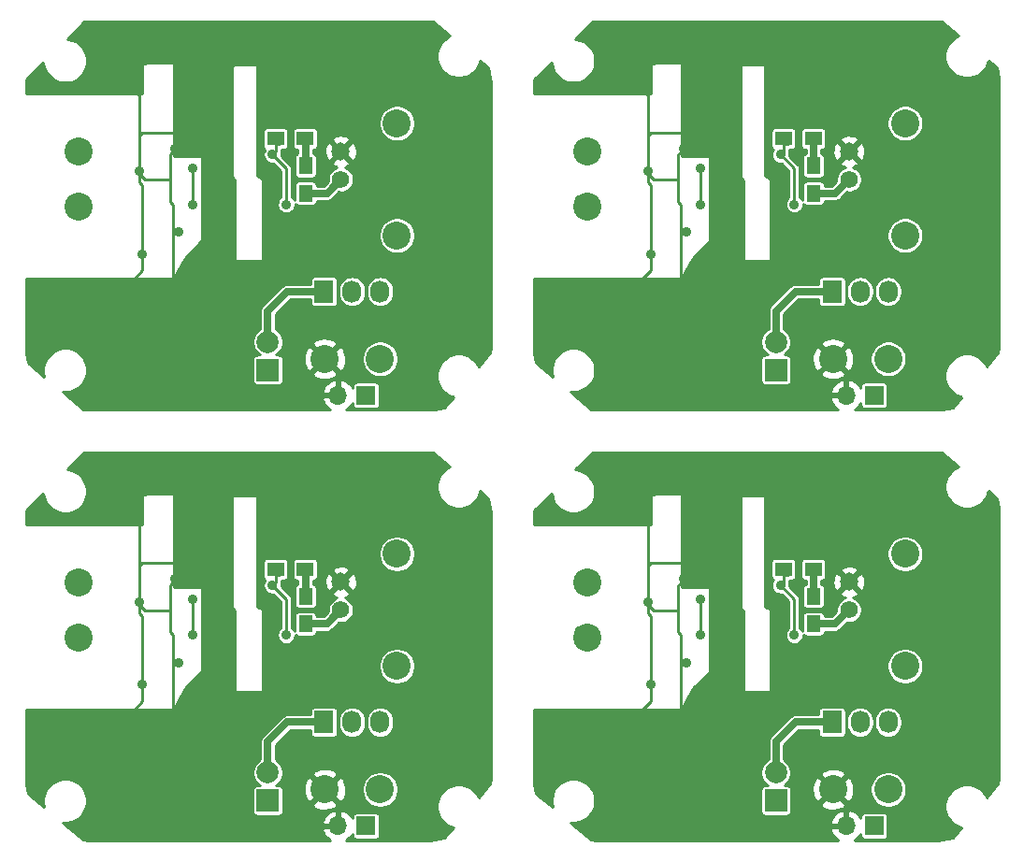
<source format=gbl>
%MOIN*%
%OFA0B0*%
%FSLAX46Y46*%
%IPPOS*%
%LPD*%
%ADD10R,0.049212598425196853X0.059055118110236227*%
%ADD11R,0.059055118110236227X0.051181102362204731*%
%ADD12C,0.1*%
%ADD13R,0.07874015748031496X0.07874015748031496*%
%ADD14C,0.07874015748031496*%
%ADD15C,0.062*%
%ADD16C,0.065*%
%ADD17R,0.068X0.08*%
%ADD18O,0.068X0.08*%
%ADD19R,0.066929133858267723X0.066929133858267723*%
%ADD20O,0.066929133858267723X0.066929133858267723*%
%ADD21C,0.035*%
%ADD22C,0.01*%
%ADD23C,0.025*%
%ADD24C,0.005905511811023622*%
%ADD35R,0.049212598425196853X0.059055118110236227*%
%ADD36R,0.059055118110236227X0.051181102362204731*%
%ADD37C,0.1*%
%ADD38R,0.07874015748031496X0.07874015748031496*%
%ADD39C,0.07874015748031496*%
%ADD40C,0.062*%
%ADD41C,0.065*%
%ADD42R,0.068X0.08*%
%ADD43O,0.068X0.08*%
%ADD44R,0.066929133858267723X0.066929133858267723*%
%ADD45O,0.066929133858267723X0.066929133858267723*%
%ADD46C,0.035*%
%ADD47C,0.01*%
%ADD48C,0.025*%
%ADD49C,0.005905511811023622*%
%ADD50R,0.049212598425196853X0.059055118110236227*%
%ADD51R,0.059055118110236227X0.051181102362204731*%
%ADD52C,0.1*%
%ADD53R,0.07874015748031496X0.07874015748031496*%
%ADD54C,0.07874015748031496*%
%ADD55C,0.062*%
%ADD56C,0.065*%
%ADD57R,0.068X0.08*%
%ADD58O,0.068X0.08*%
%ADD59R,0.066929133858267723X0.066929133858267723*%
%ADD60O,0.066929133858267723X0.066929133858267723*%
%ADD61C,0.035*%
%ADD62C,0.01*%
%ADD63C,0.025*%
%ADD64C,0.005905511811023622*%
%ADD65R,0.049212598425196853X0.059055118110236227*%
%ADD66R,0.059055118110236227X0.051181102362204731*%
%ADD67C,0.1*%
%ADD68R,0.07874015748031496X0.07874015748031496*%
%ADD69C,0.07874015748031496*%
%ADD70C,0.062*%
%ADD71C,0.065*%
%ADD72R,0.068X0.08*%
%ADD73O,0.068X0.08*%
%ADD74R,0.066929133858267723X0.066929133858267723*%
%ADD75O,0.066929133858267723X0.066929133858267723*%
%ADD76C,0.035*%
%ADD77C,0.01*%
%ADD78C,0.025*%
%ADD79C,0.005905511811023622*%
G01*
D10*
X0000000000Y0001417322D02*
X0001013779Y0000787401D03*
X0001013779Y0000885826D03*
D11*
X0000906850Y0000982322D03*
X0001013149Y0000982322D03*
D12*
X0001280000Y0000197322D03*
X0001083149Y0000197322D03*
X0000206299Y0000738503D03*
X0000206299Y0000935354D03*
D13*
X0000880000Y0000157322D03*
D14*
X0000880000Y0000257322D03*
D15*
X0001140000Y0000837322D03*
D16*
X0001140000Y0000937322D03*
D12*
X0001340000Y0001037322D03*
X0001340000Y0000637322D03*
D17*
X0001080000Y0000437322D03*
D18*
X0001180000Y0000437322D03*
X0001280000Y0000437322D03*
D19*
X0001230000Y0000067322D03*
D20*
X0001130000Y0000067322D03*
D21*
X0000718503Y0001151574D03*
X0000423228Y0001151574D03*
X0000561023Y0000649606D03*
X0000551181Y0001259842D03*
X0000442913Y0001259842D03*
X0000750000Y0000527322D03*
X0000423228Y0000866141D03*
X0000550000Y0000947322D03*
X0000433070Y0000570866D03*
X0000590551Y0000482283D03*
X0000670000Y0001067322D03*
X0000305118Y0000246062D03*
X0000600000Y0000357322D03*
X0000100000Y0000457322D03*
X0000570000Y0000197322D03*
X0000970000Y0001097322D03*
X0000970000Y0000597322D03*
X0000625000Y0000092322D03*
X0000610236Y0000748031D03*
X0000610236Y0000875984D03*
X0000944881Y0000748031D03*
X0000895669Y0000925196D03*
D22*
X0000423228Y0001151574D02*
X0000423228Y0000974409D01*
X0000561023Y0000649606D02*
X0000551181Y0000649606D01*
X0000551181Y0000649606D02*
X0000541338Y0000659448D01*
X0000541338Y0000482283D02*
X0000541338Y0000659448D01*
X0000541338Y0000659448D02*
X0000541338Y0000748031D01*
X0000541338Y0000748031D02*
X0000531496Y0000757874D01*
X0000531496Y0000757874D02*
X0000531496Y0000836614D01*
X0000423228Y0000915354D02*
X0000423228Y0000866141D01*
X0000551181Y0001003937D02*
X0000433070Y0001003937D01*
X0000423228Y0000994094D02*
X0000433070Y0001003937D01*
X0000423228Y0000994094D02*
X0000423228Y0000974409D01*
X0000423228Y0000974409D02*
X0000423228Y0000915354D01*
X0000423228Y0000915354D02*
X0000423228Y0000856299D01*
X0000550000Y0000947322D02*
X0000550000Y0000943700D01*
X0000442913Y0000836614D02*
X0000423228Y0000856299D01*
X0000531496Y0000836614D02*
X0000442913Y0000836614D01*
X0000531496Y0000925196D02*
X0000531496Y0000836614D01*
X0000550000Y0000943700D02*
X0000531496Y0000925196D01*
X0000433070Y0000570866D02*
X0000433070Y0000816929D01*
X0000433070Y0000816929D02*
X0000423228Y0000826771D01*
X0000423228Y0000826771D02*
X0000423228Y0000856299D01*
X0000433070Y0000570866D02*
X0000433070Y0000511811D01*
X0000433070Y0000511811D02*
X0000383858Y0000462598D01*
D23*
X0000880000Y0000257322D02*
X0000880000Y0000368188D01*
X0000880000Y0000368188D02*
X0000949133Y0000437322D01*
X0000949133Y0000437322D02*
X0001080000Y0000437322D01*
D22*
X0000206299Y0000935354D02*
X0000178031Y0000935354D01*
X0000209527Y0000938582D02*
X0000206299Y0000935354D01*
D23*
X0000178740Y0000766062D02*
X0000206299Y0000738503D01*
D22*
X0000177480Y0000767322D02*
X0000206299Y0000738503D01*
X0000228740Y0000716062D02*
X0000206299Y0000738503D01*
X0000610236Y0000875984D02*
X0000610236Y0000748031D01*
D23*
X0001013779Y0000787401D02*
X0001090078Y0000787401D01*
X0001090078Y0000787401D02*
X0001140000Y0000837322D01*
D22*
X0001090078Y0000787401D02*
X0001140000Y0000837322D01*
D23*
X0001013779Y0000885826D02*
X0001013779Y0000981692D01*
X0001013779Y0000981692D02*
X0001013149Y0000982322D01*
D22*
X0001013149Y0000982322D02*
X0001013149Y0000886456D01*
X0001013149Y0000886456D02*
X0001013779Y0000885826D01*
X0000906850Y0000982322D02*
X0000906850Y0000936377D01*
X0000906850Y0000936377D02*
X0000895669Y0000925196D01*
X0000944881Y0000748031D02*
X0000944881Y0000875984D01*
X0000944881Y0000875984D02*
X0000895669Y0000925196D01*
X0000895669Y0000925196D02*
X0000906850Y0000936377D01*
D23*
X0000920000Y0000969173D02*
X0000906850Y0000982322D01*
D22*
X0001469230Y0001399059D02*
X0001529567Y0001349135D01*
X0001523056Y0001346438D01*
X0001510282Y0001337903D01*
X0001499419Y0001327039D01*
X0001490884Y0001314265D01*
X0001485005Y0001300072D01*
X0001482007Y0001285004D01*
X0001482007Y0001269641D01*
X0001485005Y0001254573D01*
X0001490884Y0001240379D01*
X0001499419Y0001227605D01*
X0001510282Y0001216742D01*
X0001523056Y0001208207D01*
X0001537250Y0001202327D01*
X0001552318Y0001199330D01*
X0001567681Y0001199330D01*
X0001582749Y0001202327D01*
X0001596943Y0001208207D01*
X0001609717Y0001216742D01*
X0001620580Y0001227605D01*
X0001629115Y0001240379D01*
X0001634994Y0001254573D01*
X0001636247Y0001260868D01*
X0001666288Y0001236012D01*
X0001672447Y0001201437D01*
X0001673425Y0001180702D01*
X0001673425Y0000236917D01*
X0001671940Y0000218863D01*
X0001630995Y0000169728D01*
X0001629115Y0000174265D01*
X0001620580Y0000187039D01*
X0001609717Y0000197903D01*
X0001596943Y0000206438D01*
X0001582749Y0000212317D01*
X0001567681Y0000215314D01*
X0001552318Y0000215314D01*
X0001537250Y0000212317D01*
X0001523056Y0000206438D01*
X0001510282Y0000197903D01*
X0001499419Y0000187039D01*
X0001490884Y0000174265D01*
X0001485005Y0000160072D01*
X0001482007Y0000145004D01*
X0001482007Y0000129641D01*
X0001485005Y0000114573D01*
X0001490884Y0000100379D01*
X0001499419Y0000087605D01*
X0001510282Y0000076742D01*
X0001523056Y0000068207D01*
X0001537250Y0000062327D01*
X0001540890Y0000061603D01*
X0001509739Y0000024221D01*
X0001474463Y0000017938D01*
X0001455992Y0000016968D01*
X0001159585Y0000016968D01*
X0001160193Y0000017258D01*
X0001169380Y0000024110D01*
X0001177054Y0000032623D01*
X0001181462Y0000040024D01*
X0001181462Y0000033858D01*
X0001181752Y0000030917D01*
X0001182610Y0000028090D01*
X0001184003Y0000025484D01*
X0001185877Y0000023200D01*
X0001188161Y0000021325D01*
X0001190767Y0000019932D01*
X0001193594Y0000019075D01*
X0001196535Y0000018785D01*
X0001263464Y0000018785D01*
X0001266405Y0000019075D01*
X0001269232Y0000019932D01*
X0001271838Y0000021325D01*
X0001274122Y0000023200D01*
X0001275996Y0000025484D01*
X0001277389Y0000028090D01*
X0001278247Y0000030917D01*
X0001278537Y0000033858D01*
X0001278537Y0000100787D01*
X0001278247Y0000103727D01*
X0001277389Y0000106555D01*
X0001275996Y0000109161D01*
X0001274122Y0000111445D01*
X0001271838Y0000113319D01*
X0001269232Y0000114712D01*
X0001266405Y0000115570D01*
X0001263464Y0000115859D01*
X0001196535Y0000115859D01*
X0001193594Y0000115570D01*
X0001190767Y0000114712D01*
X0001188161Y0000113319D01*
X0001185877Y0000111445D01*
X0001184003Y0000109161D01*
X0001182610Y0000106555D01*
X0001181752Y0000103727D01*
X0001181462Y0000100787D01*
X0001181462Y0000094620D01*
X0001177054Y0000102021D01*
X0001169380Y0000110534D01*
X0001160193Y0000117387D01*
X0001149846Y0000122315D01*
X0001144050Y0000124073D01*
X0001135000Y0000119297D01*
X0001135000Y0000072322D01*
X0001135787Y0000072322D01*
X0001135787Y0000062322D01*
X0001135000Y0000062322D01*
X0001135000Y0000061535D01*
X0001125000Y0000061535D01*
X0001125000Y0000062322D01*
X0001077999Y0000062322D01*
X0001073248Y0000053272D01*
X0001077080Y0000042470D01*
X0001082945Y0000032623D01*
X0001090619Y0000024110D01*
X0001099806Y0000017258D01*
X0001100414Y0000016968D01*
X0000236916Y0000016968D01*
X0000222218Y0000018176D01*
X0000148283Y0000079789D01*
X0000149798Y0000079488D01*
X0000165161Y0000079488D01*
X0000174640Y0000081373D01*
X0001073248Y0000081373D01*
X0001077999Y0000072322D01*
X0001125000Y0000072322D01*
X0001125000Y0000119297D01*
X0001115949Y0000124073D01*
X0001110153Y0000122315D01*
X0001099806Y0000117387D01*
X0001090619Y0000110534D01*
X0001082945Y0000102021D01*
X0001077080Y0000092175D01*
X0001073248Y0000081373D01*
X0000174640Y0000081373D01*
X0000180229Y0000082485D01*
X0000194423Y0000088364D01*
X0000207197Y0000096899D01*
X0000218060Y0000107763D01*
X0000226596Y0000120537D01*
X0000232475Y0000134730D01*
X0000235472Y0000149798D01*
X0000235472Y0000165161D01*
X0000232475Y0000180229D01*
X0000226596Y0000194423D01*
X0000225079Y0000196692D01*
X0000825557Y0000196692D01*
X0000825557Y0000117952D01*
X0000825846Y0000115012D01*
X0000826704Y0000112184D01*
X0000828097Y0000109578D01*
X0000829972Y0000107294D01*
X0000832256Y0000105420D01*
X0000834861Y0000104027D01*
X0000837689Y0000103169D01*
X0000840629Y0000102880D01*
X0000919370Y0000102880D01*
X0000922310Y0000103169D01*
X0000925138Y0000104027D01*
X0000927743Y0000105420D01*
X0000930027Y0000107294D01*
X0000931902Y0000109578D01*
X0000933295Y0000112184D01*
X0000934153Y0000115012D01*
X0000934442Y0000117952D01*
X0000934442Y0000145045D01*
X0001037943Y0000145045D01*
X0001042995Y0000133548D01*
X0001056208Y0000126940D01*
X0001070457Y0000123036D01*
X0001085193Y0000121987D01*
X0001099851Y0000123833D01*
X0001113867Y0000128504D01*
X0001123304Y0000133548D01*
X0001128356Y0000145045D01*
X0001083149Y0000190251D01*
X0001037943Y0000145045D01*
X0000934442Y0000145045D01*
X0000934442Y0000195278D01*
X0001007814Y0000195278D01*
X0001009660Y0000180620D01*
X0001014331Y0000166604D01*
X0001019375Y0000157168D01*
X0001030871Y0000152116D01*
X0001076078Y0000197322D01*
X0001090220Y0000197322D01*
X0001135427Y0000152116D01*
X0001146924Y0000157168D01*
X0001153532Y0000170381D01*
X0001157435Y0000184630D01*
X0001158484Y0000199366D01*
X0001157935Y0000203724D01*
X0001215000Y0000203724D01*
X0001215000Y0000190920D01*
X0001217497Y0000178363D01*
X0001222397Y0000166533D01*
X0001229511Y0000155887D01*
X0001238564Y0000146834D01*
X0001249210Y0000139720D01*
X0001261040Y0000134820D01*
X0001273598Y0000132322D01*
X0001286401Y0000132322D01*
X0001298959Y0000134820D01*
X0001310789Y0000139720D01*
X0001321435Y0000146834D01*
X0001330488Y0000155887D01*
X0001337602Y0000166533D01*
X0001342502Y0000178363D01*
X0001345000Y0000190920D01*
X0001345000Y0000203724D01*
X0001342502Y0000216282D01*
X0001337602Y0000228111D01*
X0001330488Y0000238757D01*
X0001321435Y0000247811D01*
X0001310789Y0000254925D01*
X0001298959Y0000259824D01*
X0001286401Y0000262322D01*
X0001273598Y0000262322D01*
X0001261040Y0000259824D01*
X0001249210Y0000254925D01*
X0001238564Y0000247811D01*
X0001229511Y0000238757D01*
X0001222397Y0000228111D01*
X0001217497Y0000216282D01*
X0001215000Y0000203724D01*
X0001157935Y0000203724D01*
X0001156638Y0000214024D01*
X0001151968Y0000228040D01*
X0001146924Y0000237477D01*
X0001135427Y0000242529D01*
X0001090220Y0000197322D01*
X0001076078Y0000197322D01*
X0001030871Y0000242529D01*
X0001019375Y0000237477D01*
X0001012766Y0000224263D01*
X0001008863Y0000210015D01*
X0001007814Y0000195278D01*
X0000934442Y0000195278D01*
X0000934442Y0000196692D01*
X0000934153Y0000199633D01*
X0000933295Y0000202460D01*
X0000931902Y0000205066D01*
X0000930027Y0000207350D01*
X0000927743Y0000209225D01*
X0000925138Y0000210618D01*
X0000922310Y0000211475D01*
X0000919370Y0000211765D01*
X0000909682Y0000211765D01*
X0000914658Y0000215090D01*
X0000922232Y0000222663D01*
X0000928182Y0000231568D01*
X0000932280Y0000241463D01*
X0000933899Y0000249600D01*
X0001037943Y0000249600D01*
X0001083149Y0000204393D01*
X0001128356Y0000249600D01*
X0001123304Y0000261097D01*
X0001110090Y0000267705D01*
X0001095842Y0000271609D01*
X0001081105Y0000272658D01*
X0001066447Y0000270811D01*
X0001052431Y0000266141D01*
X0001042995Y0000261097D01*
X0001037943Y0000249600D01*
X0000933899Y0000249600D01*
X0000934370Y0000251967D01*
X0000934370Y0000262677D01*
X0000932280Y0000273181D01*
X0000928182Y0000283076D01*
X0000922232Y0000291981D01*
X0000914658Y0000299554D01*
X0000907500Y0000304338D01*
X0000907500Y0000356798D01*
X0000960524Y0000409822D01*
X0001030927Y0000409822D01*
X0001030927Y0000397322D01*
X0001031217Y0000394382D01*
X0001032074Y0000391554D01*
X0001033467Y0000388948D01*
X0001035342Y0000386664D01*
X0001037626Y0000384790D01*
X0001040231Y0000383397D01*
X0001043059Y0000382539D01*
X0001046000Y0000382250D01*
X0001114000Y0000382250D01*
X0001116940Y0000382539D01*
X0001119768Y0000383397D01*
X0001122373Y0000384790D01*
X0001124657Y0000386664D01*
X0001126532Y0000388948D01*
X0001127925Y0000391554D01*
X0001128782Y0000394382D01*
X0001129072Y0000397322D01*
X0001129072Y0000445730D01*
X0001131000Y0000445730D01*
X0001131000Y0000428915D01*
X0001131708Y0000421717D01*
X0001134510Y0000412480D01*
X0001139060Y0000403968D01*
X0001145184Y0000396506D01*
X0001152645Y0000390383D01*
X0001161157Y0000385833D01*
X0001170394Y0000383031D01*
X0001180000Y0000382085D01*
X0001189605Y0000383031D01*
X0001198842Y0000385833D01*
X0001207354Y0000390383D01*
X0001214815Y0000396506D01*
X0001220939Y0000403968D01*
X0001225489Y0000412480D01*
X0001228291Y0000421717D01*
X0001229000Y0000428915D01*
X0001229000Y0000445730D01*
X0001229000Y0000445730D01*
X0001231000Y0000445730D01*
X0001231000Y0000428915D01*
X0001231708Y0000421717D01*
X0001234510Y0000412480D01*
X0001239060Y0000403968D01*
X0001245184Y0000396506D01*
X0001252645Y0000390383D01*
X0001261157Y0000385833D01*
X0001270394Y0000383031D01*
X0001280000Y0000382085D01*
X0001289605Y0000383031D01*
X0001298842Y0000385833D01*
X0001307354Y0000390383D01*
X0001314815Y0000396506D01*
X0001320939Y0000403968D01*
X0001325489Y0000412480D01*
X0001328291Y0000421717D01*
X0001329000Y0000428915D01*
X0001329000Y0000445730D01*
X0001328291Y0000452928D01*
X0001325489Y0000462164D01*
X0001320939Y0000470677D01*
X0001314815Y0000478138D01*
X0001307354Y0000484261D01*
X0001298842Y0000488811D01*
X0001289605Y0000491613D01*
X0001280000Y0000492559D01*
X0001270394Y0000491613D01*
X0001261157Y0000488811D01*
X0001252645Y0000484261D01*
X0001245184Y0000478138D01*
X0001239060Y0000470677D01*
X0001234510Y0000462165D01*
X0001231708Y0000452928D01*
X0001231000Y0000445730D01*
X0001229000Y0000445730D01*
X0001228291Y0000452928D01*
X0001225489Y0000462164D01*
X0001220939Y0000470677D01*
X0001214815Y0000478138D01*
X0001207354Y0000484261D01*
X0001198842Y0000488811D01*
X0001189605Y0000491613D01*
X0001180000Y0000492559D01*
X0001170394Y0000491613D01*
X0001161157Y0000488811D01*
X0001152645Y0000484261D01*
X0001145184Y0000478138D01*
X0001139060Y0000470677D01*
X0001134510Y0000462165D01*
X0001131708Y0000452928D01*
X0001131000Y0000445730D01*
X0001129072Y0000445730D01*
X0001129072Y0000477322D01*
X0001128782Y0000480263D01*
X0001127925Y0000483090D01*
X0001126532Y0000485696D01*
X0001124657Y0000487980D01*
X0001122373Y0000489855D01*
X0001119768Y0000491248D01*
X0001116940Y0000492105D01*
X0001114000Y0000492395D01*
X0001046000Y0000492395D01*
X0001043059Y0000492105D01*
X0001040231Y0000491248D01*
X0001037626Y0000489855D01*
X0001035342Y0000487980D01*
X0001033467Y0000485696D01*
X0001032074Y0000483090D01*
X0001031217Y0000480263D01*
X0001030927Y0000477322D01*
X0001030927Y0000464822D01*
X0000950484Y0000464822D01*
X0000949133Y0000464955D01*
X0000947783Y0000464822D01*
X0000947783Y0000464822D01*
X0000943742Y0000464424D01*
X0000938559Y0000462852D01*
X0000938559Y0000462852D01*
X0000933781Y0000460298D01*
X0000930643Y0000457723D01*
X0000930643Y0000457723D01*
X0000929594Y0000456862D01*
X0000928733Y0000455813D01*
X0000861509Y0000388589D01*
X0000860460Y0000387728D01*
X0000859599Y0000386679D01*
X0000859599Y0000386679D01*
X0000857023Y0000383541D01*
X0000854470Y0000378763D01*
X0000852897Y0000373579D01*
X0000852367Y0000368188D01*
X0000852500Y0000366838D01*
X0000852500Y0000304338D01*
X0000845341Y0000299554D01*
X0000837767Y0000291981D01*
X0000831817Y0000283076D01*
X0000827719Y0000273181D01*
X0000825629Y0000262677D01*
X0000825629Y0000251967D01*
X0000827719Y0000241463D01*
X0000831817Y0000231568D01*
X0000837767Y0000222663D01*
X0000845341Y0000215090D01*
X0000850317Y0000211765D01*
X0000840629Y0000211765D01*
X0000837689Y0000211475D01*
X0000834861Y0000210618D01*
X0000832256Y0000209225D01*
X0000829972Y0000207350D01*
X0000828097Y0000205066D01*
X0000826704Y0000202460D01*
X0000825846Y0000199633D01*
X0000825557Y0000196692D01*
X0000225079Y0000196692D01*
X0000218060Y0000207197D01*
X0000207197Y0000218060D01*
X0000194423Y0000226595D01*
X0000180229Y0000232475D01*
X0000165161Y0000235472D01*
X0000149798Y0000235472D01*
X0000134730Y0000232475D01*
X0000120537Y0000226595D01*
X0000107763Y0000218060D01*
X0000096899Y0000207197D01*
X0000088364Y0000194423D01*
X0000082485Y0000180229D01*
X0000079488Y0000165161D01*
X0000079488Y0000149798D01*
X0000082485Y0000134730D01*
X0000082554Y0000134563D01*
X0000023694Y0000183613D01*
X0000017946Y0000215885D01*
X0000016968Y0000236620D01*
X0000016968Y0000482637D01*
X0000540000Y0000482637D01*
X0000541376Y0000482831D01*
X0000542287Y0000483192D01*
X0000543111Y0000483723D01*
X0000543815Y0000484405D01*
X0000544372Y0000485212D01*
X0000584740Y0000557984D01*
X0000643299Y0000616543D01*
X0000643921Y0000617300D01*
X0000644383Y0000618165D01*
X0000644667Y0000619103D01*
X0000644763Y0000620078D01*
X0000644763Y0000915354D01*
X0000644667Y0000916329D01*
X0000644383Y0000917267D01*
X0000643921Y0000918132D01*
X0000643299Y0000918889D01*
X0000642541Y0000919511D01*
X0000641677Y0000919973D01*
X0000640739Y0000920258D01*
X0000639763Y0000920354D01*
X0000545000Y0000920354D01*
X0000545000Y0001240157D01*
X0000752874Y0001240157D01*
X0000752874Y0000846456D01*
X0000752970Y0000845481D01*
X0000753254Y0000844543D01*
X0000753716Y0000843678D01*
X0000754338Y0000842921D01*
X0000762716Y0000834543D01*
X0000762716Y0000551181D01*
X0000762812Y0000550205D01*
X0000763097Y0000549267D01*
X0000763559Y0000548403D01*
X0000764180Y0000547645D01*
X0000764938Y0000547023D01*
X0000765803Y0000546561D01*
X0000766741Y0000546277D01*
X0000767716Y0000546181D01*
X0000856299Y0000546181D01*
X0000857274Y0000546277D01*
X0000858212Y0000546561D01*
X0000859077Y0000547023D01*
X0000859834Y0000547645D01*
X0000860456Y0000548403D01*
X0000860918Y0000549267D01*
X0000861203Y0000550205D01*
X0000861299Y0000551181D01*
X0000861299Y0000643724D01*
X0001274999Y0000643724D01*
X0001274999Y0000630920D01*
X0001277497Y0000618362D01*
X0001282397Y0000606533D01*
X0001289511Y0000595887D01*
X0001298564Y0000586834D01*
X0001309210Y0000579720D01*
X0001321040Y0000574820D01*
X0001333598Y0000572322D01*
X0001346401Y0000572322D01*
X0001358959Y0000574820D01*
X0001370789Y0000579720D01*
X0001381435Y0000586834D01*
X0001390488Y0000595887D01*
X0001397602Y0000606533D01*
X0001402502Y0000618362D01*
X0001405000Y0000630920D01*
X0001405000Y0000643724D01*
X0001402502Y0000656282D01*
X0001397602Y0000668111D01*
X0001390488Y0000678757D01*
X0001381435Y0000687811D01*
X0001370789Y0000694925D01*
X0001358959Y0000699824D01*
X0001346401Y0000702322D01*
X0001333598Y0000702322D01*
X0001321040Y0000699824D01*
X0001309210Y0000694925D01*
X0001298564Y0000687811D01*
X0001289511Y0000678757D01*
X0001282397Y0000668111D01*
X0001277497Y0000656282D01*
X0001274999Y0000643724D01*
X0000861299Y0000643724D01*
X0000861299Y0000836614D01*
X0000861259Y0000837239D01*
X0000861042Y0000838195D01*
X0000860643Y0000839090D01*
X0000860076Y0000839890D01*
X0000859364Y0000840564D01*
X0000858535Y0000841086D01*
X0000841614Y0000849546D01*
X0000841614Y0001007913D01*
X0000862250Y0001007913D01*
X0000862250Y0000956732D01*
X0000862539Y0000953791D01*
X0000863397Y0000950964D01*
X0000864790Y0000948358D01*
X0000866664Y0000946074D01*
X0000868948Y0000944199D01*
X0000869192Y0000944069D01*
X0000866868Y0000940591D01*
X0000864418Y0000934676D01*
X0000863169Y0000928397D01*
X0000863169Y0000921995D01*
X0000864418Y0000915716D01*
X0000866868Y0000909802D01*
X0000870424Y0000904479D01*
X0000874951Y0000899952D01*
X0000880274Y0000896395D01*
X0000886189Y0000893945D01*
X0000892468Y0000892696D01*
X0000898870Y0000892696D01*
X0000899716Y0000892865D01*
X0000924881Y0000867699D01*
X0000924881Y0000773755D01*
X0000924164Y0000773275D01*
X0000919637Y0000768749D01*
X0000916080Y0000763426D01*
X0000913630Y0000757511D01*
X0000912381Y0000751232D01*
X0000912381Y0000744830D01*
X0000913630Y0000738551D01*
X0000916080Y0000732636D01*
X0000919637Y0000727313D01*
X0000924164Y0000722787D01*
X0000929487Y0000719230D01*
X0000935402Y0000716780D01*
X0000941680Y0000715531D01*
X0000948082Y0000715531D01*
X0000954361Y0000716780D01*
X0000960276Y0000719230D01*
X0000965599Y0000722787D01*
X0000970126Y0000727313D01*
X0000973682Y0000732636D01*
X0000976132Y0000738551D01*
X0000977381Y0000744830D01*
X0000977381Y0000748597D01*
X0000978515Y0000747216D01*
X0000980799Y0000745341D01*
X0000983405Y0000743948D01*
X0000986232Y0000743091D01*
X0000989173Y0000742801D01*
X0001038385Y0000742801D01*
X0001041326Y0000743091D01*
X0001044153Y0000743948D01*
X0001046759Y0000745341D01*
X0001049043Y0000747216D01*
X0001050918Y0000749500D01*
X0001052311Y0000752105D01*
X0001053168Y0000754933D01*
X0001053458Y0000757874D01*
X0001053458Y0000759901D01*
X0001088728Y0000759901D01*
X0001090078Y0000759768D01*
X0001091429Y0000759901D01*
X0001091429Y0000759901D01*
X0001095469Y0000760299D01*
X0001100653Y0000761871D01*
X0001105430Y0000764425D01*
X0001109618Y0000767862D01*
X0001110479Y0000768911D01*
X0001133318Y0000791750D01*
X0001135469Y0000791322D01*
X0001144530Y0000791322D01*
X0001153417Y0000793090D01*
X0001161789Y0000796558D01*
X0001169323Y0000801592D01*
X0001175730Y0000807999D01*
X0001180764Y0000815533D01*
X0001184232Y0000823905D01*
X0001186000Y0000832792D01*
X0001186000Y0000841853D01*
X0001184232Y0000850740D01*
X0001180764Y0000859112D01*
X0001175730Y0000866646D01*
X0001169323Y0000873053D01*
X0001161789Y0000878087D01*
X0001154053Y0000881291D01*
X0001164614Y0000885049D01*
X0001169788Y0000887815D01*
X0001172728Y0000897523D01*
X0001140000Y0000930251D01*
X0001107271Y0000897523D01*
X0001110211Y0000887815D01*
X0001120442Y0000882955D01*
X0001126358Y0000881462D01*
X0001118210Y0000878087D01*
X0001110676Y0000873053D01*
X0001104269Y0000866646D01*
X0001099235Y0000859112D01*
X0001095767Y0000850740D01*
X0001094000Y0000841853D01*
X0001094000Y0000832792D01*
X0001094427Y0000830641D01*
X0001078687Y0000814901D01*
X0001053458Y0000814901D01*
X0001053458Y0000816929D01*
X0001053168Y0000819869D01*
X0001052311Y0000822697D01*
X0001050918Y0000825302D01*
X0001049043Y0000827587D01*
X0001046759Y0000829461D01*
X0001044153Y0000830854D01*
X0001041326Y0000831712D01*
X0001038385Y0000832001D01*
X0000989173Y0000832001D01*
X0000986232Y0000831712D01*
X0000983405Y0000830854D01*
X0000980799Y0000829461D01*
X0000978515Y0000827587D01*
X0000976640Y0000825302D01*
X0000975247Y0000822697D01*
X0000974390Y0000819869D01*
X0000974100Y0000816929D01*
X0000974100Y0000762417D01*
X0000973682Y0000763426D01*
X0000970126Y0000768749D01*
X0000965599Y0000773275D01*
X0000964881Y0000773755D01*
X0000964881Y0000875002D01*
X0000964978Y0000875984D01*
X0000964881Y0000876966D01*
X0000964592Y0000879904D01*
X0000963448Y0000883674D01*
X0000962486Y0000885474D01*
X0000961591Y0000887149D01*
X0000959718Y0000889431D01*
X0000959092Y0000890194D01*
X0000958329Y0000890820D01*
X0000928000Y0000921149D01*
X0000928169Y0000921995D01*
X0000928169Y0000928397D01*
X0000926920Y0000934676D01*
X0000926806Y0000934951D01*
X0000926850Y0000935395D01*
X0000926850Y0000935395D01*
X0000926947Y0000936377D01*
X0000926850Y0000937360D01*
X0000926850Y0000941659D01*
X0000936377Y0000941659D01*
X0000939318Y0000941949D01*
X0000942145Y0000942807D01*
X0000944751Y0000944199D01*
X0000947035Y0000946074D01*
X0000948910Y0000948358D01*
X0000950303Y0000950964D01*
X0000951160Y0000953791D01*
X0000951450Y0000956732D01*
X0000951450Y0001007913D01*
X0000968549Y0001007913D01*
X0000968549Y0000956732D01*
X0000968839Y0000953791D01*
X0000969696Y0000950964D01*
X0000971089Y0000948358D01*
X0000972964Y0000946074D01*
X0000975248Y0000944199D01*
X0000977854Y0000942807D01*
X0000980681Y0000941949D01*
X0000983622Y0000941659D01*
X0000986279Y0000941659D01*
X0000986279Y0000930141D01*
X0000986232Y0000930137D01*
X0000983405Y0000929279D01*
X0000980799Y0000927886D01*
X0000978515Y0000926012D01*
X0000976640Y0000923728D01*
X0000975247Y0000921122D01*
X0000974390Y0000918294D01*
X0000974100Y0000915354D01*
X0000974100Y0000856299D01*
X0000974390Y0000853358D01*
X0000975247Y0000850531D01*
X0000976640Y0000847925D01*
X0000978515Y0000845641D01*
X0000980799Y0000843766D01*
X0000983405Y0000842373D01*
X0000986232Y0000841516D01*
X0000989173Y0000841226D01*
X0001038385Y0000841226D01*
X0001041326Y0000841516D01*
X0001044153Y0000842373D01*
X0001046759Y0000843766D01*
X0001049043Y0000845641D01*
X0001050918Y0000847925D01*
X0001052311Y0000850531D01*
X0001053168Y0000853358D01*
X0001053458Y0000856299D01*
X0001053458Y0000915354D01*
X0001053168Y0000918294D01*
X0001052311Y0000921122D01*
X0001050918Y0000923728D01*
X0001049043Y0000926012D01*
X0001046759Y0000927886D01*
X0001044153Y0000929279D01*
X0001041326Y0000930137D01*
X0001041279Y0000930141D01*
X0001041279Y0000934586D01*
X0001082286Y0000934586D01*
X0001083929Y0000923379D01*
X0001087726Y0000912708D01*
X0001090492Y0000907534D01*
X0001100200Y0000904594D01*
X0001132928Y0000937322D01*
X0001147071Y0000937322D01*
X0001179799Y0000904594D01*
X0001189507Y0000907534D01*
X0001194367Y0000917764D01*
X0001197138Y0000928747D01*
X0001197713Y0000940059D01*
X0001196070Y0000951265D01*
X0001192273Y0000961936D01*
X0001189507Y0000967111D01*
X0001179799Y0000970051D01*
X0001147071Y0000937322D01*
X0001132928Y0000937322D01*
X0001100200Y0000970051D01*
X0001090492Y0000967111D01*
X0001085632Y0000956880D01*
X0001082861Y0000945898D01*
X0001082286Y0000934586D01*
X0001041279Y0000934586D01*
X0001041279Y0000941659D01*
X0001042677Y0000941659D01*
X0001045617Y0000941949D01*
X0001048445Y0000942807D01*
X0001051051Y0000944199D01*
X0001053335Y0000946074D01*
X0001055209Y0000948358D01*
X0001056602Y0000950964D01*
X0001057460Y0000953791D01*
X0001057749Y0000956732D01*
X0001057749Y0000977122D01*
X0001107271Y0000977122D01*
X0001140000Y0000944393D01*
X0001172728Y0000977122D01*
X0001169788Y0000986829D01*
X0001159557Y0000991690D01*
X0001148575Y0000994461D01*
X0001137263Y0000995036D01*
X0001126056Y0000993393D01*
X0001115385Y0000989595D01*
X0001110211Y0000986829D01*
X0001107271Y0000977122D01*
X0001057749Y0000977122D01*
X0001057749Y0001007913D01*
X0001057460Y0001010853D01*
X0001056602Y0001013681D01*
X0001055209Y0001016287D01*
X0001053335Y0001018571D01*
X0001051051Y0001020445D01*
X0001048445Y0001021838D01*
X0001045617Y0001022696D01*
X0001042677Y0001022985D01*
X0000983622Y0001022985D01*
X0000980681Y0001022696D01*
X0000977854Y0001021838D01*
X0000975248Y0001020445D01*
X0000972964Y0001018571D01*
X0000971089Y0001016287D01*
X0000969696Y0001013681D01*
X0000968839Y0001010853D01*
X0000968549Y0001007913D01*
X0000951450Y0001007913D01*
X0000951160Y0001010853D01*
X0000950303Y0001013681D01*
X0000948910Y0001016287D01*
X0000947035Y0001018571D01*
X0000944751Y0001020445D01*
X0000942145Y0001021838D01*
X0000939318Y0001022696D01*
X0000936377Y0001022985D01*
X0000877322Y0001022985D01*
X0000874382Y0001022696D01*
X0000871554Y0001021838D01*
X0000868948Y0001020445D01*
X0000866664Y0001018571D01*
X0000864790Y0001016287D01*
X0000863397Y0001013681D01*
X0000862539Y0001010853D01*
X0000862250Y0001007913D01*
X0000841614Y0001007913D01*
X0000841614Y0001043724D01*
X0001274999Y0001043724D01*
X0001274999Y0001030920D01*
X0001277497Y0001018363D01*
X0001282397Y0001006533D01*
X0001289511Y0000995887D01*
X0001298564Y0000986834D01*
X0001309210Y0000979720D01*
X0001321040Y0000974820D01*
X0001333598Y0000972322D01*
X0001346401Y0000972322D01*
X0001358959Y0000974820D01*
X0001370789Y0000979720D01*
X0001381435Y0000986834D01*
X0001390488Y0000995887D01*
X0001397602Y0001006533D01*
X0001402502Y0001018363D01*
X0001405000Y0001030920D01*
X0001405000Y0001043724D01*
X0001402502Y0001056282D01*
X0001397602Y0001068111D01*
X0001390488Y0001078757D01*
X0001381435Y0001087811D01*
X0001370789Y0001094925D01*
X0001358959Y0001099824D01*
X0001346401Y0001102322D01*
X0001333598Y0001102322D01*
X0001321040Y0001099824D01*
X0001309210Y0001094925D01*
X0001298564Y0001087811D01*
X0001289511Y0001078757D01*
X0001282397Y0001068111D01*
X0001277497Y0001056282D01*
X0001274999Y0001043724D01*
X0000841614Y0001043724D01*
X0000841614Y0001240157D01*
X0000841518Y0001241132D01*
X0000841233Y0001242070D01*
X0000840771Y0001242935D01*
X0000840149Y0001243693D01*
X0000839392Y0001244314D01*
X0000838527Y0001244776D01*
X0000837589Y0001245061D01*
X0000836614Y0001245157D01*
X0000757874Y0001245157D01*
X0000756898Y0001245061D01*
X0000755960Y0001244776D01*
X0000755096Y0001244314D01*
X0000754338Y0001243693D01*
X0000753716Y0001242935D01*
X0000753254Y0001242070D01*
X0000752970Y0001241132D01*
X0000752874Y0001240157D01*
X0000545000Y0001240157D01*
X0000545000Y0001247322D01*
X0000544903Y0001248298D01*
X0000544619Y0001249236D01*
X0000544157Y0001250100D01*
X0000543535Y0001250858D01*
X0000542777Y0001251480D01*
X0000541913Y0001251942D01*
X0000540975Y0001252226D01*
X0000540000Y0001252322D01*
X0000437795Y0001252322D01*
X0000436819Y0001252226D01*
X0000435881Y0001251942D01*
X0000435017Y0001251480D01*
X0000434259Y0001250858D01*
X0000433637Y0001250100D01*
X0000433175Y0001249236D01*
X0000432891Y0001248298D01*
X0000432795Y0001247322D01*
X0000432795Y0001142322D01*
X0000016968Y0001142322D01*
X0000016968Y0001180405D01*
X0000017917Y0001191948D01*
X0000079488Y0001253519D01*
X0000079488Y0001252160D01*
X0000082485Y0001237093D01*
X0000088364Y0001222899D01*
X0000096899Y0001210125D01*
X0000107763Y0001199262D01*
X0000120537Y0001190726D01*
X0000134730Y0001184847D01*
X0000149798Y0001181850D01*
X0000165161Y0001181850D01*
X0000180229Y0001184847D01*
X0000194423Y0001190726D01*
X0000207197Y0001199262D01*
X0000218060Y0001210125D01*
X0000226596Y0001222899D01*
X0000232475Y0001237093D01*
X0000235472Y0001252160D01*
X0000235472Y0001267524D01*
X0000232475Y0001282591D01*
X0000226596Y0001296785D01*
X0000218060Y0001309559D01*
X0000207197Y0001320422D01*
X0000194423Y0001328958D01*
X0000180229Y0001334837D01*
X0000165161Y0001337834D01*
X0000163803Y0001337834D01*
X0000225813Y0001399844D01*
X0000236620Y0001400354D01*
X0001453476Y0001400354D01*
X0001469230Y0001399059D01*
D24*
G36*
X0001469230Y0001399059D02*
G01*
X0001529567Y0001349135D01*
X0001523056Y0001346438D01*
X0001510282Y0001337903D01*
X0001499419Y0001327039D01*
X0001490884Y0001314265D01*
X0001485005Y0001300072D01*
X0001482007Y0001285004D01*
X0001482007Y0001269641D01*
X0001485005Y0001254573D01*
X0001490884Y0001240379D01*
X0001499419Y0001227605D01*
X0001510282Y0001216742D01*
X0001523056Y0001208207D01*
X0001537250Y0001202327D01*
X0001552318Y0001199330D01*
X0001567681Y0001199330D01*
X0001582749Y0001202327D01*
X0001596943Y0001208207D01*
X0001609717Y0001216742D01*
X0001620580Y0001227605D01*
X0001629115Y0001240379D01*
X0001634994Y0001254573D01*
X0001636247Y0001260868D01*
X0001666288Y0001236012D01*
X0001672447Y0001201437D01*
X0001673425Y0001180702D01*
X0001673425Y0000236917D01*
X0001671940Y0000218863D01*
X0001630995Y0000169728D01*
X0001629115Y0000174265D01*
X0001620580Y0000187039D01*
X0001609717Y0000197903D01*
X0001596943Y0000206438D01*
X0001582749Y0000212317D01*
X0001567681Y0000215314D01*
X0001552318Y0000215314D01*
X0001537250Y0000212317D01*
X0001523056Y0000206438D01*
X0001510282Y0000197903D01*
X0001499419Y0000187039D01*
X0001490884Y0000174265D01*
X0001485005Y0000160072D01*
X0001482007Y0000145004D01*
X0001482007Y0000129641D01*
X0001485005Y0000114573D01*
X0001490884Y0000100379D01*
X0001499419Y0000087605D01*
X0001510282Y0000076742D01*
X0001523056Y0000068207D01*
X0001537250Y0000062327D01*
X0001540890Y0000061603D01*
X0001509739Y0000024221D01*
X0001474463Y0000017938D01*
X0001455992Y0000016968D01*
X0001159585Y0000016968D01*
X0001160193Y0000017258D01*
X0001169380Y0000024110D01*
X0001177054Y0000032623D01*
X0001181462Y0000040024D01*
X0001181462Y0000033858D01*
X0001181752Y0000030917D01*
X0001182610Y0000028090D01*
X0001184003Y0000025484D01*
X0001185877Y0000023200D01*
X0001188161Y0000021325D01*
X0001190767Y0000019932D01*
X0001193594Y0000019075D01*
X0001196535Y0000018785D01*
X0001263464Y0000018785D01*
X0001266405Y0000019075D01*
X0001269232Y0000019932D01*
X0001271838Y0000021325D01*
X0001274122Y0000023200D01*
X0001275996Y0000025484D01*
X0001277389Y0000028090D01*
X0001278247Y0000030917D01*
X0001278537Y0000033858D01*
X0001278537Y0000100787D01*
X0001278247Y0000103727D01*
X0001277389Y0000106555D01*
X0001275996Y0000109161D01*
X0001274122Y0000111445D01*
X0001271838Y0000113319D01*
X0001269232Y0000114712D01*
X0001266405Y0000115570D01*
X0001263464Y0000115859D01*
X0001196535Y0000115859D01*
X0001193594Y0000115570D01*
X0001190767Y0000114712D01*
X0001188161Y0000113319D01*
X0001185877Y0000111445D01*
X0001184003Y0000109161D01*
X0001182610Y0000106555D01*
X0001181752Y0000103727D01*
X0001181462Y0000100787D01*
X0001181462Y0000094620D01*
X0001177054Y0000102021D01*
X0001169380Y0000110534D01*
X0001160193Y0000117387D01*
X0001149846Y0000122315D01*
X0001144050Y0000124073D01*
X0001135000Y0000119297D01*
X0001135000Y0000072322D01*
X0001135787Y0000072322D01*
X0001135787Y0000062322D01*
X0001135000Y0000062322D01*
X0001135000Y0000061535D01*
X0001125000Y0000061535D01*
X0001125000Y0000062322D01*
X0001077999Y0000062322D01*
X0001073248Y0000053272D01*
X0001077080Y0000042470D01*
X0001082945Y0000032623D01*
X0001090619Y0000024110D01*
X0001099806Y0000017258D01*
X0001100414Y0000016968D01*
X0000236916Y0000016968D01*
X0000222218Y0000018176D01*
X0000148283Y0000079789D01*
X0000149798Y0000079488D01*
X0000165161Y0000079488D01*
X0000174640Y0000081373D01*
X0001073248Y0000081373D01*
X0001077999Y0000072322D01*
X0001125000Y0000072322D01*
X0001125000Y0000119297D01*
X0001115949Y0000124073D01*
X0001110153Y0000122315D01*
X0001099806Y0000117387D01*
X0001090619Y0000110534D01*
X0001082945Y0000102021D01*
X0001077080Y0000092175D01*
X0001073248Y0000081373D01*
X0000174640Y0000081373D01*
X0000180229Y0000082485D01*
X0000194423Y0000088364D01*
X0000207197Y0000096899D01*
X0000218060Y0000107763D01*
X0000226596Y0000120537D01*
X0000232475Y0000134730D01*
X0000235472Y0000149798D01*
X0000235472Y0000165161D01*
X0000232475Y0000180229D01*
X0000226596Y0000194423D01*
X0000225079Y0000196692D01*
X0000825557Y0000196692D01*
X0000825557Y0000117952D01*
X0000825846Y0000115012D01*
X0000826704Y0000112184D01*
X0000828097Y0000109578D01*
X0000829972Y0000107294D01*
X0000832256Y0000105420D01*
X0000834861Y0000104027D01*
X0000837689Y0000103169D01*
X0000840629Y0000102880D01*
X0000919370Y0000102880D01*
X0000922310Y0000103169D01*
X0000925138Y0000104027D01*
X0000927743Y0000105420D01*
X0000930027Y0000107294D01*
X0000931902Y0000109578D01*
X0000933295Y0000112184D01*
X0000934153Y0000115012D01*
X0000934442Y0000117952D01*
X0000934442Y0000145045D01*
X0001037943Y0000145045D01*
X0001042995Y0000133548D01*
X0001056208Y0000126940D01*
X0001070457Y0000123036D01*
X0001085193Y0000121987D01*
X0001099851Y0000123833D01*
X0001113867Y0000128504D01*
X0001123304Y0000133548D01*
X0001128356Y0000145045D01*
X0001083149Y0000190251D01*
X0001037943Y0000145045D01*
X0000934442Y0000145045D01*
X0000934442Y0000195278D01*
X0001007814Y0000195278D01*
X0001009660Y0000180620D01*
X0001014331Y0000166604D01*
X0001019375Y0000157168D01*
X0001030871Y0000152116D01*
X0001076078Y0000197322D01*
X0001090220Y0000197322D01*
X0001135427Y0000152116D01*
X0001146924Y0000157168D01*
X0001153532Y0000170381D01*
X0001157435Y0000184630D01*
X0001158484Y0000199366D01*
X0001157935Y0000203724D01*
X0001215000Y0000203724D01*
X0001215000Y0000190920D01*
X0001217497Y0000178363D01*
X0001222397Y0000166533D01*
X0001229511Y0000155887D01*
X0001238564Y0000146834D01*
X0001249210Y0000139720D01*
X0001261040Y0000134820D01*
X0001273598Y0000132322D01*
X0001286401Y0000132322D01*
X0001298959Y0000134820D01*
X0001310789Y0000139720D01*
X0001321435Y0000146834D01*
X0001330488Y0000155887D01*
X0001337602Y0000166533D01*
X0001342502Y0000178363D01*
X0001345000Y0000190920D01*
X0001345000Y0000203724D01*
X0001342502Y0000216282D01*
X0001337602Y0000228111D01*
X0001330488Y0000238757D01*
X0001321435Y0000247811D01*
X0001310789Y0000254925D01*
X0001298959Y0000259824D01*
X0001286401Y0000262322D01*
X0001273598Y0000262322D01*
X0001261040Y0000259824D01*
X0001249210Y0000254925D01*
X0001238564Y0000247811D01*
X0001229511Y0000238757D01*
X0001222397Y0000228111D01*
X0001217497Y0000216282D01*
X0001215000Y0000203724D01*
X0001157935Y0000203724D01*
X0001156638Y0000214024D01*
X0001151968Y0000228040D01*
X0001146924Y0000237477D01*
X0001135427Y0000242529D01*
X0001090220Y0000197322D01*
X0001076078Y0000197322D01*
X0001030871Y0000242529D01*
X0001019375Y0000237477D01*
X0001012766Y0000224263D01*
X0001008863Y0000210015D01*
X0001007814Y0000195278D01*
X0000934442Y0000195278D01*
X0000934442Y0000196692D01*
X0000934153Y0000199633D01*
X0000933295Y0000202460D01*
X0000931902Y0000205066D01*
X0000930027Y0000207350D01*
X0000927743Y0000209225D01*
X0000925138Y0000210618D01*
X0000922310Y0000211475D01*
X0000919370Y0000211765D01*
X0000909682Y0000211765D01*
X0000914658Y0000215090D01*
X0000922232Y0000222663D01*
X0000928182Y0000231568D01*
X0000932280Y0000241463D01*
X0000933899Y0000249600D01*
X0001037943Y0000249600D01*
X0001083149Y0000204393D01*
X0001128356Y0000249600D01*
X0001123304Y0000261097D01*
X0001110090Y0000267705D01*
X0001095842Y0000271609D01*
X0001081105Y0000272658D01*
X0001066447Y0000270811D01*
X0001052431Y0000266141D01*
X0001042995Y0000261097D01*
X0001037943Y0000249600D01*
X0000933899Y0000249600D01*
X0000934370Y0000251967D01*
X0000934370Y0000262677D01*
X0000932280Y0000273181D01*
X0000928182Y0000283076D01*
X0000922232Y0000291981D01*
X0000914658Y0000299554D01*
X0000907500Y0000304338D01*
X0000907500Y0000356798D01*
X0000960524Y0000409822D01*
X0001030927Y0000409822D01*
X0001030927Y0000397322D01*
X0001031217Y0000394382D01*
X0001032074Y0000391554D01*
X0001033467Y0000388948D01*
X0001035342Y0000386664D01*
X0001037626Y0000384790D01*
X0001040231Y0000383397D01*
X0001043059Y0000382539D01*
X0001046000Y0000382250D01*
X0001114000Y0000382250D01*
X0001116940Y0000382539D01*
X0001119768Y0000383397D01*
X0001122373Y0000384790D01*
X0001124657Y0000386664D01*
X0001126532Y0000388948D01*
X0001127925Y0000391554D01*
X0001128782Y0000394382D01*
X0001129072Y0000397322D01*
X0001129072Y0000445730D01*
X0001131000Y0000445730D01*
X0001131000Y0000428915D01*
X0001131708Y0000421717D01*
X0001134510Y0000412480D01*
X0001139060Y0000403968D01*
X0001145184Y0000396506D01*
X0001152645Y0000390383D01*
X0001161157Y0000385833D01*
X0001170394Y0000383031D01*
X0001180000Y0000382085D01*
X0001189605Y0000383031D01*
X0001198842Y0000385833D01*
X0001207354Y0000390383D01*
X0001214815Y0000396506D01*
X0001220939Y0000403968D01*
X0001225489Y0000412480D01*
X0001228291Y0000421717D01*
X0001229000Y0000428915D01*
X0001229000Y0000445730D01*
X0001229000Y0000445730D01*
X0001231000Y0000445730D01*
X0001231000Y0000428915D01*
X0001231708Y0000421717D01*
X0001234510Y0000412480D01*
X0001239060Y0000403968D01*
X0001245184Y0000396506D01*
X0001252645Y0000390383D01*
X0001261157Y0000385833D01*
X0001270394Y0000383031D01*
X0001280000Y0000382085D01*
X0001289605Y0000383031D01*
X0001298842Y0000385833D01*
X0001307354Y0000390383D01*
X0001314815Y0000396506D01*
X0001320939Y0000403968D01*
X0001325489Y0000412480D01*
X0001328291Y0000421717D01*
X0001329000Y0000428915D01*
X0001329000Y0000445730D01*
X0001328291Y0000452928D01*
X0001325489Y0000462164D01*
X0001320939Y0000470677D01*
X0001314815Y0000478138D01*
X0001307354Y0000484261D01*
X0001298842Y0000488811D01*
X0001289605Y0000491613D01*
X0001280000Y0000492559D01*
X0001270394Y0000491613D01*
X0001261157Y0000488811D01*
X0001252645Y0000484261D01*
X0001245184Y0000478138D01*
X0001239060Y0000470677D01*
X0001234510Y0000462165D01*
X0001231708Y0000452928D01*
X0001231000Y0000445730D01*
X0001229000Y0000445730D01*
X0001228291Y0000452928D01*
X0001225489Y0000462164D01*
X0001220939Y0000470677D01*
X0001214815Y0000478138D01*
X0001207354Y0000484261D01*
X0001198842Y0000488811D01*
X0001189605Y0000491613D01*
X0001180000Y0000492559D01*
X0001170394Y0000491613D01*
X0001161157Y0000488811D01*
X0001152645Y0000484261D01*
X0001145184Y0000478138D01*
X0001139060Y0000470677D01*
X0001134510Y0000462165D01*
X0001131708Y0000452928D01*
X0001131000Y0000445730D01*
X0001129072Y0000445730D01*
X0001129072Y0000477322D01*
X0001128782Y0000480263D01*
X0001127925Y0000483090D01*
X0001126532Y0000485696D01*
X0001124657Y0000487980D01*
X0001122373Y0000489855D01*
X0001119768Y0000491248D01*
X0001116940Y0000492105D01*
X0001114000Y0000492395D01*
X0001046000Y0000492395D01*
X0001043059Y0000492105D01*
X0001040231Y0000491248D01*
X0001037626Y0000489855D01*
X0001035342Y0000487980D01*
X0001033467Y0000485696D01*
X0001032074Y0000483090D01*
X0001031217Y0000480263D01*
X0001030927Y0000477322D01*
X0001030927Y0000464822D01*
X0000950484Y0000464822D01*
X0000949133Y0000464955D01*
X0000947783Y0000464822D01*
X0000947783Y0000464822D01*
X0000943742Y0000464424D01*
X0000938559Y0000462852D01*
X0000938559Y0000462852D01*
X0000933781Y0000460298D01*
X0000930643Y0000457723D01*
X0000930643Y0000457723D01*
X0000929594Y0000456862D01*
X0000928733Y0000455813D01*
X0000861509Y0000388589D01*
X0000860460Y0000387728D01*
X0000859599Y0000386679D01*
X0000859599Y0000386679D01*
X0000857023Y0000383541D01*
X0000854470Y0000378763D01*
X0000852897Y0000373579D01*
X0000852367Y0000368188D01*
X0000852500Y0000366838D01*
X0000852500Y0000304338D01*
X0000845341Y0000299554D01*
X0000837767Y0000291981D01*
X0000831817Y0000283076D01*
X0000827719Y0000273181D01*
X0000825629Y0000262677D01*
X0000825629Y0000251967D01*
X0000827719Y0000241463D01*
X0000831817Y0000231568D01*
X0000837767Y0000222663D01*
X0000845341Y0000215090D01*
X0000850317Y0000211765D01*
X0000840629Y0000211765D01*
X0000837689Y0000211475D01*
X0000834861Y0000210618D01*
X0000832256Y0000209225D01*
X0000829972Y0000207350D01*
X0000828097Y0000205066D01*
X0000826704Y0000202460D01*
X0000825846Y0000199633D01*
X0000825557Y0000196692D01*
X0000225079Y0000196692D01*
X0000218060Y0000207197D01*
X0000207197Y0000218060D01*
X0000194423Y0000226595D01*
X0000180229Y0000232475D01*
X0000165161Y0000235472D01*
X0000149798Y0000235472D01*
X0000134730Y0000232475D01*
X0000120537Y0000226595D01*
X0000107763Y0000218060D01*
X0000096899Y0000207197D01*
X0000088364Y0000194423D01*
X0000082485Y0000180229D01*
X0000079488Y0000165161D01*
X0000079488Y0000149798D01*
X0000082485Y0000134730D01*
X0000082554Y0000134563D01*
X0000023694Y0000183613D01*
X0000017946Y0000215885D01*
X0000016968Y0000236620D01*
X0000016968Y0000482637D01*
X0000540000Y0000482637D01*
X0000541376Y0000482831D01*
X0000542287Y0000483192D01*
X0000543111Y0000483723D01*
X0000543815Y0000484405D01*
X0000544372Y0000485212D01*
X0000584740Y0000557984D01*
X0000643299Y0000616543D01*
X0000643921Y0000617300D01*
X0000644383Y0000618165D01*
X0000644667Y0000619103D01*
X0000644763Y0000620078D01*
X0000644763Y0000915354D01*
X0000644667Y0000916329D01*
X0000644383Y0000917267D01*
X0000643921Y0000918132D01*
X0000643299Y0000918889D01*
X0000642541Y0000919511D01*
X0000641677Y0000919973D01*
X0000640739Y0000920258D01*
X0000639763Y0000920354D01*
X0000545000Y0000920354D01*
X0000545000Y0001240157D01*
X0000752874Y0001240157D01*
X0000752874Y0000846456D01*
X0000752970Y0000845481D01*
X0000753254Y0000844543D01*
X0000753716Y0000843678D01*
X0000754338Y0000842921D01*
X0000762716Y0000834543D01*
X0000762716Y0000551181D01*
X0000762812Y0000550205D01*
X0000763097Y0000549267D01*
X0000763559Y0000548403D01*
X0000764180Y0000547645D01*
X0000764938Y0000547023D01*
X0000765803Y0000546561D01*
X0000766741Y0000546277D01*
X0000767716Y0000546181D01*
X0000856299Y0000546181D01*
X0000857274Y0000546277D01*
X0000858212Y0000546561D01*
X0000859077Y0000547023D01*
X0000859834Y0000547645D01*
X0000860456Y0000548403D01*
X0000860918Y0000549267D01*
X0000861203Y0000550205D01*
X0000861299Y0000551181D01*
X0000861299Y0000643724D01*
X0001274999Y0000643724D01*
X0001274999Y0000630920D01*
X0001277497Y0000618362D01*
X0001282397Y0000606533D01*
X0001289511Y0000595887D01*
X0001298564Y0000586834D01*
X0001309210Y0000579720D01*
X0001321040Y0000574820D01*
X0001333598Y0000572322D01*
X0001346401Y0000572322D01*
X0001358959Y0000574820D01*
X0001370789Y0000579720D01*
X0001381435Y0000586834D01*
X0001390488Y0000595887D01*
X0001397602Y0000606533D01*
X0001402502Y0000618362D01*
X0001405000Y0000630920D01*
X0001405000Y0000643724D01*
X0001402502Y0000656282D01*
X0001397602Y0000668111D01*
X0001390488Y0000678757D01*
X0001381435Y0000687811D01*
X0001370789Y0000694925D01*
X0001358959Y0000699824D01*
X0001346401Y0000702322D01*
X0001333598Y0000702322D01*
X0001321040Y0000699824D01*
X0001309210Y0000694925D01*
X0001298564Y0000687811D01*
X0001289511Y0000678757D01*
X0001282397Y0000668111D01*
X0001277497Y0000656282D01*
X0001274999Y0000643724D01*
X0000861299Y0000643724D01*
X0000861299Y0000836614D01*
X0000861259Y0000837239D01*
X0000861042Y0000838195D01*
X0000860643Y0000839090D01*
X0000860076Y0000839890D01*
X0000859364Y0000840564D01*
X0000858535Y0000841086D01*
X0000841614Y0000849546D01*
X0000841614Y0001007913D01*
X0000862250Y0001007913D01*
X0000862250Y0000956732D01*
X0000862539Y0000953791D01*
X0000863397Y0000950964D01*
X0000864790Y0000948358D01*
X0000866664Y0000946074D01*
X0000868948Y0000944199D01*
X0000869192Y0000944069D01*
X0000866868Y0000940591D01*
X0000864418Y0000934676D01*
X0000863169Y0000928397D01*
X0000863169Y0000921995D01*
X0000864418Y0000915716D01*
X0000866868Y0000909802D01*
X0000870424Y0000904479D01*
X0000874951Y0000899952D01*
X0000880274Y0000896395D01*
X0000886189Y0000893945D01*
X0000892468Y0000892696D01*
X0000898870Y0000892696D01*
X0000899716Y0000892865D01*
X0000924881Y0000867699D01*
X0000924881Y0000773755D01*
X0000924164Y0000773275D01*
X0000919637Y0000768749D01*
X0000916080Y0000763426D01*
X0000913630Y0000757511D01*
X0000912381Y0000751232D01*
X0000912381Y0000744830D01*
X0000913630Y0000738551D01*
X0000916080Y0000732636D01*
X0000919637Y0000727313D01*
X0000924164Y0000722787D01*
X0000929487Y0000719230D01*
X0000935402Y0000716780D01*
X0000941680Y0000715531D01*
X0000948082Y0000715531D01*
X0000954361Y0000716780D01*
X0000960276Y0000719230D01*
X0000965599Y0000722787D01*
X0000970126Y0000727313D01*
X0000973682Y0000732636D01*
X0000976132Y0000738551D01*
X0000977381Y0000744830D01*
X0000977381Y0000748597D01*
X0000978515Y0000747216D01*
X0000980799Y0000745341D01*
X0000983405Y0000743948D01*
X0000986232Y0000743091D01*
X0000989173Y0000742801D01*
X0001038385Y0000742801D01*
X0001041326Y0000743091D01*
X0001044153Y0000743948D01*
X0001046759Y0000745341D01*
X0001049043Y0000747216D01*
X0001050918Y0000749500D01*
X0001052311Y0000752105D01*
X0001053168Y0000754933D01*
X0001053458Y0000757874D01*
X0001053458Y0000759901D01*
X0001088728Y0000759901D01*
X0001090078Y0000759768D01*
X0001091429Y0000759901D01*
X0001091429Y0000759901D01*
X0001095469Y0000760299D01*
X0001100653Y0000761871D01*
X0001105430Y0000764425D01*
X0001109618Y0000767862D01*
X0001110479Y0000768911D01*
X0001133318Y0000791750D01*
X0001135469Y0000791322D01*
X0001144530Y0000791322D01*
X0001153417Y0000793090D01*
X0001161789Y0000796558D01*
X0001169323Y0000801592D01*
X0001175730Y0000807999D01*
X0001180764Y0000815533D01*
X0001184232Y0000823905D01*
X0001186000Y0000832792D01*
X0001186000Y0000841853D01*
X0001184232Y0000850740D01*
X0001180764Y0000859112D01*
X0001175730Y0000866646D01*
X0001169323Y0000873053D01*
X0001161789Y0000878087D01*
X0001154053Y0000881291D01*
X0001164614Y0000885049D01*
X0001169788Y0000887815D01*
X0001172728Y0000897523D01*
X0001140000Y0000930251D01*
X0001107271Y0000897523D01*
X0001110211Y0000887815D01*
X0001120442Y0000882955D01*
X0001126358Y0000881462D01*
X0001118210Y0000878087D01*
X0001110676Y0000873053D01*
X0001104269Y0000866646D01*
X0001099235Y0000859112D01*
X0001095767Y0000850740D01*
X0001094000Y0000841853D01*
X0001094000Y0000832792D01*
X0001094427Y0000830641D01*
X0001078687Y0000814901D01*
X0001053458Y0000814901D01*
X0001053458Y0000816929D01*
X0001053168Y0000819869D01*
X0001052311Y0000822697D01*
X0001050918Y0000825302D01*
X0001049043Y0000827587D01*
X0001046759Y0000829461D01*
X0001044153Y0000830854D01*
X0001041326Y0000831712D01*
X0001038385Y0000832001D01*
X0000989173Y0000832001D01*
X0000986232Y0000831712D01*
X0000983405Y0000830854D01*
X0000980799Y0000829461D01*
X0000978515Y0000827587D01*
X0000976640Y0000825302D01*
X0000975247Y0000822697D01*
X0000974390Y0000819869D01*
X0000974100Y0000816929D01*
X0000974100Y0000762417D01*
X0000973682Y0000763426D01*
X0000970126Y0000768749D01*
X0000965599Y0000773275D01*
X0000964881Y0000773755D01*
X0000964881Y0000875002D01*
X0000964978Y0000875984D01*
X0000964881Y0000876966D01*
X0000964592Y0000879904D01*
X0000963448Y0000883674D01*
X0000962486Y0000885474D01*
X0000961591Y0000887149D01*
X0000959718Y0000889431D01*
X0000959092Y0000890194D01*
X0000958329Y0000890820D01*
X0000928000Y0000921149D01*
X0000928169Y0000921995D01*
X0000928169Y0000928397D01*
X0000926920Y0000934676D01*
X0000926806Y0000934951D01*
X0000926850Y0000935395D01*
X0000926850Y0000935395D01*
X0000926947Y0000936377D01*
X0000926850Y0000937360D01*
X0000926850Y0000941659D01*
X0000936377Y0000941659D01*
X0000939318Y0000941949D01*
X0000942145Y0000942807D01*
X0000944751Y0000944199D01*
X0000947035Y0000946074D01*
X0000948910Y0000948358D01*
X0000950303Y0000950964D01*
X0000951160Y0000953791D01*
X0000951450Y0000956732D01*
X0000951450Y0001007913D01*
X0000968549Y0001007913D01*
X0000968549Y0000956732D01*
X0000968839Y0000953791D01*
X0000969696Y0000950964D01*
X0000971089Y0000948358D01*
X0000972964Y0000946074D01*
X0000975248Y0000944199D01*
X0000977854Y0000942807D01*
X0000980681Y0000941949D01*
X0000983622Y0000941659D01*
X0000986279Y0000941659D01*
X0000986279Y0000930141D01*
X0000986232Y0000930137D01*
X0000983405Y0000929279D01*
X0000980799Y0000927886D01*
X0000978515Y0000926012D01*
X0000976640Y0000923728D01*
X0000975247Y0000921122D01*
X0000974390Y0000918294D01*
X0000974100Y0000915354D01*
X0000974100Y0000856299D01*
X0000974390Y0000853358D01*
X0000975247Y0000850531D01*
X0000976640Y0000847925D01*
X0000978515Y0000845641D01*
X0000980799Y0000843766D01*
X0000983405Y0000842373D01*
X0000986232Y0000841516D01*
X0000989173Y0000841226D01*
X0001038385Y0000841226D01*
X0001041326Y0000841516D01*
X0001044153Y0000842373D01*
X0001046759Y0000843766D01*
X0001049043Y0000845641D01*
X0001050918Y0000847925D01*
X0001052311Y0000850531D01*
X0001053168Y0000853358D01*
X0001053458Y0000856299D01*
X0001053458Y0000915354D01*
X0001053168Y0000918294D01*
X0001052311Y0000921122D01*
X0001050918Y0000923728D01*
X0001049043Y0000926012D01*
X0001046759Y0000927886D01*
X0001044153Y0000929279D01*
X0001041326Y0000930137D01*
X0001041279Y0000930141D01*
X0001041279Y0000934586D01*
X0001082286Y0000934586D01*
X0001083929Y0000923379D01*
X0001087726Y0000912708D01*
X0001090492Y0000907534D01*
X0001100200Y0000904594D01*
X0001132928Y0000937322D01*
X0001147071Y0000937322D01*
X0001179799Y0000904594D01*
X0001189507Y0000907534D01*
X0001194367Y0000917764D01*
X0001197138Y0000928747D01*
X0001197713Y0000940059D01*
X0001196070Y0000951265D01*
X0001192273Y0000961936D01*
X0001189507Y0000967111D01*
X0001179799Y0000970051D01*
X0001147071Y0000937322D01*
X0001132928Y0000937322D01*
X0001100200Y0000970051D01*
X0001090492Y0000967111D01*
X0001085632Y0000956880D01*
X0001082861Y0000945898D01*
X0001082286Y0000934586D01*
X0001041279Y0000934586D01*
X0001041279Y0000941659D01*
X0001042677Y0000941659D01*
X0001045617Y0000941949D01*
X0001048445Y0000942807D01*
X0001051051Y0000944199D01*
X0001053335Y0000946074D01*
X0001055209Y0000948358D01*
X0001056602Y0000950964D01*
X0001057460Y0000953791D01*
X0001057749Y0000956732D01*
X0001057749Y0000977122D01*
X0001107271Y0000977122D01*
X0001140000Y0000944393D01*
X0001172728Y0000977122D01*
X0001169788Y0000986829D01*
X0001159557Y0000991690D01*
X0001148575Y0000994461D01*
X0001137263Y0000995036D01*
X0001126056Y0000993393D01*
X0001115385Y0000989595D01*
X0001110211Y0000986829D01*
X0001107271Y0000977122D01*
X0001057749Y0000977122D01*
X0001057749Y0001007913D01*
X0001057460Y0001010853D01*
X0001056602Y0001013681D01*
X0001055209Y0001016287D01*
X0001053335Y0001018571D01*
X0001051051Y0001020445D01*
X0001048445Y0001021838D01*
X0001045617Y0001022696D01*
X0001042677Y0001022985D01*
X0000983622Y0001022985D01*
X0000980681Y0001022696D01*
X0000977854Y0001021838D01*
X0000975248Y0001020445D01*
X0000972964Y0001018571D01*
X0000971089Y0001016287D01*
X0000969696Y0001013681D01*
X0000968839Y0001010853D01*
X0000968549Y0001007913D01*
X0000951450Y0001007913D01*
X0000951160Y0001010853D01*
X0000950303Y0001013681D01*
X0000948910Y0001016287D01*
X0000947035Y0001018571D01*
X0000944751Y0001020445D01*
X0000942145Y0001021838D01*
X0000939318Y0001022696D01*
X0000936377Y0001022985D01*
X0000877322Y0001022985D01*
X0000874382Y0001022696D01*
X0000871554Y0001021838D01*
X0000868948Y0001020445D01*
X0000866664Y0001018571D01*
X0000864790Y0001016287D01*
X0000863397Y0001013681D01*
X0000862539Y0001010853D01*
X0000862250Y0001007913D01*
X0000841614Y0001007913D01*
X0000841614Y0001043724D01*
X0001274999Y0001043724D01*
X0001274999Y0001030920D01*
X0001277497Y0001018363D01*
X0001282397Y0001006533D01*
X0001289511Y0000995887D01*
X0001298564Y0000986834D01*
X0001309210Y0000979720D01*
X0001321040Y0000974820D01*
X0001333598Y0000972322D01*
X0001346401Y0000972322D01*
X0001358959Y0000974820D01*
X0001370789Y0000979720D01*
X0001381435Y0000986834D01*
X0001390488Y0000995887D01*
X0001397602Y0001006533D01*
X0001402502Y0001018363D01*
X0001405000Y0001030920D01*
X0001405000Y0001043724D01*
X0001402502Y0001056282D01*
X0001397602Y0001068111D01*
X0001390488Y0001078757D01*
X0001381435Y0001087811D01*
X0001370789Y0001094925D01*
X0001358959Y0001099824D01*
X0001346401Y0001102322D01*
X0001333598Y0001102322D01*
X0001321040Y0001099824D01*
X0001309210Y0001094925D01*
X0001298564Y0001087811D01*
X0001289511Y0001078757D01*
X0001282397Y0001068111D01*
X0001277497Y0001056282D01*
X0001274999Y0001043724D01*
X0000841614Y0001043724D01*
X0000841614Y0001240157D01*
X0000841518Y0001241132D01*
X0000841233Y0001242070D01*
X0000840771Y0001242935D01*
X0000840149Y0001243693D01*
X0000839392Y0001244314D01*
X0000838527Y0001244776D01*
X0000837589Y0001245061D01*
X0000836614Y0001245157D01*
X0000757874Y0001245157D01*
X0000756898Y0001245061D01*
X0000755960Y0001244776D01*
X0000755096Y0001244314D01*
X0000754338Y0001243693D01*
X0000753716Y0001242935D01*
X0000753254Y0001242070D01*
X0000752970Y0001241132D01*
X0000752874Y0001240157D01*
X0000545000Y0001240157D01*
X0000545000Y0001247322D01*
X0000544903Y0001248298D01*
X0000544619Y0001249236D01*
X0000544157Y0001250100D01*
X0000543535Y0001250858D01*
X0000542777Y0001251480D01*
X0000541913Y0001251942D01*
X0000540975Y0001252226D01*
X0000540000Y0001252322D01*
X0000437795Y0001252322D01*
X0000436819Y0001252226D01*
X0000435881Y0001251942D01*
X0000435017Y0001251480D01*
X0000434259Y0001250858D01*
X0000433637Y0001250100D01*
X0000433175Y0001249236D01*
X0000432891Y0001248298D01*
X0000432795Y0001247322D01*
X0000432795Y0001142322D01*
X0000016968Y0001142322D01*
X0000016968Y0001180405D01*
X0000017917Y0001191948D01*
X0000079488Y0001253519D01*
X0000079488Y0001252160D01*
X0000082485Y0001237093D01*
X0000088364Y0001222899D01*
X0000096899Y0001210125D01*
X0000107763Y0001199262D01*
X0000120537Y0001190726D01*
X0000134730Y0001184847D01*
X0000149798Y0001181850D01*
X0000165161Y0001181850D01*
X0000180229Y0001184847D01*
X0000194423Y0001190726D01*
X0000207197Y0001199262D01*
X0000218060Y0001210125D01*
X0000226596Y0001222899D01*
X0000232475Y0001237093D01*
X0000235472Y0001252160D01*
X0000235472Y0001267524D01*
X0000232475Y0001282591D01*
X0000226596Y0001296785D01*
X0000218060Y0001309559D01*
X0000207197Y0001320422D01*
X0000194423Y0001328958D01*
X0000180229Y0001334837D01*
X0000165161Y0001337834D01*
X0000163803Y0001337834D01*
X0000225813Y0001399844D01*
X0000236620Y0001400354D01*
X0001453476Y0001400354D01*
X0001469230Y0001399059D01*
G37*
G04 next file*
G04 #@! TF.GenerationSoftware,KiCad,Pcbnew,(5.1.10)-1*
G04 #@! TF.CreationDate,2022-01-17T16:42:43-05:00*
G04 #@! TF.ProjectId,DiffProbe,44696666-5072-46f6-9265-2e6b69636164,X1*
G04 #@! TF.SameCoordinates,Original*
G04 #@! TF.FileFunction,Copper,L2,Bot*
G04 #@! TF.FilePolarity,Positive*
G04 Gerber Fmt 4.6, Leading zero omitted, Abs format (unit mm)*
G04 Created by KiCad (PCBNEW (5.1.10)-1) date 2022-01-17 16:42:43*
G01*
G04 APERTURE LIST*
G04 #@! TA.AperFunction,SMDPad,CuDef*
G04 #@! TD*
G04 #@! TA.AperFunction,SMDPad,CuDef*
G04 #@! TD*
G04 #@! TA.AperFunction,ComponentPad*
G04 #@! TD*
G04 #@! TA.AperFunction,ComponentPad*
G04 #@! TD*
G04 #@! TA.AperFunction,ComponentPad*
G04 #@! TD*
G04 #@! TA.AperFunction,ComponentPad*
G04 #@! TD*
G04 #@! TA.AperFunction,ComponentPad*
G04 #@! TD*
G04 #@! TA.AperFunction,ComponentPad*
G04 #@! TD*
G04 #@! TA.AperFunction,ComponentPad*
G04 #@! TD*
G04 #@! TA.AperFunction,ComponentPad*
G04 #@! TD*
G04 #@! TA.AperFunction,ComponentPad*
G04 #@! TD*
G04 #@! TA.AperFunction,ViaPad*
G04 #@! TD*
G04 #@! TA.AperFunction,Conductor*
G04 #@! TD*
G04 #@! TA.AperFunction,Conductor*
G04 #@! TD*
G04 #@! TA.AperFunction,Conductor*
G04 #@! TD*
G04 APERTURE END LIST*
D35*
X0001811023Y0001417322D02*
X0002824803Y0000787401D03*
X0002824803Y0000885826D03*
D36*
X0002717873Y0000982322D03*
X0002824173Y0000982322D03*
D37*
X0003091023Y0000197322D03*
X0002894173Y0000197322D03*
X0002017322Y0000738503D03*
X0002017322Y0000935354D03*
D38*
X0002691023Y0000157322D03*
D39*
X0002691023Y0000257322D03*
D40*
X0002951023Y0000837322D03*
D41*
X0002951023Y0000937322D03*
D37*
X0003151023Y0001037322D03*
X0003151023Y0000637322D03*
D42*
X0002891023Y0000437322D03*
D43*
X0002991023Y0000437322D03*
X0003091023Y0000437322D03*
D44*
X0003041023Y0000067322D03*
D45*
X0002941023Y0000067322D03*
D46*
X0002529527Y0001151574D03*
X0002234251Y0001151574D03*
X0002372047Y0000649606D03*
X0002362204Y0001259842D03*
X0002253937Y0001259842D03*
X0002561023Y0000527322D03*
X0002234251Y0000866141D03*
X0002361023Y0000947322D03*
X0002244094Y0000570866D03*
X0002401574Y0000482283D03*
X0002481023Y0001067322D03*
X0002116141Y0000246062D03*
X0002411023Y0000357322D03*
X0001911023Y0000457322D03*
X0002381023Y0000197322D03*
X0002781023Y0001097322D03*
X0002781023Y0000597322D03*
X0002436023Y0000092322D03*
X0002421259Y0000748031D03*
X0002421259Y0000875984D03*
X0002755905Y0000748031D03*
X0002706692Y0000925196D03*
D47*
X0002234251Y0001151574D02*
X0002234251Y0000974409D01*
X0002372047Y0000649606D02*
X0002362204Y0000649606D01*
X0002362204Y0000649606D02*
X0002352362Y0000659448D01*
X0002352362Y0000482283D02*
X0002352362Y0000659448D01*
X0002352362Y0000659448D02*
X0002352362Y0000748031D01*
X0002352362Y0000748031D02*
X0002342519Y0000757874D01*
X0002342519Y0000757874D02*
X0002342519Y0000836614D01*
X0002234251Y0000915354D02*
X0002234251Y0000866141D01*
X0002362204Y0001003937D02*
X0002244094Y0001003937D01*
X0002234251Y0000994094D02*
X0002244094Y0001003937D01*
X0002234251Y0000994094D02*
X0002234251Y0000974409D01*
X0002234251Y0000974409D02*
X0002234251Y0000915354D01*
X0002234251Y0000915354D02*
X0002234251Y0000856299D01*
X0002361023Y0000947322D02*
X0002361023Y0000943700D01*
X0002253937Y0000836614D02*
X0002234251Y0000856299D01*
X0002342519Y0000836614D02*
X0002253937Y0000836614D01*
X0002342519Y0000925196D02*
X0002342519Y0000836614D01*
X0002361023Y0000943700D02*
X0002342519Y0000925196D01*
X0002244094Y0000570866D02*
X0002244094Y0000816929D01*
X0002244094Y0000816929D02*
X0002234251Y0000826771D01*
X0002234251Y0000826771D02*
X0002234251Y0000856299D01*
X0002244094Y0000570866D02*
X0002244094Y0000511811D01*
X0002244094Y0000511811D02*
X0002194881Y0000462598D01*
D48*
X0002691023Y0000257322D02*
X0002691023Y0000368188D01*
X0002691023Y0000368188D02*
X0002760157Y0000437322D01*
X0002760157Y0000437322D02*
X0002891023Y0000437322D01*
D47*
X0002017322Y0000935354D02*
X0001989055Y0000935354D01*
X0002020551Y0000938582D02*
X0002017322Y0000935354D01*
D48*
X0001989763Y0000766062D02*
X0002017322Y0000738503D01*
D47*
X0001988503Y0000767322D02*
X0002017322Y0000738503D01*
X0002039763Y0000716062D02*
X0002017322Y0000738503D01*
X0002421259Y0000875984D02*
X0002421259Y0000748031D01*
D48*
X0002824803Y0000787401D02*
X0002901102Y0000787401D01*
X0002901102Y0000787401D02*
X0002951023Y0000837322D01*
D47*
X0002901102Y0000787401D02*
X0002951023Y0000837322D01*
D48*
X0002824803Y0000885826D02*
X0002824803Y0000981692D01*
X0002824803Y0000981692D02*
X0002824173Y0000982322D01*
D47*
X0002824173Y0000982322D02*
X0002824173Y0000886456D01*
X0002824173Y0000886456D02*
X0002824803Y0000885826D01*
X0002717873Y0000982322D02*
X0002717873Y0000936377D01*
X0002717873Y0000936377D02*
X0002706692Y0000925196D01*
X0002755905Y0000748031D02*
X0002755905Y0000875984D01*
X0002755905Y0000875984D02*
X0002706692Y0000925196D01*
X0002706692Y0000925196D02*
X0002717873Y0000936377D01*
D48*
X0002731023Y0000969173D02*
X0002717873Y0000982322D01*
D47*
X0003280253Y0001399059D02*
X0003340591Y0001349135D01*
X0003334080Y0001346438D01*
X0003321306Y0001337903D01*
X0003310443Y0001327039D01*
X0003301907Y0001314265D01*
X0003296028Y0001300072D01*
X0003293031Y0001285004D01*
X0003293031Y0001269641D01*
X0003296028Y0001254573D01*
X0003301907Y0001240379D01*
X0003310443Y0001227605D01*
X0003321306Y0001216742D01*
X0003334080Y0001208207D01*
X0003348274Y0001202327D01*
X0003363342Y0001199330D01*
X0003378705Y0001199330D01*
X0003393773Y0001202327D01*
X0003407966Y0001208207D01*
X0003420740Y0001216742D01*
X0003431604Y0001227605D01*
X0003440139Y0001240379D01*
X0003446018Y0001254573D01*
X0003447270Y0001260868D01*
X0003477312Y0001236012D01*
X0003483470Y0001201437D01*
X0003484448Y0001180702D01*
X0003484448Y0000236917D01*
X0003482964Y0000218863D01*
X0003442018Y0000169728D01*
X0003440139Y0000174265D01*
X0003431604Y0000187039D01*
X0003420740Y0000197903D01*
X0003407966Y0000206438D01*
X0003393773Y0000212317D01*
X0003378705Y0000215314D01*
X0003363342Y0000215314D01*
X0003348274Y0000212317D01*
X0003334080Y0000206438D01*
X0003321306Y0000197903D01*
X0003310443Y0000187039D01*
X0003301907Y0000174265D01*
X0003296028Y0000160072D01*
X0003293031Y0000145004D01*
X0003293031Y0000129641D01*
X0003296028Y0000114573D01*
X0003301907Y0000100379D01*
X0003310443Y0000087605D01*
X0003321306Y0000076742D01*
X0003334080Y0000068207D01*
X0003348274Y0000062327D01*
X0003351914Y0000061603D01*
X0003320763Y0000024221D01*
X0003285486Y0000017938D01*
X0003267015Y0000016968D01*
X0002970609Y0000016968D01*
X0002971217Y0000017258D01*
X0002980404Y0000024110D01*
X0002988077Y0000032623D01*
X0002992486Y0000040024D01*
X0002992486Y0000033858D01*
X0002992776Y0000030917D01*
X0002993633Y0000028090D01*
X0002995026Y0000025484D01*
X0002996901Y0000023200D01*
X0002999185Y0000021325D01*
X0003001791Y0000019932D01*
X0003004618Y0000019075D01*
X0003007559Y0000018785D01*
X0003074488Y0000018785D01*
X0003077428Y0000019075D01*
X0003080256Y0000019932D01*
X0003082862Y0000021325D01*
X0003085146Y0000023200D01*
X0003087020Y0000025484D01*
X0003088413Y0000028090D01*
X0003089271Y0000030917D01*
X0003089560Y0000033858D01*
X0003089560Y0000100787D01*
X0003089271Y0000103727D01*
X0003088413Y0000106555D01*
X0003087020Y0000109161D01*
X0003085146Y0000111445D01*
X0003082862Y0000113319D01*
X0003080256Y0000114712D01*
X0003077428Y0000115570D01*
X0003074488Y0000115859D01*
X0003007559Y0000115859D01*
X0003004618Y0000115570D01*
X0003001791Y0000114712D01*
X0002999185Y0000113319D01*
X0002996901Y0000111445D01*
X0002995026Y0000109161D01*
X0002993633Y0000106555D01*
X0002992776Y0000103727D01*
X0002992486Y0000100787D01*
X0002992486Y0000094620D01*
X0002988077Y0000102021D01*
X0002980404Y0000110534D01*
X0002971217Y0000117387D01*
X0002960870Y0000122315D01*
X0002955074Y0000124073D01*
X0002946023Y0000119297D01*
X0002946023Y0000072322D01*
X0002946811Y0000072322D01*
X0002946811Y0000062322D01*
X0002946023Y0000062322D01*
X0002946023Y0000061535D01*
X0002936023Y0000061535D01*
X0002936023Y0000062322D01*
X0002889023Y0000062322D01*
X0002884272Y0000053272D01*
X0002888104Y0000042470D01*
X0002893969Y0000032623D01*
X0002901642Y0000024110D01*
X0002910829Y0000017258D01*
X0002911438Y0000016968D01*
X0002047940Y0000016968D01*
X0002033241Y0000018176D01*
X0001959306Y0000079789D01*
X0001960822Y0000079488D01*
X0001976185Y0000079488D01*
X0001985664Y0000081373D01*
X0002884272Y0000081373D01*
X0002889023Y0000072322D01*
X0002936023Y0000072322D01*
X0002936023Y0000119297D01*
X0002926972Y0000124073D01*
X0002921177Y0000122315D01*
X0002910829Y0000117387D01*
X0002901642Y0000110534D01*
X0002893969Y0000102021D01*
X0002888104Y0000092175D01*
X0002884272Y0000081373D01*
X0001985664Y0000081373D01*
X0001991253Y0000082485D01*
X0002005447Y0000088364D01*
X0002018221Y0000096899D01*
X0002029084Y0000107763D01*
X0002037619Y0000120537D01*
X0002043498Y0000134730D01*
X0002046496Y0000149798D01*
X0002046496Y0000165161D01*
X0002043498Y0000180229D01*
X0002037619Y0000194423D01*
X0002036103Y0000196692D01*
X0002636580Y0000196692D01*
X0002636580Y0000117952D01*
X0002636870Y0000115012D01*
X0002637728Y0000112184D01*
X0002639121Y0000109578D01*
X0002640995Y0000107294D01*
X0002643279Y0000105420D01*
X0002645885Y0000104027D01*
X0002648713Y0000103169D01*
X0002651653Y0000102880D01*
X0002730393Y0000102880D01*
X0002733334Y0000103169D01*
X0002736161Y0000104027D01*
X0002738767Y0000105420D01*
X0002741051Y0000107294D01*
X0002742926Y0000109578D01*
X0002744318Y0000112184D01*
X0002745176Y0000115012D01*
X0002745466Y0000117952D01*
X0002745466Y0000145045D01*
X0002848966Y0000145045D01*
X0002854018Y0000133548D01*
X0002867232Y0000126940D01*
X0002881480Y0000123036D01*
X0002896217Y0000121987D01*
X0002910875Y0000123833D01*
X0002924891Y0000128504D01*
X0002934327Y0000133548D01*
X0002939379Y0000145045D01*
X0002894173Y0000190251D01*
X0002848966Y0000145045D01*
X0002745466Y0000145045D01*
X0002745466Y0000195278D01*
X0002818838Y0000195278D01*
X0002820684Y0000180620D01*
X0002825354Y0000166604D01*
X0002830398Y0000157168D01*
X0002841895Y0000152116D01*
X0002887102Y0000197322D01*
X0002901244Y0000197322D01*
X0002946450Y0000152116D01*
X0002957947Y0000157168D01*
X0002964556Y0000170381D01*
X0002968459Y0000184630D01*
X0002969508Y0000199366D01*
X0002968959Y0000203724D01*
X0003026023Y0000203724D01*
X0003026023Y0000190920D01*
X0003028521Y0000178363D01*
X0003033421Y0000166533D01*
X0003040534Y0000155887D01*
X0003049588Y0000146834D01*
X0003060234Y0000139720D01*
X0003072063Y0000134820D01*
X0003084621Y0000132322D01*
X0003097425Y0000132322D01*
X0003109983Y0000134820D01*
X0003121812Y0000139720D01*
X0003132458Y0000146834D01*
X0003141512Y0000155887D01*
X0003148625Y0000166533D01*
X0003153525Y0000178363D01*
X0003156023Y0000190920D01*
X0003156023Y0000203724D01*
X0003153525Y0000216282D01*
X0003148625Y0000228111D01*
X0003141512Y0000238757D01*
X0003132458Y0000247811D01*
X0003121812Y0000254925D01*
X0003109983Y0000259824D01*
X0003097425Y0000262322D01*
X0003084621Y0000262322D01*
X0003072063Y0000259824D01*
X0003060234Y0000254925D01*
X0003049588Y0000247811D01*
X0003040534Y0000238757D01*
X0003033421Y0000228111D01*
X0003028521Y0000216282D01*
X0003026023Y0000203724D01*
X0002968959Y0000203724D01*
X0002967662Y0000214024D01*
X0002962991Y0000228040D01*
X0002957947Y0000237477D01*
X0002946450Y0000242529D01*
X0002901244Y0000197322D01*
X0002887102Y0000197322D01*
X0002841895Y0000242529D01*
X0002830398Y0000237477D01*
X0002823790Y0000224263D01*
X0002819886Y0000210015D01*
X0002818838Y0000195278D01*
X0002745466Y0000195278D01*
X0002745466Y0000196692D01*
X0002745176Y0000199633D01*
X0002744318Y0000202460D01*
X0002742926Y0000205066D01*
X0002741051Y0000207350D01*
X0002738767Y0000209225D01*
X0002736161Y0000210618D01*
X0002733334Y0000211475D01*
X0002730393Y0000211765D01*
X0002720705Y0000211765D01*
X0002725682Y0000215090D01*
X0002733255Y0000222663D01*
X0002739205Y0000231568D01*
X0002743304Y0000241463D01*
X0002744922Y0000249600D01*
X0002848966Y0000249600D01*
X0002894173Y0000204393D01*
X0002939379Y0000249600D01*
X0002934327Y0000261097D01*
X0002921114Y0000267705D01*
X0002906865Y0000271609D01*
X0002892129Y0000272658D01*
X0002877471Y0000270811D01*
X0002863455Y0000266141D01*
X0002854018Y0000261097D01*
X0002848966Y0000249600D01*
X0002744922Y0000249600D01*
X0002745393Y0000251967D01*
X0002745393Y0000262677D01*
X0002743304Y0000273181D01*
X0002739205Y0000283076D01*
X0002733255Y0000291981D01*
X0002725682Y0000299554D01*
X0002718523Y0000304338D01*
X0002718523Y0000356798D01*
X0002771548Y0000409822D01*
X0002841951Y0000409822D01*
X0002841951Y0000397322D01*
X0002842240Y0000394382D01*
X0002843098Y0000391554D01*
X0002844491Y0000388948D01*
X0002846365Y0000386664D01*
X0002848649Y0000384790D01*
X0002851255Y0000383397D01*
X0002854083Y0000382539D01*
X0002857023Y0000382250D01*
X0002925023Y0000382250D01*
X0002927964Y0000382539D01*
X0002930791Y0000383397D01*
X0002933397Y0000384790D01*
X0002935681Y0000386664D01*
X0002937555Y0000388948D01*
X0002938948Y0000391554D01*
X0002939806Y0000394382D01*
X0002940096Y0000397322D01*
X0002940096Y0000445730D01*
X0002942023Y0000445730D01*
X0002942023Y0000428915D01*
X0002942732Y0000421717D01*
X0002945534Y0000412480D01*
X0002950084Y0000403968D01*
X0002956207Y0000396506D01*
X0002963668Y0000390383D01*
X0002972181Y0000385833D01*
X0002981417Y0000383031D01*
X0002991023Y0000382085D01*
X0003000629Y0000383031D01*
X0003009865Y0000385833D01*
X0003018378Y0000390383D01*
X0003025839Y0000396506D01*
X0003031962Y0000403968D01*
X0003036512Y0000412480D01*
X0003039314Y0000421717D01*
X0003040023Y0000428915D01*
X0003040023Y0000445730D01*
X0003040023Y0000445730D01*
X0003042023Y0000445730D01*
X0003042023Y0000428915D01*
X0003042732Y0000421717D01*
X0003045534Y0000412480D01*
X0003050084Y0000403968D01*
X0003056207Y0000396506D01*
X0003063668Y0000390383D01*
X0003072181Y0000385833D01*
X0003081417Y0000383031D01*
X0003091023Y0000382085D01*
X0003100629Y0000383031D01*
X0003109865Y0000385833D01*
X0003118378Y0000390383D01*
X0003125839Y0000396506D01*
X0003131962Y0000403968D01*
X0003136512Y0000412480D01*
X0003139314Y0000421717D01*
X0003140023Y0000428915D01*
X0003140023Y0000445730D01*
X0003139314Y0000452928D01*
X0003136512Y0000462164D01*
X0003131962Y0000470677D01*
X0003125839Y0000478138D01*
X0003118378Y0000484261D01*
X0003109865Y0000488811D01*
X0003100629Y0000491613D01*
X0003091023Y0000492559D01*
X0003081417Y0000491613D01*
X0003072181Y0000488811D01*
X0003063669Y0000484261D01*
X0003056207Y0000478138D01*
X0003050084Y0000470677D01*
X0003045534Y0000462165D01*
X0003042732Y0000452928D01*
X0003042023Y0000445730D01*
X0003040023Y0000445730D01*
X0003039314Y0000452928D01*
X0003036512Y0000462164D01*
X0003031962Y0000470677D01*
X0003025839Y0000478138D01*
X0003018378Y0000484261D01*
X0003009865Y0000488811D01*
X0003000629Y0000491613D01*
X0002991023Y0000492559D01*
X0002981417Y0000491613D01*
X0002972181Y0000488811D01*
X0002963669Y0000484261D01*
X0002956207Y0000478138D01*
X0002950084Y0000470677D01*
X0002945534Y0000462165D01*
X0002942732Y0000452928D01*
X0002942023Y0000445730D01*
X0002940096Y0000445730D01*
X0002940096Y0000477322D01*
X0002939806Y0000480263D01*
X0002938948Y0000483090D01*
X0002937555Y0000485696D01*
X0002935681Y0000487980D01*
X0002933397Y0000489855D01*
X0002930791Y0000491248D01*
X0002927964Y0000492105D01*
X0002925023Y0000492395D01*
X0002857023Y0000492395D01*
X0002854083Y0000492105D01*
X0002851255Y0000491248D01*
X0002848649Y0000489855D01*
X0002846365Y0000487980D01*
X0002844491Y0000485696D01*
X0002843098Y0000483090D01*
X0002842240Y0000480263D01*
X0002841951Y0000477322D01*
X0002841951Y0000464822D01*
X0002761507Y0000464822D01*
X0002760157Y0000464955D01*
X0002758807Y0000464822D01*
X0002758806Y0000464822D01*
X0002754766Y0000464424D01*
X0002749582Y0000462852D01*
X0002749582Y0000462852D01*
X0002744805Y0000460298D01*
X0002741667Y0000457723D01*
X0002741667Y0000457723D01*
X0002740617Y0000456862D01*
X0002739757Y0000455813D01*
X0002672533Y0000388589D01*
X0002671484Y0000387728D01*
X0002670623Y0000386679D01*
X0002670623Y0000386679D01*
X0002668047Y0000383541D01*
X0002665494Y0000378763D01*
X0002663921Y0000373579D01*
X0002663390Y0000368188D01*
X0002663523Y0000366838D01*
X0002663523Y0000304338D01*
X0002656364Y0000299554D01*
X0002648791Y0000291981D01*
X0002642841Y0000283076D01*
X0002638742Y0000273181D01*
X0002636653Y0000262677D01*
X0002636653Y0000251967D01*
X0002638742Y0000241463D01*
X0002642841Y0000231568D01*
X0002648791Y0000222663D01*
X0002656364Y0000215090D01*
X0002661341Y0000211765D01*
X0002651653Y0000211765D01*
X0002648713Y0000211475D01*
X0002645885Y0000210618D01*
X0002643279Y0000209225D01*
X0002640995Y0000207350D01*
X0002639121Y0000205066D01*
X0002637728Y0000202460D01*
X0002636870Y0000199633D01*
X0002636580Y0000196692D01*
X0002036103Y0000196692D01*
X0002029084Y0000207197D01*
X0002018221Y0000218060D01*
X0002005447Y0000226595D01*
X0001991253Y0000232475D01*
X0001976185Y0000235472D01*
X0001960822Y0000235472D01*
X0001945754Y0000232475D01*
X0001931560Y0000226595D01*
X0001918786Y0000218060D01*
X0001907923Y0000207197D01*
X0001899388Y0000194423D01*
X0001893509Y0000180229D01*
X0001890511Y0000165161D01*
X0001890511Y0000149798D01*
X0001893509Y0000134730D01*
X0001893578Y0000134563D01*
X0001834718Y0000183613D01*
X0001828969Y0000215885D01*
X0001827992Y0000236620D01*
X0001827992Y0000482637D01*
X0002351023Y0000482637D01*
X0002352400Y0000482831D01*
X0002353311Y0000483192D01*
X0002354134Y0000483723D01*
X0002354838Y0000484405D01*
X0002355395Y0000485212D01*
X0002395764Y0000557984D01*
X0002454322Y0000616543D01*
X0002454944Y0000617300D01*
X0002455406Y0000618165D01*
X0002455691Y0000619103D01*
X0002455787Y0000620078D01*
X0002455787Y0000915354D01*
X0002455691Y0000916329D01*
X0002455406Y0000917267D01*
X0002454944Y0000918132D01*
X0002454322Y0000918889D01*
X0002453565Y0000919511D01*
X0002452700Y0000919973D01*
X0002451762Y0000920258D01*
X0002450787Y0000920354D01*
X0002356023Y0000920354D01*
X0002356023Y0001240157D01*
X0002563897Y0001240157D01*
X0002563897Y0000846456D01*
X0002563993Y0000845481D01*
X0002564278Y0000844543D01*
X0002564740Y0000843678D01*
X0002565362Y0000842921D01*
X0002573740Y0000834543D01*
X0002573740Y0000551181D01*
X0002573836Y0000550205D01*
X0002574120Y0000549267D01*
X0002574582Y0000548403D01*
X0002575204Y0000547645D01*
X0002575962Y0000547023D01*
X0002576826Y0000546561D01*
X0002577764Y0000546277D01*
X0002578740Y0000546181D01*
X0002667322Y0000546181D01*
X0002668298Y0000546277D01*
X0002669236Y0000546561D01*
X0002670100Y0000547023D01*
X0002670858Y0000547645D01*
X0002671480Y0000548403D01*
X0002671942Y0000549267D01*
X0002672226Y0000550205D01*
X0002672322Y0000551181D01*
X0002672322Y0000643724D01*
X0003086023Y0000643724D01*
X0003086023Y0000630920D01*
X0003088521Y0000618362D01*
X0003093421Y0000606533D01*
X0003100534Y0000595887D01*
X0003109588Y0000586834D01*
X0003120234Y0000579720D01*
X0003132063Y0000574820D01*
X0003144621Y0000572322D01*
X0003157425Y0000572322D01*
X0003169983Y0000574820D01*
X0003181812Y0000579720D01*
X0003192458Y0000586834D01*
X0003201512Y0000595887D01*
X0003208625Y0000606533D01*
X0003213525Y0000618362D01*
X0003216023Y0000630920D01*
X0003216023Y0000643724D01*
X0003213525Y0000656282D01*
X0003208625Y0000668111D01*
X0003201512Y0000678757D01*
X0003192458Y0000687811D01*
X0003181812Y0000694925D01*
X0003169983Y0000699824D01*
X0003157425Y0000702322D01*
X0003144621Y0000702322D01*
X0003132063Y0000699824D01*
X0003120234Y0000694925D01*
X0003109588Y0000687811D01*
X0003100534Y0000678757D01*
X0003093421Y0000668111D01*
X0003088521Y0000656282D01*
X0003086023Y0000643724D01*
X0002672322Y0000643724D01*
X0002672322Y0000836614D01*
X0002672283Y0000837239D01*
X0002672066Y0000838195D01*
X0002671666Y0000839090D01*
X0002671100Y0000839890D01*
X0002670388Y0000840564D01*
X0002669558Y0000841086D01*
X0002652637Y0000849546D01*
X0002652637Y0001007913D01*
X0002673273Y0001007913D01*
X0002673273Y0000956732D01*
X0002673563Y0000953791D01*
X0002674421Y0000950964D01*
X0002675814Y0000948358D01*
X0002677688Y0000946074D01*
X0002679972Y0000944199D01*
X0002680216Y0000944069D01*
X0002677891Y0000940591D01*
X0002675441Y0000934676D01*
X0002674192Y0000928397D01*
X0002674192Y0000921995D01*
X0002675441Y0000915716D01*
X0002677891Y0000909802D01*
X0002681448Y0000904479D01*
X0002685975Y0000899952D01*
X0002691298Y0000896395D01*
X0002697213Y0000893945D01*
X0002703491Y0000892696D01*
X0002709893Y0000892696D01*
X0002710740Y0000892865D01*
X0002735905Y0000867699D01*
X0002735905Y0000773755D01*
X0002735187Y0000773275D01*
X0002730661Y0000768749D01*
X0002727104Y0000763426D01*
X0002724654Y0000757511D01*
X0002723405Y0000751232D01*
X0002723405Y0000744830D01*
X0002724654Y0000738551D01*
X0002727104Y0000732636D01*
X0002730661Y0000727313D01*
X0002735187Y0000722787D01*
X0002740510Y0000719230D01*
X0002746425Y0000716780D01*
X0002752704Y0000715531D01*
X0002759106Y0000715531D01*
X0002765385Y0000716780D01*
X0002771300Y0000719230D01*
X0002776623Y0000722787D01*
X0002781149Y0000727313D01*
X0002784706Y0000732636D01*
X0002787156Y0000738551D01*
X0002788405Y0000744830D01*
X0002788405Y0000748597D01*
X0002789538Y0000747216D01*
X0002791822Y0000745341D01*
X0002794428Y0000743948D01*
X0002797256Y0000743091D01*
X0002800196Y0000742801D01*
X0002849409Y0000742801D01*
X0002852349Y0000743091D01*
X0002855177Y0000743948D01*
X0002857783Y0000745341D01*
X0002860067Y0000747216D01*
X0002861941Y0000749500D01*
X0002863334Y0000752105D01*
X0002864192Y0000754933D01*
X0002864482Y0000757874D01*
X0002864482Y0000759901D01*
X0002899752Y0000759901D01*
X0002901102Y0000759768D01*
X0002902452Y0000759901D01*
X0002902453Y0000759901D01*
X0002906493Y0000760299D01*
X0002911677Y0000761871D01*
X0002916454Y0000764425D01*
X0002920641Y0000767862D01*
X0002921502Y0000768911D01*
X0002944342Y0000791750D01*
X0002946493Y0000791322D01*
X0002955554Y0000791322D01*
X0002964441Y0000793090D01*
X0002972812Y0000796558D01*
X0002980346Y0000801592D01*
X0002986754Y0000807999D01*
X0002991788Y0000815533D01*
X0002995255Y0000823905D01*
X0002997023Y0000832792D01*
X0002997023Y0000841853D01*
X0002995255Y0000850740D01*
X0002991788Y0000859112D01*
X0002986754Y0000866646D01*
X0002980346Y0000873053D01*
X0002972812Y0000878087D01*
X0002965077Y0000881291D01*
X0002975637Y0000885049D01*
X0002980812Y0000887815D01*
X0002983752Y0000897523D01*
X0002951023Y0000930251D01*
X0002918295Y0000897523D01*
X0002921234Y0000887815D01*
X0002931465Y0000882955D01*
X0002937382Y0000881462D01*
X0002929234Y0000878087D01*
X0002921700Y0000873053D01*
X0002915293Y0000866646D01*
X0002910258Y0000859112D01*
X0002906791Y0000850740D01*
X0002905023Y0000841853D01*
X0002905023Y0000832792D01*
X0002905451Y0000830641D01*
X0002889711Y0000814901D01*
X0002864482Y0000814901D01*
X0002864482Y0000816929D01*
X0002864192Y0000819869D01*
X0002863334Y0000822697D01*
X0002861941Y0000825302D01*
X0002860067Y0000827587D01*
X0002857783Y0000829461D01*
X0002855177Y0000830854D01*
X0002852349Y0000831712D01*
X0002849409Y0000832001D01*
X0002800196Y0000832001D01*
X0002797256Y0000831712D01*
X0002794428Y0000830854D01*
X0002791822Y0000829461D01*
X0002789538Y0000827587D01*
X0002787664Y0000825302D01*
X0002786271Y0000822697D01*
X0002785413Y0000819869D01*
X0002785124Y0000816929D01*
X0002785124Y0000762417D01*
X0002784706Y0000763426D01*
X0002781149Y0000768749D01*
X0002776623Y0000773275D01*
X0002775905Y0000773755D01*
X0002775905Y0000875002D01*
X0002776002Y0000875984D01*
X0002775905Y0000876966D01*
X0002775616Y0000879904D01*
X0002774472Y0000883674D01*
X0002773510Y0000885474D01*
X0002772615Y0000887149D01*
X0002770742Y0000889431D01*
X0002770116Y0000890194D01*
X0002769353Y0000890820D01*
X0002739024Y0000921149D01*
X0002739192Y0000921995D01*
X0002739192Y0000928397D01*
X0002737943Y0000934676D01*
X0002737830Y0000934951D01*
X0002737874Y0000935395D01*
X0002737874Y0000935395D01*
X0002737970Y0000936377D01*
X0002737874Y0000937360D01*
X0002737874Y0000941659D01*
X0002747401Y0000941659D01*
X0002750342Y0000941949D01*
X0002753169Y0000942807D01*
X0002755775Y0000944199D01*
X0002758059Y0000946074D01*
X0002759933Y0000948358D01*
X0002761326Y0000950964D01*
X0002762184Y0000953791D01*
X0002762474Y0000956732D01*
X0002762474Y0001007913D01*
X0002779573Y0001007913D01*
X0002779573Y0000956732D01*
X0002779862Y0000953791D01*
X0002780720Y0000950964D01*
X0002782113Y0000948358D01*
X0002783987Y0000946074D01*
X0002786271Y0000944199D01*
X0002788877Y0000942807D01*
X0002791705Y0000941949D01*
X0002794645Y0000941659D01*
X0002797303Y0000941659D01*
X0002797303Y0000930141D01*
X0002797256Y0000930137D01*
X0002794428Y0000929279D01*
X0002791822Y0000927886D01*
X0002789538Y0000926012D01*
X0002787664Y0000923728D01*
X0002786271Y0000921122D01*
X0002785413Y0000918294D01*
X0002785124Y0000915354D01*
X0002785124Y0000856299D01*
X0002785413Y0000853358D01*
X0002786271Y0000850531D01*
X0002787664Y0000847925D01*
X0002789538Y0000845641D01*
X0002791822Y0000843766D01*
X0002794428Y0000842373D01*
X0002797256Y0000841516D01*
X0002800196Y0000841226D01*
X0002849409Y0000841226D01*
X0002852349Y0000841516D01*
X0002855177Y0000842373D01*
X0002857783Y0000843766D01*
X0002860067Y0000845641D01*
X0002861941Y0000847925D01*
X0002863334Y0000850531D01*
X0002864192Y0000853358D01*
X0002864482Y0000856299D01*
X0002864482Y0000915354D01*
X0002864192Y0000918294D01*
X0002863334Y0000921122D01*
X0002861941Y0000923728D01*
X0002860067Y0000926012D01*
X0002857783Y0000927886D01*
X0002855177Y0000929279D01*
X0002852349Y0000930137D01*
X0002852303Y0000930141D01*
X0002852303Y0000934586D01*
X0002893310Y0000934586D01*
X0002894952Y0000923379D01*
X0002898750Y0000912708D01*
X0002901516Y0000907534D01*
X0002911224Y0000904594D01*
X0002943952Y0000937322D01*
X0002958094Y0000937322D01*
X0002990823Y0000904594D01*
X0003000530Y0000907534D01*
X0003005390Y0000917764D01*
X0003008161Y0000928747D01*
X0003008737Y0000940059D01*
X0003007094Y0000951265D01*
X0003003296Y0000961936D01*
X0003000530Y0000967111D01*
X0002990823Y0000970051D01*
X0002958094Y0000937322D01*
X0002943952Y0000937322D01*
X0002911224Y0000970051D01*
X0002901516Y0000967111D01*
X0002896656Y0000956880D01*
X0002893885Y0000945898D01*
X0002893310Y0000934586D01*
X0002852303Y0000934586D01*
X0002852303Y0000941659D01*
X0002853700Y0000941659D01*
X0002856641Y0000941949D01*
X0002859468Y0000942807D01*
X0002862074Y0000944199D01*
X0002864358Y0000946074D01*
X0002866233Y0000948358D01*
X0002867626Y0000950964D01*
X0002868483Y0000953791D01*
X0002868773Y0000956732D01*
X0002868773Y0000977122D01*
X0002918295Y0000977122D01*
X0002951023Y0000944393D01*
X0002983752Y0000977122D01*
X0002980812Y0000986829D01*
X0002970581Y0000991690D01*
X0002959599Y0000994461D01*
X0002948287Y0000995036D01*
X0002937080Y0000993393D01*
X0002926409Y0000989595D01*
X0002921234Y0000986829D01*
X0002918295Y0000977122D01*
X0002868773Y0000977122D01*
X0002868773Y0001007913D01*
X0002868483Y0001010853D01*
X0002867626Y0001013681D01*
X0002866233Y0001016287D01*
X0002864358Y0001018571D01*
X0002862074Y0001020445D01*
X0002859468Y0001021838D01*
X0002856641Y0001022696D01*
X0002853700Y0001022985D01*
X0002794645Y0001022985D01*
X0002791705Y0001022696D01*
X0002788877Y0001021838D01*
X0002786271Y0001020445D01*
X0002783987Y0001018571D01*
X0002782113Y0001016287D01*
X0002780720Y0001013681D01*
X0002779862Y0001010853D01*
X0002779573Y0001007913D01*
X0002762474Y0001007913D01*
X0002762184Y0001010853D01*
X0002761326Y0001013681D01*
X0002759933Y0001016287D01*
X0002758059Y0001018571D01*
X0002755775Y0001020445D01*
X0002753169Y0001021838D01*
X0002750342Y0001022696D01*
X0002747401Y0001022985D01*
X0002688346Y0001022985D01*
X0002685405Y0001022696D01*
X0002682578Y0001021838D01*
X0002679972Y0001020445D01*
X0002677688Y0001018571D01*
X0002675814Y0001016287D01*
X0002674421Y0001013681D01*
X0002673563Y0001010853D01*
X0002673273Y0001007913D01*
X0002652637Y0001007913D01*
X0002652637Y0001043724D01*
X0003086023Y0001043724D01*
X0003086023Y0001030920D01*
X0003088521Y0001018363D01*
X0003093421Y0001006533D01*
X0003100534Y0000995887D01*
X0003109588Y0000986834D01*
X0003120234Y0000979720D01*
X0003132063Y0000974820D01*
X0003144621Y0000972322D01*
X0003157425Y0000972322D01*
X0003169983Y0000974820D01*
X0003181812Y0000979720D01*
X0003192458Y0000986834D01*
X0003201512Y0000995887D01*
X0003208625Y0001006533D01*
X0003213525Y0001018363D01*
X0003216023Y0001030920D01*
X0003216023Y0001043724D01*
X0003213525Y0001056282D01*
X0003208625Y0001068111D01*
X0003201512Y0001078757D01*
X0003192458Y0001087811D01*
X0003181812Y0001094925D01*
X0003169983Y0001099824D01*
X0003157425Y0001102322D01*
X0003144621Y0001102322D01*
X0003132063Y0001099824D01*
X0003120234Y0001094925D01*
X0003109588Y0001087811D01*
X0003100534Y0001078757D01*
X0003093421Y0001068111D01*
X0003088521Y0001056282D01*
X0003086023Y0001043724D01*
X0002652637Y0001043724D01*
X0002652637Y0001240157D01*
X0002652541Y0001241132D01*
X0002652257Y0001242070D01*
X0002651795Y0001242935D01*
X0002651173Y0001243693D01*
X0002650415Y0001244314D01*
X0002649551Y0001244776D01*
X0002648613Y0001245061D01*
X0002647637Y0001245157D01*
X0002568897Y0001245157D01*
X0002567922Y0001245061D01*
X0002566984Y0001244776D01*
X0002566119Y0001244314D01*
X0002565362Y0001243693D01*
X0002564740Y0001242935D01*
X0002564278Y0001242070D01*
X0002563993Y0001241132D01*
X0002563897Y0001240157D01*
X0002356023Y0001240157D01*
X0002356023Y0001247322D01*
X0002355927Y0001248298D01*
X0002355642Y0001249236D01*
X0002355180Y0001250100D01*
X0002354559Y0001250858D01*
X0002353801Y0001251480D01*
X0002352937Y0001251942D01*
X0002351999Y0001252226D01*
X0002351023Y0001252322D01*
X0002248818Y0001252322D01*
X0002247843Y0001252226D01*
X0002246905Y0001251942D01*
X0002246041Y0001251480D01*
X0002245283Y0001250858D01*
X0002244661Y0001250100D01*
X0002244199Y0001249236D01*
X0002243914Y0001248298D01*
X0002243818Y0001247322D01*
X0002243818Y0001142322D01*
X0001827992Y0001142322D01*
X0001827992Y0001180405D01*
X0001828941Y0001191948D01*
X0001890511Y0001253519D01*
X0001890511Y0001252160D01*
X0001893509Y0001237093D01*
X0001899388Y0001222899D01*
X0001907923Y0001210125D01*
X0001918786Y0001199262D01*
X0001931560Y0001190726D01*
X0001945754Y0001184847D01*
X0001960822Y0001181850D01*
X0001976185Y0001181850D01*
X0001991253Y0001184847D01*
X0002005447Y0001190726D01*
X0002018221Y0001199262D01*
X0002029084Y0001210125D01*
X0002037619Y0001222899D01*
X0002043498Y0001237093D01*
X0002046496Y0001252160D01*
X0002046496Y0001267524D01*
X0002043498Y0001282591D01*
X0002037619Y0001296785D01*
X0002029084Y0001309559D01*
X0002018221Y0001320422D01*
X0002005447Y0001328958D01*
X0001991253Y0001334837D01*
X0001976185Y0001337834D01*
X0001974827Y0001337834D01*
X0002036837Y0001399844D01*
X0002047644Y0001400354D01*
X0003264500Y0001400354D01*
X0003280253Y0001399059D01*
G04 #@! TA.AperFunction,Conductor*
D49*
G36*
X0003280253Y0001399059D02*
G01*
X0003340591Y0001349135D01*
X0003334080Y0001346438D01*
X0003321306Y0001337903D01*
X0003310443Y0001327039D01*
X0003301907Y0001314265D01*
X0003296028Y0001300072D01*
X0003293031Y0001285004D01*
X0003293031Y0001269641D01*
X0003296028Y0001254573D01*
X0003301907Y0001240379D01*
X0003310443Y0001227605D01*
X0003321306Y0001216742D01*
X0003334080Y0001208207D01*
X0003348274Y0001202327D01*
X0003363342Y0001199330D01*
X0003378705Y0001199330D01*
X0003393773Y0001202327D01*
X0003407966Y0001208207D01*
X0003420740Y0001216742D01*
X0003431604Y0001227605D01*
X0003440139Y0001240379D01*
X0003446018Y0001254573D01*
X0003447270Y0001260868D01*
X0003477312Y0001236012D01*
X0003483470Y0001201437D01*
X0003484448Y0001180702D01*
X0003484448Y0000236917D01*
X0003482964Y0000218863D01*
X0003442018Y0000169728D01*
X0003440139Y0000174265D01*
X0003431604Y0000187039D01*
X0003420740Y0000197903D01*
X0003407966Y0000206438D01*
X0003393773Y0000212317D01*
X0003378705Y0000215314D01*
X0003363342Y0000215314D01*
X0003348274Y0000212317D01*
X0003334080Y0000206438D01*
X0003321306Y0000197903D01*
X0003310443Y0000187039D01*
X0003301907Y0000174265D01*
X0003296028Y0000160072D01*
X0003293031Y0000145004D01*
X0003293031Y0000129641D01*
X0003296028Y0000114573D01*
X0003301907Y0000100379D01*
X0003310443Y0000087605D01*
X0003321306Y0000076742D01*
X0003334080Y0000068207D01*
X0003348274Y0000062327D01*
X0003351914Y0000061603D01*
X0003320763Y0000024221D01*
X0003285486Y0000017938D01*
X0003267015Y0000016968D01*
X0002970609Y0000016968D01*
X0002971217Y0000017258D01*
X0002980404Y0000024110D01*
X0002988077Y0000032623D01*
X0002992486Y0000040024D01*
X0002992486Y0000033858D01*
X0002992776Y0000030917D01*
X0002993633Y0000028090D01*
X0002995026Y0000025484D01*
X0002996901Y0000023200D01*
X0002999185Y0000021325D01*
X0003001791Y0000019932D01*
X0003004618Y0000019075D01*
X0003007559Y0000018785D01*
X0003074488Y0000018785D01*
X0003077428Y0000019075D01*
X0003080256Y0000019932D01*
X0003082862Y0000021325D01*
X0003085146Y0000023200D01*
X0003087020Y0000025484D01*
X0003088413Y0000028090D01*
X0003089271Y0000030917D01*
X0003089560Y0000033858D01*
X0003089560Y0000100787D01*
X0003089271Y0000103727D01*
X0003088413Y0000106555D01*
X0003087020Y0000109161D01*
X0003085146Y0000111445D01*
X0003082862Y0000113319D01*
X0003080256Y0000114712D01*
X0003077428Y0000115570D01*
X0003074488Y0000115859D01*
X0003007559Y0000115859D01*
X0003004618Y0000115570D01*
X0003001791Y0000114712D01*
X0002999185Y0000113319D01*
X0002996901Y0000111445D01*
X0002995026Y0000109161D01*
X0002993633Y0000106555D01*
X0002992776Y0000103727D01*
X0002992486Y0000100787D01*
X0002992486Y0000094620D01*
X0002988077Y0000102021D01*
X0002980404Y0000110534D01*
X0002971217Y0000117387D01*
X0002960870Y0000122315D01*
X0002955074Y0000124073D01*
X0002946023Y0000119297D01*
X0002946023Y0000072322D01*
X0002946811Y0000072322D01*
X0002946811Y0000062322D01*
X0002946023Y0000062322D01*
X0002946023Y0000061535D01*
X0002936023Y0000061535D01*
X0002936023Y0000062322D01*
X0002889023Y0000062322D01*
X0002884272Y0000053272D01*
X0002888104Y0000042470D01*
X0002893969Y0000032623D01*
X0002901642Y0000024110D01*
X0002910829Y0000017258D01*
X0002911438Y0000016968D01*
X0002047940Y0000016968D01*
X0002033241Y0000018176D01*
X0001959306Y0000079789D01*
X0001960822Y0000079488D01*
X0001976185Y0000079488D01*
X0001985664Y0000081373D01*
X0002884272Y0000081373D01*
X0002889023Y0000072322D01*
X0002936023Y0000072322D01*
X0002936023Y0000119297D01*
X0002926972Y0000124073D01*
X0002921177Y0000122315D01*
X0002910829Y0000117387D01*
X0002901642Y0000110534D01*
X0002893969Y0000102021D01*
X0002888104Y0000092175D01*
X0002884272Y0000081373D01*
X0001985664Y0000081373D01*
X0001991253Y0000082485D01*
X0002005447Y0000088364D01*
X0002018221Y0000096899D01*
X0002029084Y0000107763D01*
X0002037619Y0000120537D01*
X0002043498Y0000134730D01*
X0002046496Y0000149798D01*
X0002046496Y0000165161D01*
X0002043498Y0000180229D01*
X0002037619Y0000194423D01*
X0002036103Y0000196692D01*
X0002636580Y0000196692D01*
X0002636580Y0000117952D01*
X0002636870Y0000115012D01*
X0002637728Y0000112184D01*
X0002639121Y0000109578D01*
X0002640995Y0000107294D01*
X0002643279Y0000105420D01*
X0002645885Y0000104027D01*
X0002648713Y0000103169D01*
X0002651653Y0000102880D01*
X0002730393Y0000102880D01*
X0002733334Y0000103169D01*
X0002736161Y0000104027D01*
X0002738767Y0000105420D01*
X0002741051Y0000107294D01*
X0002742926Y0000109578D01*
X0002744318Y0000112184D01*
X0002745176Y0000115012D01*
X0002745466Y0000117952D01*
X0002745466Y0000145045D01*
X0002848966Y0000145045D01*
X0002854018Y0000133548D01*
X0002867232Y0000126940D01*
X0002881480Y0000123036D01*
X0002896217Y0000121987D01*
X0002910875Y0000123833D01*
X0002924891Y0000128504D01*
X0002934327Y0000133548D01*
X0002939379Y0000145045D01*
X0002894173Y0000190251D01*
X0002848966Y0000145045D01*
X0002745466Y0000145045D01*
X0002745466Y0000195278D01*
X0002818838Y0000195278D01*
X0002820684Y0000180620D01*
X0002825354Y0000166604D01*
X0002830398Y0000157168D01*
X0002841895Y0000152116D01*
X0002887102Y0000197322D01*
X0002901244Y0000197322D01*
X0002946450Y0000152116D01*
X0002957947Y0000157168D01*
X0002964556Y0000170381D01*
X0002968459Y0000184630D01*
X0002969508Y0000199366D01*
X0002968959Y0000203724D01*
X0003026023Y0000203724D01*
X0003026023Y0000190920D01*
X0003028521Y0000178363D01*
X0003033421Y0000166533D01*
X0003040534Y0000155887D01*
X0003049588Y0000146834D01*
X0003060234Y0000139720D01*
X0003072063Y0000134820D01*
X0003084621Y0000132322D01*
X0003097425Y0000132322D01*
X0003109983Y0000134820D01*
X0003121812Y0000139720D01*
X0003132458Y0000146834D01*
X0003141512Y0000155887D01*
X0003148625Y0000166533D01*
X0003153525Y0000178363D01*
X0003156023Y0000190920D01*
X0003156023Y0000203724D01*
X0003153525Y0000216282D01*
X0003148625Y0000228111D01*
X0003141512Y0000238757D01*
X0003132458Y0000247811D01*
X0003121812Y0000254925D01*
X0003109983Y0000259824D01*
X0003097425Y0000262322D01*
X0003084621Y0000262322D01*
X0003072063Y0000259824D01*
X0003060234Y0000254925D01*
X0003049588Y0000247811D01*
X0003040534Y0000238757D01*
X0003033421Y0000228111D01*
X0003028521Y0000216282D01*
X0003026023Y0000203724D01*
X0002968959Y0000203724D01*
X0002967662Y0000214024D01*
X0002962991Y0000228040D01*
X0002957947Y0000237477D01*
X0002946450Y0000242529D01*
X0002901244Y0000197322D01*
X0002887102Y0000197322D01*
X0002841895Y0000242529D01*
X0002830398Y0000237477D01*
X0002823790Y0000224263D01*
X0002819886Y0000210015D01*
X0002818838Y0000195278D01*
X0002745466Y0000195278D01*
X0002745466Y0000196692D01*
X0002745176Y0000199633D01*
X0002744318Y0000202460D01*
X0002742926Y0000205066D01*
X0002741051Y0000207350D01*
X0002738767Y0000209225D01*
X0002736161Y0000210618D01*
X0002733334Y0000211475D01*
X0002730393Y0000211765D01*
X0002720705Y0000211765D01*
X0002725682Y0000215090D01*
X0002733255Y0000222663D01*
X0002739205Y0000231568D01*
X0002743304Y0000241463D01*
X0002744922Y0000249600D01*
X0002848966Y0000249600D01*
X0002894173Y0000204393D01*
X0002939379Y0000249600D01*
X0002934327Y0000261097D01*
X0002921114Y0000267705D01*
X0002906865Y0000271609D01*
X0002892129Y0000272658D01*
X0002877471Y0000270811D01*
X0002863455Y0000266141D01*
X0002854018Y0000261097D01*
X0002848966Y0000249600D01*
X0002744922Y0000249600D01*
X0002745393Y0000251967D01*
X0002745393Y0000262677D01*
X0002743304Y0000273181D01*
X0002739205Y0000283076D01*
X0002733255Y0000291981D01*
X0002725682Y0000299554D01*
X0002718523Y0000304338D01*
X0002718523Y0000356798D01*
X0002771548Y0000409822D01*
X0002841951Y0000409822D01*
X0002841951Y0000397322D01*
X0002842240Y0000394382D01*
X0002843098Y0000391554D01*
X0002844491Y0000388948D01*
X0002846365Y0000386664D01*
X0002848649Y0000384790D01*
X0002851255Y0000383397D01*
X0002854083Y0000382539D01*
X0002857023Y0000382250D01*
X0002925023Y0000382250D01*
X0002927964Y0000382539D01*
X0002930791Y0000383397D01*
X0002933397Y0000384790D01*
X0002935681Y0000386664D01*
X0002937555Y0000388948D01*
X0002938948Y0000391554D01*
X0002939806Y0000394382D01*
X0002940096Y0000397322D01*
X0002940096Y0000445730D01*
X0002942023Y0000445730D01*
X0002942023Y0000428915D01*
X0002942732Y0000421717D01*
X0002945534Y0000412480D01*
X0002950084Y0000403968D01*
X0002956207Y0000396506D01*
X0002963668Y0000390383D01*
X0002972181Y0000385833D01*
X0002981417Y0000383031D01*
X0002991023Y0000382085D01*
X0003000629Y0000383031D01*
X0003009865Y0000385833D01*
X0003018378Y0000390383D01*
X0003025839Y0000396506D01*
X0003031962Y0000403968D01*
X0003036512Y0000412480D01*
X0003039314Y0000421717D01*
X0003040023Y0000428915D01*
X0003040023Y0000445730D01*
X0003040023Y0000445730D01*
X0003042023Y0000445730D01*
X0003042023Y0000428915D01*
X0003042732Y0000421717D01*
X0003045534Y0000412480D01*
X0003050084Y0000403968D01*
X0003056207Y0000396506D01*
X0003063668Y0000390383D01*
X0003072181Y0000385833D01*
X0003081417Y0000383031D01*
X0003091023Y0000382085D01*
X0003100629Y0000383031D01*
X0003109865Y0000385833D01*
X0003118378Y0000390383D01*
X0003125839Y0000396506D01*
X0003131962Y0000403968D01*
X0003136512Y0000412480D01*
X0003139314Y0000421717D01*
X0003140023Y0000428915D01*
X0003140023Y0000445730D01*
X0003139314Y0000452928D01*
X0003136512Y0000462164D01*
X0003131962Y0000470677D01*
X0003125839Y0000478138D01*
X0003118378Y0000484261D01*
X0003109865Y0000488811D01*
X0003100629Y0000491613D01*
X0003091023Y0000492559D01*
X0003081417Y0000491613D01*
X0003072181Y0000488811D01*
X0003063669Y0000484261D01*
X0003056207Y0000478138D01*
X0003050084Y0000470677D01*
X0003045534Y0000462165D01*
X0003042732Y0000452928D01*
X0003042023Y0000445730D01*
X0003040023Y0000445730D01*
X0003039314Y0000452928D01*
X0003036512Y0000462164D01*
X0003031962Y0000470677D01*
X0003025839Y0000478138D01*
X0003018378Y0000484261D01*
X0003009865Y0000488811D01*
X0003000629Y0000491613D01*
X0002991023Y0000492559D01*
X0002981417Y0000491613D01*
X0002972181Y0000488811D01*
X0002963669Y0000484261D01*
X0002956207Y0000478138D01*
X0002950084Y0000470677D01*
X0002945534Y0000462165D01*
X0002942732Y0000452928D01*
X0002942023Y0000445730D01*
X0002940096Y0000445730D01*
X0002940096Y0000477322D01*
X0002939806Y0000480263D01*
X0002938948Y0000483090D01*
X0002937555Y0000485696D01*
X0002935681Y0000487980D01*
X0002933397Y0000489855D01*
X0002930791Y0000491248D01*
X0002927964Y0000492105D01*
X0002925023Y0000492395D01*
X0002857023Y0000492395D01*
X0002854083Y0000492105D01*
X0002851255Y0000491248D01*
X0002848649Y0000489855D01*
X0002846365Y0000487980D01*
X0002844491Y0000485696D01*
X0002843098Y0000483090D01*
X0002842240Y0000480263D01*
X0002841951Y0000477322D01*
X0002841951Y0000464822D01*
X0002761507Y0000464822D01*
X0002760157Y0000464955D01*
X0002758807Y0000464822D01*
X0002758806Y0000464822D01*
X0002754766Y0000464424D01*
X0002749582Y0000462852D01*
X0002749582Y0000462852D01*
X0002744805Y0000460298D01*
X0002741667Y0000457723D01*
X0002741667Y0000457723D01*
X0002740617Y0000456862D01*
X0002739757Y0000455813D01*
X0002672533Y0000388589D01*
X0002671484Y0000387728D01*
X0002670623Y0000386679D01*
X0002670623Y0000386679D01*
X0002668047Y0000383541D01*
X0002665494Y0000378763D01*
X0002663921Y0000373579D01*
X0002663390Y0000368188D01*
X0002663523Y0000366838D01*
X0002663523Y0000304338D01*
X0002656364Y0000299554D01*
X0002648791Y0000291981D01*
X0002642841Y0000283076D01*
X0002638742Y0000273181D01*
X0002636653Y0000262677D01*
X0002636653Y0000251967D01*
X0002638742Y0000241463D01*
X0002642841Y0000231568D01*
X0002648791Y0000222663D01*
X0002656364Y0000215090D01*
X0002661341Y0000211765D01*
X0002651653Y0000211765D01*
X0002648713Y0000211475D01*
X0002645885Y0000210618D01*
X0002643279Y0000209225D01*
X0002640995Y0000207350D01*
X0002639121Y0000205066D01*
X0002637728Y0000202460D01*
X0002636870Y0000199633D01*
X0002636580Y0000196692D01*
X0002036103Y0000196692D01*
X0002029084Y0000207197D01*
X0002018221Y0000218060D01*
X0002005447Y0000226595D01*
X0001991253Y0000232475D01*
X0001976185Y0000235472D01*
X0001960822Y0000235472D01*
X0001945754Y0000232475D01*
X0001931560Y0000226595D01*
X0001918786Y0000218060D01*
X0001907923Y0000207197D01*
X0001899388Y0000194423D01*
X0001893509Y0000180229D01*
X0001890511Y0000165161D01*
X0001890511Y0000149798D01*
X0001893509Y0000134730D01*
X0001893578Y0000134563D01*
X0001834718Y0000183613D01*
X0001828969Y0000215885D01*
X0001827992Y0000236620D01*
X0001827992Y0000482637D01*
X0002351023Y0000482637D01*
X0002352400Y0000482831D01*
X0002353311Y0000483192D01*
X0002354134Y0000483723D01*
X0002354838Y0000484405D01*
X0002355395Y0000485212D01*
X0002395764Y0000557984D01*
X0002454322Y0000616543D01*
X0002454944Y0000617300D01*
X0002455406Y0000618165D01*
X0002455691Y0000619103D01*
X0002455787Y0000620078D01*
X0002455787Y0000915354D01*
X0002455691Y0000916329D01*
X0002455406Y0000917267D01*
X0002454944Y0000918132D01*
X0002454322Y0000918889D01*
X0002453565Y0000919511D01*
X0002452700Y0000919973D01*
X0002451762Y0000920258D01*
X0002450787Y0000920354D01*
X0002356023Y0000920354D01*
X0002356023Y0001240157D01*
X0002563897Y0001240157D01*
X0002563897Y0000846456D01*
X0002563993Y0000845481D01*
X0002564278Y0000844543D01*
X0002564740Y0000843678D01*
X0002565362Y0000842921D01*
X0002573740Y0000834543D01*
X0002573740Y0000551181D01*
X0002573836Y0000550205D01*
X0002574120Y0000549267D01*
X0002574582Y0000548403D01*
X0002575204Y0000547645D01*
X0002575962Y0000547023D01*
X0002576826Y0000546561D01*
X0002577764Y0000546277D01*
X0002578740Y0000546181D01*
X0002667322Y0000546181D01*
X0002668298Y0000546277D01*
X0002669236Y0000546561D01*
X0002670100Y0000547023D01*
X0002670858Y0000547645D01*
X0002671480Y0000548403D01*
X0002671942Y0000549267D01*
X0002672226Y0000550205D01*
X0002672322Y0000551181D01*
X0002672322Y0000643724D01*
X0003086023Y0000643724D01*
X0003086023Y0000630920D01*
X0003088521Y0000618362D01*
X0003093421Y0000606533D01*
X0003100534Y0000595887D01*
X0003109588Y0000586834D01*
X0003120234Y0000579720D01*
X0003132063Y0000574820D01*
X0003144621Y0000572322D01*
X0003157425Y0000572322D01*
X0003169983Y0000574820D01*
X0003181812Y0000579720D01*
X0003192458Y0000586834D01*
X0003201512Y0000595887D01*
X0003208625Y0000606533D01*
X0003213525Y0000618362D01*
X0003216023Y0000630920D01*
X0003216023Y0000643724D01*
X0003213525Y0000656282D01*
X0003208625Y0000668111D01*
X0003201512Y0000678757D01*
X0003192458Y0000687811D01*
X0003181812Y0000694925D01*
X0003169983Y0000699824D01*
X0003157425Y0000702322D01*
X0003144621Y0000702322D01*
X0003132063Y0000699824D01*
X0003120234Y0000694925D01*
X0003109588Y0000687811D01*
X0003100534Y0000678757D01*
X0003093421Y0000668111D01*
X0003088521Y0000656282D01*
X0003086023Y0000643724D01*
X0002672322Y0000643724D01*
X0002672322Y0000836614D01*
X0002672283Y0000837239D01*
X0002672066Y0000838195D01*
X0002671666Y0000839090D01*
X0002671100Y0000839890D01*
X0002670388Y0000840564D01*
X0002669558Y0000841086D01*
X0002652637Y0000849546D01*
X0002652637Y0001007913D01*
X0002673273Y0001007913D01*
X0002673273Y0000956732D01*
X0002673563Y0000953791D01*
X0002674421Y0000950964D01*
X0002675814Y0000948358D01*
X0002677688Y0000946074D01*
X0002679972Y0000944199D01*
X0002680216Y0000944069D01*
X0002677891Y0000940591D01*
X0002675441Y0000934676D01*
X0002674192Y0000928397D01*
X0002674192Y0000921995D01*
X0002675441Y0000915716D01*
X0002677891Y0000909802D01*
X0002681448Y0000904479D01*
X0002685975Y0000899952D01*
X0002691298Y0000896395D01*
X0002697213Y0000893945D01*
X0002703491Y0000892696D01*
X0002709893Y0000892696D01*
X0002710740Y0000892865D01*
X0002735905Y0000867699D01*
X0002735905Y0000773755D01*
X0002735187Y0000773275D01*
X0002730661Y0000768749D01*
X0002727104Y0000763426D01*
X0002724654Y0000757511D01*
X0002723405Y0000751232D01*
X0002723405Y0000744830D01*
X0002724654Y0000738551D01*
X0002727104Y0000732636D01*
X0002730661Y0000727313D01*
X0002735187Y0000722787D01*
X0002740510Y0000719230D01*
X0002746425Y0000716780D01*
X0002752704Y0000715531D01*
X0002759106Y0000715531D01*
X0002765385Y0000716780D01*
X0002771300Y0000719230D01*
X0002776623Y0000722787D01*
X0002781149Y0000727313D01*
X0002784706Y0000732636D01*
X0002787156Y0000738551D01*
X0002788405Y0000744830D01*
X0002788405Y0000748597D01*
X0002789538Y0000747216D01*
X0002791822Y0000745341D01*
X0002794428Y0000743948D01*
X0002797256Y0000743091D01*
X0002800196Y0000742801D01*
X0002849409Y0000742801D01*
X0002852349Y0000743091D01*
X0002855177Y0000743948D01*
X0002857783Y0000745341D01*
X0002860067Y0000747216D01*
X0002861941Y0000749500D01*
X0002863334Y0000752105D01*
X0002864192Y0000754933D01*
X0002864482Y0000757874D01*
X0002864482Y0000759901D01*
X0002899752Y0000759901D01*
X0002901102Y0000759768D01*
X0002902452Y0000759901D01*
X0002902453Y0000759901D01*
X0002906493Y0000760299D01*
X0002911677Y0000761871D01*
X0002916454Y0000764425D01*
X0002920641Y0000767862D01*
X0002921502Y0000768911D01*
X0002944342Y0000791750D01*
X0002946493Y0000791322D01*
X0002955554Y0000791322D01*
X0002964441Y0000793090D01*
X0002972812Y0000796558D01*
X0002980346Y0000801592D01*
X0002986754Y0000807999D01*
X0002991788Y0000815533D01*
X0002995255Y0000823905D01*
X0002997023Y0000832792D01*
X0002997023Y0000841853D01*
X0002995255Y0000850740D01*
X0002991788Y0000859112D01*
X0002986754Y0000866646D01*
X0002980346Y0000873053D01*
X0002972812Y0000878087D01*
X0002965077Y0000881291D01*
X0002975637Y0000885049D01*
X0002980812Y0000887815D01*
X0002983752Y0000897523D01*
X0002951023Y0000930251D01*
X0002918295Y0000897523D01*
X0002921234Y0000887815D01*
X0002931465Y0000882955D01*
X0002937382Y0000881462D01*
X0002929234Y0000878087D01*
X0002921700Y0000873053D01*
X0002915293Y0000866646D01*
X0002910258Y0000859112D01*
X0002906791Y0000850740D01*
X0002905023Y0000841853D01*
X0002905023Y0000832792D01*
X0002905451Y0000830641D01*
X0002889711Y0000814901D01*
X0002864482Y0000814901D01*
X0002864482Y0000816929D01*
X0002864192Y0000819869D01*
X0002863334Y0000822697D01*
X0002861941Y0000825302D01*
X0002860067Y0000827587D01*
X0002857783Y0000829461D01*
X0002855177Y0000830854D01*
X0002852349Y0000831712D01*
X0002849409Y0000832001D01*
X0002800196Y0000832001D01*
X0002797256Y0000831712D01*
X0002794428Y0000830854D01*
X0002791822Y0000829461D01*
X0002789538Y0000827587D01*
X0002787664Y0000825302D01*
X0002786271Y0000822697D01*
X0002785413Y0000819869D01*
X0002785124Y0000816929D01*
X0002785124Y0000762417D01*
X0002784706Y0000763426D01*
X0002781149Y0000768749D01*
X0002776623Y0000773275D01*
X0002775905Y0000773755D01*
X0002775905Y0000875002D01*
X0002776002Y0000875984D01*
X0002775905Y0000876966D01*
X0002775616Y0000879904D01*
X0002774472Y0000883674D01*
X0002773510Y0000885474D01*
X0002772615Y0000887149D01*
X0002770742Y0000889431D01*
X0002770116Y0000890194D01*
X0002769353Y0000890820D01*
X0002739024Y0000921149D01*
X0002739192Y0000921995D01*
X0002739192Y0000928397D01*
X0002737943Y0000934676D01*
X0002737830Y0000934951D01*
X0002737874Y0000935395D01*
X0002737874Y0000935395D01*
X0002737970Y0000936377D01*
X0002737874Y0000937360D01*
X0002737874Y0000941659D01*
X0002747401Y0000941659D01*
X0002750342Y0000941949D01*
X0002753169Y0000942807D01*
X0002755775Y0000944199D01*
X0002758059Y0000946074D01*
X0002759933Y0000948358D01*
X0002761326Y0000950964D01*
X0002762184Y0000953791D01*
X0002762474Y0000956732D01*
X0002762474Y0001007913D01*
X0002779573Y0001007913D01*
X0002779573Y0000956732D01*
X0002779862Y0000953791D01*
X0002780720Y0000950964D01*
X0002782113Y0000948358D01*
X0002783987Y0000946074D01*
X0002786271Y0000944199D01*
X0002788877Y0000942807D01*
X0002791705Y0000941949D01*
X0002794645Y0000941659D01*
X0002797303Y0000941659D01*
X0002797303Y0000930141D01*
X0002797256Y0000930137D01*
X0002794428Y0000929279D01*
X0002791822Y0000927886D01*
X0002789538Y0000926012D01*
X0002787664Y0000923728D01*
X0002786271Y0000921122D01*
X0002785413Y0000918294D01*
X0002785124Y0000915354D01*
X0002785124Y0000856299D01*
X0002785413Y0000853358D01*
X0002786271Y0000850531D01*
X0002787664Y0000847925D01*
X0002789538Y0000845641D01*
X0002791822Y0000843766D01*
X0002794428Y0000842373D01*
X0002797256Y0000841516D01*
X0002800196Y0000841226D01*
X0002849409Y0000841226D01*
X0002852349Y0000841516D01*
X0002855177Y0000842373D01*
X0002857783Y0000843766D01*
X0002860067Y0000845641D01*
X0002861941Y0000847925D01*
X0002863334Y0000850531D01*
X0002864192Y0000853358D01*
X0002864482Y0000856299D01*
X0002864482Y0000915354D01*
X0002864192Y0000918294D01*
X0002863334Y0000921122D01*
X0002861941Y0000923728D01*
X0002860067Y0000926012D01*
X0002857783Y0000927886D01*
X0002855177Y0000929279D01*
X0002852349Y0000930137D01*
X0002852303Y0000930141D01*
X0002852303Y0000934586D01*
X0002893310Y0000934586D01*
X0002894952Y0000923379D01*
X0002898750Y0000912708D01*
X0002901516Y0000907534D01*
X0002911224Y0000904594D01*
X0002943952Y0000937322D01*
X0002958094Y0000937322D01*
X0002990823Y0000904594D01*
X0003000530Y0000907534D01*
X0003005390Y0000917764D01*
X0003008161Y0000928747D01*
X0003008737Y0000940059D01*
X0003007094Y0000951265D01*
X0003003296Y0000961936D01*
X0003000530Y0000967111D01*
X0002990823Y0000970051D01*
X0002958094Y0000937322D01*
X0002943952Y0000937322D01*
X0002911224Y0000970051D01*
X0002901516Y0000967111D01*
X0002896656Y0000956880D01*
X0002893885Y0000945898D01*
X0002893310Y0000934586D01*
X0002852303Y0000934586D01*
X0002852303Y0000941659D01*
X0002853700Y0000941659D01*
X0002856641Y0000941949D01*
X0002859468Y0000942807D01*
X0002862074Y0000944199D01*
X0002864358Y0000946074D01*
X0002866233Y0000948358D01*
X0002867626Y0000950964D01*
X0002868483Y0000953791D01*
X0002868773Y0000956732D01*
X0002868773Y0000977122D01*
X0002918295Y0000977122D01*
X0002951023Y0000944393D01*
X0002983752Y0000977122D01*
X0002980812Y0000986829D01*
X0002970581Y0000991690D01*
X0002959599Y0000994461D01*
X0002948287Y0000995036D01*
X0002937080Y0000993393D01*
X0002926409Y0000989595D01*
X0002921234Y0000986829D01*
X0002918295Y0000977122D01*
X0002868773Y0000977122D01*
X0002868773Y0001007913D01*
X0002868483Y0001010853D01*
X0002867626Y0001013681D01*
X0002866233Y0001016287D01*
X0002864358Y0001018571D01*
X0002862074Y0001020445D01*
X0002859468Y0001021838D01*
X0002856641Y0001022696D01*
X0002853700Y0001022985D01*
X0002794645Y0001022985D01*
X0002791705Y0001022696D01*
X0002788877Y0001021838D01*
X0002786271Y0001020445D01*
X0002783987Y0001018571D01*
X0002782113Y0001016287D01*
X0002780720Y0001013681D01*
X0002779862Y0001010853D01*
X0002779573Y0001007913D01*
X0002762474Y0001007913D01*
X0002762184Y0001010853D01*
X0002761326Y0001013681D01*
X0002759933Y0001016287D01*
X0002758059Y0001018571D01*
X0002755775Y0001020445D01*
X0002753169Y0001021838D01*
X0002750342Y0001022696D01*
X0002747401Y0001022985D01*
X0002688346Y0001022985D01*
X0002685405Y0001022696D01*
X0002682578Y0001021838D01*
X0002679972Y0001020445D01*
X0002677688Y0001018571D01*
X0002675814Y0001016287D01*
X0002674421Y0001013681D01*
X0002673563Y0001010853D01*
X0002673273Y0001007913D01*
X0002652637Y0001007913D01*
X0002652637Y0001043724D01*
X0003086023Y0001043724D01*
X0003086023Y0001030920D01*
X0003088521Y0001018363D01*
X0003093421Y0001006533D01*
X0003100534Y0000995887D01*
X0003109588Y0000986834D01*
X0003120234Y0000979720D01*
X0003132063Y0000974820D01*
X0003144621Y0000972322D01*
X0003157425Y0000972322D01*
X0003169983Y0000974820D01*
X0003181812Y0000979720D01*
X0003192458Y0000986834D01*
X0003201512Y0000995887D01*
X0003208625Y0001006533D01*
X0003213525Y0001018363D01*
X0003216023Y0001030920D01*
X0003216023Y0001043724D01*
X0003213525Y0001056282D01*
X0003208625Y0001068111D01*
X0003201512Y0001078757D01*
X0003192458Y0001087811D01*
X0003181812Y0001094925D01*
X0003169983Y0001099824D01*
X0003157425Y0001102322D01*
X0003144621Y0001102322D01*
X0003132063Y0001099824D01*
X0003120234Y0001094925D01*
X0003109588Y0001087811D01*
X0003100534Y0001078757D01*
X0003093421Y0001068111D01*
X0003088521Y0001056282D01*
X0003086023Y0001043724D01*
X0002652637Y0001043724D01*
X0002652637Y0001240157D01*
X0002652541Y0001241132D01*
X0002652257Y0001242070D01*
X0002651795Y0001242935D01*
X0002651173Y0001243693D01*
X0002650415Y0001244314D01*
X0002649551Y0001244776D01*
X0002648613Y0001245061D01*
X0002647637Y0001245157D01*
X0002568897Y0001245157D01*
X0002567922Y0001245061D01*
X0002566984Y0001244776D01*
X0002566119Y0001244314D01*
X0002565362Y0001243693D01*
X0002564740Y0001242935D01*
X0002564278Y0001242070D01*
X0002563993Y0001241132D01*
X0002563897Y0001240157D01*
X0002356023Y0001240157D01*
X0002356023Y0001247322D01*
X0002355927Y0001248298D01*
X0002355642Y0001249236D01*
X0002355180Y0001250100D01*
X0002354559Y0001250858D01*
X0002353801Y0001251480D01*
X0002352937Y0001251942D01*
X0002351999Y0001252226D01*
X0002351023Y0001252322D01*
X0002248818Y0001252322D01*
X0002247843Y0001252226D01*
X0002246905Y0001251942D01*
X0002246041Y0001251480D01*
X0002245283Y0001250858D01*
X0002244661Y0001250100D01*
X0002244199Y0001249236D01*
X0002243914Y0001248298D01*
X0002243818Y0001247322D01*
X0002243818Y0001142322D01*
X0001827992Y0001142322D01*
X0001827992Y0001180405D01*
X0001828941Y0001191948D01*
X0001890511Y0001253519D01*
X0001890511Y0001252160D01*
X0001893509Y0001237093D01*
X0001899388Y0001222899D01*
X0001907923Y0001210125D01*
X0001918786Y0001199262D01*
X0001931560Y0001190726D01*
X0001945754Y0001184847D01*
X0001960822Y0001181850D01*
X0001976185Y0001181850D01*
X0001991253Y0001184847D01*
X0002005447Y0001190726D01*
X0002018221Y0001199262D01*
X0002029084Y0001210125D01*
X0002037619Y0001222899D01*
X0002043498Y0001237093D01*
X0002046496Y0001252160D01*
X0002046496Y0001267524D01*
X0002043498Y0001282591D01*
X0002037619Y0001296785D01*
X0002029084Y0001309559D01*
X0002018221Y0001320422D01*
X0002005447Y0001328958D01*
X0001991253Y0001334837D01*
X0001976185Y0001337834D01*
X0001974827Y0001337834D01*
X0002036837Y0001399844D01*
X0002047644Y0001400354D01*
X0003264500Y0001400354D01*
X0003280253Y0001399059D01*
G37*
G04 #@! TD.AperFunction*
G04 next file*
G04 #@! TF.GenerationSoftware,KiCad,Pcbnew,(5.1.10)-1*
G04 #@! TF.CreationDate,2022-01-17T16:42:43-05:00*
G04 #@! TF.ProjectId,DiffProbe,44696666-5072-46f6-9265-2e6b69636164,X1*
G04 #@! TF.SameCoordinates,Original*
G04 #@! TF.FileFunction,Copper,L2,Bot*
G04 #@! TF.FilePolarity,Positive*
G04 Gerber Fmt 4.6, Leading zero omitted, Abs format (unit mm)*
G04 Created by KiCad (PCBNEW (5.1.10)-1) date 2022-01-17 16:42:43*
G01*
G04 APERTURE LIST*
G04 #@! TA.AperFunction,SMDPad,CuDef*
G04 #@! TD*
G04 #@! TA.AperFunction,SMDPad,CuDef*
G04 #@! TD*
G04 #@! TA.AperFunction,ComponentPad*
G04 #@! TD*
G04 #@! TA.AperFunction,ComponentPad*
G04 #@! TD*
G04 #@! TA.AperFunction,ComponentPad*
G04 #@! TD*
G04 #@! TA.AperFunction,ComponentPad*
G04 #@! TD*
G04 #@! TA.AperFunction,ComponentPad*
G04 #@! TD*
G04 #@! TA.AperFunction,ComponentPad*
G04 #@! TD*
G04 #@! TA.AperFunction,ComponentPad*
G04 #@! TD*
G04 #@! TA.AperFunction,ComponentPad*
G04 #@! TD*
G04 #@! TA.AperFunction,ComponentPad*
G04 #@! TD*
G04 #@! TA.AperFunction,ViaPad*
G04 #@! TD*
G04 #@! TA.AperFunction,Conductor*
G04 #@! TD*
G04 #@! TA.AperFunction,Conductor*
G04 #@! TD*
G04 #@! TA.AperFunction,Conductor*
G04 #@! TD*
G04 APERTURE END LIST*
D50*
X0000000000Y0002952755D02*
X0001013779Y0002322834D03*
X0001013779Y0002421259D03*
D51*
X0000906850Y0002517755D03*
X0001013149Y0002517755D03*
D52*
X0001280000Y0001732755D03*
X0001083149Y0001732755D03*
X0000206299Y0002273936D03*
X0000206299Y0002470787D03*
D53*
X0000880000Y0001692755D03*
D54*
X0000880000Y0001792755D03*
D55*
X0001140000Y0002372755D03*
D56*
X0001140000Y0002472755D03*
D52*
X0001340000Y0002572755D03*
X0001340000Y0002172755D03*
D57*
X0001080000Y0001972755D03*
D58*
X0001180000Y0001972755D03*
X0001280000Y0001972755D03*
D59*
X0001230000Y0001602755D03*
D60*
X0001130000Y0001602755D03*
D61*
X0000718503Y0002687007D03*
X0000423228Y0002687007D03*
X0000561023Y0002185039D03*
X0000551181Y0002795275D03*
X0000442913Y0002795275D03*
X0000750000Y0002062755D03*
X0000423228Y0002401574D03*
X0000550000Y0002482755D03*
X0000433070Y0002106299D03*
X0000590551Y0002017716D03*
X0000670000Y0002602755D03*
X0000305118Y0001781496D03*
X0000600000Y0001892755D03*
X0000100000Y0001992755D03*
X0000570000Y0001732755D03*
X0000970000Y0002632755D03*
X0000970000Y0002132755D03*
X0000625000Y0001627755D03*
X0000610236Y0002283464D03*
X0000610236Y0002411417D03*
X0000944881Y0002283464D03*
X0000895669Y0002460629D03*
D62*
X0000423228Y0002687007D02*
X0000423228Y0002509842D01*
X0000561023Y0002185039D02*
X0000551181Y0002185039D01*
X0000551181Y0002185039D02*
X0000541338Y0002194881D01*
X0000541338Y0002017716D02*
X0000541338Y0002194881D01*
X0000541338Y0002194881D02*
X0000541338Y0002283464D01*
X0000541338Y0002283464D02*
X0000531496Y0002293307D01*
X0000531496Y0002293307D02*
X0000531496Y0002372047D01*
X0000423228Y0002450787D02*
X0000423228Y0002401574D01*
X0000551181Y0002539370D02*
X0000433070Y0002539370D01*
X0000423228Y0002529527D02*
X0000433070Y0002539370D01*
X0000423228Y0002529527D02*
X0000423228Y0002509842D01*
X0000423228Y0002509842D02*
X0000423228Y0002450787D01*
X0000423228Y0002450787D02*
X0000423228Y0002391732D01*
X0000550000Y0002482755D02*
X0000550000Y0002479133D01*
X0000442913Y0002372047D02*
X0000423228Y0002391732D01*
X0000531496Y0002372047D02*
X0000442913Y0002372047D01*
X0000531496Y0002460629D02*
X0000531496Y0002372047D01*
X0000550000Y0002479133D02*
X0000531496Y0002460629D01*
X0000433070Y0002106299D02*
X0000433070Y0002352362D01*
X0000433070Y0002352362D02*
X0000423228Y0002362204D01*
X0000423228Y0002362204D02*
X0000423228Y0002391732D01*
X0000433070Y0002106299D02*
X0000433070Y0002047244D01*
X0000433070Y0002047244D02*
X0000383858Y0001998031D01*
D63*
X0000880000Y0001792755D02*
X0000880000Y0001903622D01*
X0000880000Y0001903622D02*
X0000949133Y0001972755D01*
X0000949133Y0001972755D02*
X0001080000Y0001972755D01*
D62*
X0000206299Y0002470787D02*
X0000178031Y0002470787D01*
X0000209527Y0002474015D02*
X0000206299Y0002470787D01*
D63*
X0000178740Y0002301496D02*
X0000206299Y0002273936D01*
D62*
X0000177480Y0002302755D02*
X0000206299Y0002273936D01*
X0000228740Y0002251496D02*
X0000206299Y0002273936D01*
X0000610236Y0002411417D02*
X0000610236Y0002283464D01*
D63*
X0001013779Y0002322834D02*
X0001090078Y0002322834D01*
X0001090078Y0002322834D02*
X0001140000Y0002372755D01*
D62*
X0001090078Y0002322834D02*
X0001140000Y0002372755D01*
D63*
X0001013779Y0002421259D02*
X0001013779Y0002517125D01*
X0001013779Y0002517125D02*
X0001013149Y0002517755D01*
D62*
X0001013149Y0002517755D02*
X0001013149Y0002421889D01*
X0001013149Y0002421889D02*
X0001013779Y0002421259D01*
X0000906850Y0002517755D02*
X0000906850Y0002471811D01*
X0000906850Y0002471811D02*
X0000895669Y0002460629D01*
X0000944881Y0002283464D02*
X0000944881Y0002411417D01*
X0000944881Y0002411417D02*
X0000895669Y0002460629D01*
X0000895669Y0002460629D02*
X0000906850Y0002471811D01*
D63*
X0000920000Y0002504606D02*
X0000906850Y0002517755D01*
D62*
X0001469230Y0002934492D02*
X0001529567Y0002884568D01*
X0001523056Y0002881871D01*
X0001510282Y0002873336D01*
X0001499419Y0002862472D01*
X0001490884Y0002849699D01*
X0001485005Y0002835505D01*
X0001482007Y0002820437D01*
X0001482007Y0002805074D01*
X0001485005Y0002790006D01*
X0001490884Y0002775812D01*
X0001499419Y0002763038D01*
X0001510282Y0002752175D01*
X0001523056Y0002743640D01*
X0001537250Y0002737760D01*
X0001552318Y0002734763D01*
X0001567681Y0002734763D01*
X0001582749Y0002737760D01*
X0001596943Y0002743640D01*
X0001609717Y0002752175D01*
X0001620580Y0002763038D01*
X0001629115Y0002775812D01*
X0001634994Y0002790006D01*
X0001636247Y0002796301D01*
X0001666288Y0002771445D01*
X0001672447Y0002736870D01*
X0001673425Y0002716135D01*
X0001673425Y0001772350D01*
X0001671940Y0001754296D01*
X0001630995Y0001705161D01*
X0001629115Y0001709699D01*
X0001620580Y0001722472D01*
X0001609717Y0001733336D01*
X0001596943Y0001741871D01*
X0001582749Y0001747750D01*
X0001567681Y0001750748D01*
X0001552318Y0001750748D01*
X0001537250Y0001747750D01*
X0001523056Y0001741871D01*
X0001510282Y0001733336D01*
X0001499419Y0001722472D01*
X0001490884Y0001709699D01*
X0001485005Y0001695505D01*
X0001482007Y0001680437D01*
X0001482007Y0001665074D01*
X0001485005Y0001650006D01*
X0001490884Y0001635812D01*
X0001499419Y0001623038D01*
X0001510282Y0001612175D01*
X0001523056Y0001603640D01*
X0001537250Y0001597760D01*
X0001540890Y0001597036D01*
X0001509739Y0001559655D01*
X0001474463Y0001553371D01*
X0001455992Y0001552401D01*
X0001159585Y0001552401D01*
X0001160193Y0001552691D01*
X0001169380Y0001559543D01*
X0001177054Y0001568056D01*
X0001181462Y0001575457D01*
X0001181462Y0001569291D01*
X0001181752Y0001566350D01*
X0001182610Y0001563523D01*
X0001184003Y0001560917D01*
X0001185877Y0001558633D01*
X0001188161Y0001556758D01*
X0001190767Y0001555366D01*
X0001193594Y0001554508D01*
X0001196535Y0001554218D01*
X0001263464Y0001554218D01*
X0001266405Y0001554508D01*
X0001269232Y0001555366D01*
X0001271838Y0001556758D01*
X0001274122Y0001558633D01*
X0001275996Y0001560917D01*
X0001277389Y0001563523D01*
X0001278247Y0001566350D01*
X0001278537Y0001569291D01*
X0001278537Y0001636220D01*
X0001278247Y0001639160D01*
X0001277389Y0001641988D01*
X0001275996Y0001644594D01*
X0001274122Y0001646878D01*
X0001271838Y0001648752D01*
X0001269232Y0001650145D01*
X0001266405Y0001651003D01*
X0001263464Y0001651293D01*
X0001196535Y0001651293D01*
X0001193594Y0001651003D01*
X0001190767Y0001650145D01*
X0001188161Y0001648752D01*
X0001185877Y0001646878D01*
X0001184003Y0001644594D01*
X0001182610Y0001641988D01*
X0001181752Y0001639160D01*
X0001181462Y0001636220D01*
X0001181462Y0001630053D01*
X0001177054Y0001637454D01*
X0001169380Y0001645968D01*
X0001160193Y0001652820D01*
X0001149846Y0001657749D01*
X0001144050Y0001659506D01*
X0001135000Y0001654730D01*
X0001135000Y0001607755D01*
X0001135787Y0001607755D01*
X0001135787Y0001597755D01*
X0001135000Y0001597755D01*
X0001135000Y0001596968D01*
X0001125000Y0001596968D01*
X0001125000Y0001597755D01*
X0001077999Y0001597755D01*
X0001073248Y0001588705D01*
X0001077080Y0001577903D01*
X0001082945Y0001568056D01*
X0001090619Y0001559543D01*
X0001099806Y0001552691D01*
X0001100414Y0001552401D01*
X0000236916Y0001552401D01*
X0000222218Y0001553610D01*
X0000148283Y0001615222D01*
X0000149798Y0001614921D01*
X0000165161Y0001614921D01*
X0000174640Y0001616806D01*
X0001073248Y0001616806D01*
X0001077999Y0001607755D01*
X0001125000Y0001607755D01*
X0001125000Y0001654730D01*
X0001115949Y0001659506D01*
X0001110153Y0001657749D01*
X0001099806Y0001652820D01*
X0001090619Y0001645968D01*
X0001082945Y0001637454D01*
X0001077080Y0001627608D01*
X0001073248Y0001616806D01*
X0000174640Y0001616806D01*
X0000180229Y0001617918D01*
X0000194423Y0001623797D01*
X0000207197Y0001632332D01*
X0000218060Y0001643196D01*
X0000226596Y0001655970D01*
X0000232475Y0001670163D01*
X0000235472Y0001685231D01*
X0000235472Y0001700594D01*
X0000232475Y0001715662D01*
X0000226596Y0001729856D01*
X0000225079Y0001732125D01*
X0000825557Y0001732125D01*
X0000825557Y0001653385D01*
X0000825846Y0001650445D01*
X0000826704Y0001647617D01*
X0000828097Y0001645011D01*
X0000829972Y0001642727D01*
X0000832256Y0001640853D01*
X0000834861Y0001639460D01*
X0000837689Y0001638602D01*
X0000840629Y0001638313D01*
X0000919370Y0001638313D01*
X0000922310Y0001638602D01*
X0000925138Y0001639460D01*
X0000927743Y0001640853D01*
X0000930027Y0001642727D01*
X0000931902Y0001645011D01*
X0000933295Y0001647617D01*
X0000934153Y0001650445D01*
X0000934442Y0001653385D01*
X0000934442Y0001680478D01*
X0001037943Y0001680478D01*
X0001042995Y0001668981D01*
X0001056208Y0001662373D01*
X0001070457Y0001658469D01*
X0001085193Y0001657420D01*
X0001099851Y0001659267D01*
X0001113867Y0001663937D01*
X0001123304Y0001668981D01*
X0001128356Y0001680478D01*
X0001083149Y0001725684D01*
X0001037943Y0001680478D01*
X0000934442Y0001680478D01*
X0000934442Y0001730711D01*
X0001007814Y0001730711D01*
X0001009660Y0001716054D01*
X0001014331Y0001702037D01*
X0001019375Y0001692601D01*
X0001030871Y0001687549D01*
X0001076078Y0001732755D01*
X0001090220Y0001732755D01*
X0001135427Y0001687549D01*
X0001146924Y0001692601D01*
X0001153532Y0001705814D01*
X0001157435Y0001720063D01*
X0001158484Y0001734799D01*
X0001157935Y0001739157D01*
X0001215000Y0001739157D01*
X0001215000Y0001726353D01*
X0001217497Y0001713796D01*
X0001222397Y0001701966D01*
X0001229511Y0001691320D01*
X0001238564Y0001682267D01*
X0001249210Y0001675153D01*
X0001261040Y0001670253D01*
X0001273598Y0001667755D01*
X0001286401Y0001667755D01*
X0001298959Y0001670253D01*
X0001310789Y0001675153D01*
X0001321435Y0001682267D01*
X0001330488Y0001691320D01*
X0001337602Y0001701966D01*
X0001342502Y0001713796D01*
X0001345000Y0001726353D01*
X0001345000Y0001739157D01*
X0001342502Y0001751715D01*
X0001337602Y0001763544D01*
X0001330488Y0001774190D01*
X0001321435Y0001783244D01*
X0001310789Y0001790358D01*
X0001298959Y0001795257D01*
X0001286401Y0001797755D01*
X0001273598Y0001797755D01*
X0001261040Y0001795257D01*
X0001249210Y0001790358D01*
X0001238564Y0001783244D01*
X0001229511Y0001774190D01*
X0001222397Y0001763544D01*
X0001217497Y0001751715D01*
X0001215000Y0001739157D01*
X0001157935Y0001739157D01*
X0001156638Y0001749457D01*
X0001151968Y0001763473D01*
X0001146924Y0001772910D01*
X0001135427Y0001777962D01*
X0001090220Y0001732755D01*
X0001076078Y0001732755D01*
X0001030871Y0001777962D01*
X0001019375Y0001772910D01*
X0001012766Y0001759697D01*
X0001008863Y0001745448D01*
X0001007814Y0001730711D01*
X0000934442Y0001730711D01*
X0000934442Y0001732125D01*
X0000934153Y0001735066D01*
X0000933295Y0001737894D01*
X0000931902Y0001740499D01*
X0000930027Y0001742783D01*
X0000927743Y0001744658D01*
X0000925138Y0001746051D01*
X0000922310Y0001746908D01*
X0000919370Y0001747198D01*
X0000909682Y0001747198D01*
X0000914658Y0001750523D01*
X0000922232Y0001758097D01*
X0000928182Y0001767002D01*
X0000932280Y0001776896D01*
X0000933899Y0001785033D01*
X0001037943Y0001785033D01*
X0001083149Y0001739826D01*
X0001128356Y0001785033D01*
X0001123304Y0001796530D01*
X0001110090Y0001803138D01*
X0001095842Y0001807042D01*
X0001081105Y0001808091D01*
X0001066447Y0001806244D01*
X0001052431Y0001801574D01*
X0001042995Y0001796530D01*
X0001037943Y0001785033D01*
X0000933899Y0001785033D01*
X0000934370Y0001787400D01*
X0000934370Y0001798110D01*
X0000932280Y0001808615D01*
X0000928182Y0001818509D01*
X0000922232Y0001827414D01*
X0000914658Y0001834987D01*
X0000907500Y0001839771D01*
X0000907500Y0001892231D01*
X0000960524Y0001945255D01*
X0001030927Y0001945255D01*
X0001030927Y0001932755D01*
X0001031217Y0001929815D01*
X0001032074Y0001926987D01*
X0001033467Y0001924382D01*
X0001035342Y0001922097D01*
X0001037626Y0001920223D01*
X0001040231Y0001918830D01*
X0001043059Y0001917972D01*
X0001046000Y0001917683D01*
X0001114000Y0001917683D01*
X0001116940Y0001917972D01*
X0001119768Y0001918830D01*
X0001122373Y0001920223D01*
X0001124657Y0001922097D01*
X0001126532Y0001924382D01*
X0001127925Y0001926987D01*
X0001128782Y0001929815D01*
X0001129072Y0001932755D01*
X0001129072Y0001981163D01*
X0001131000Y0001981163D01*
X0001131000Y0001964348D01*
X0001131708Y0001957150D01*
X0001134510Y0001947913D01*
X0001139060Y0001939401D01*
X0001145184Y0001931940D01*
X0001152645Y0001925816D01*
X0001161157Y0001921266D01*
X0001170394Y0001918464D01*
X0001180000Y0001917518D01*
X0001189605Y0001918464D01*
X0001198842Y0001921266D01*
X0001207354Y0001925816D01*
X0001214815Y0001931940D01*
X0001220939Y0001939401D01*
X0001225489Y0001947913D01*
X0001228291Y0001957150D01*
X0001229000Y0001964348D01*
X0001229000Y0001981163D01*
X0001229000Y0001981163D01*
X0001231000Y0001981163D01*
X0001231000Y0001964348D01*
X0001231708Y0001957150D01*
X0001234510Y0001947913D01*
X0001239060Y0001939401D01*
X0001245184Y0001931940D01*
X0001252645Y0001925816D01*
X0001261157Y0001921266D01*
X0001270394Y0001918464D01*
X0001280000Y0001917518D01*
X0001289605Y0001918464D01*
X0001298842Y0001921266D01*
X0001307354Y0001925816D01*
X0001314815Y0001931940D01*
X0001320939Y0001939401D01*
X0001325489Y0001947913D01*
X0001328291Y0001957150D01*
X0001329000Y0001964348D01*
X0001329000Y0001981163D01*
X0001328291Y0001988361D01*
X0001325489Y0001997598D01*
X0001320939Y0002006110D01*
X0001314815Y0002013571D01*
X0001307354Y0002019695D01*
X0001298842Y0002024245D01*
X0001289605Y0002027046D01*
X0001280000Y0002027992D01*
X0001270394Y0002027046D01*
X0001261157Y0002024245D01*
X0001252645Y0002019695D01*
X0001245184Y0002013571D01*
X0001239060Y0002006110D01*
X0001234510Y0001997598D01*
X0001231708Y0001988361D01*
X0001231000Y0001981163D01*
X0001229000Y0001981163D01*
X0001228291Y0001988361D01*
X0001225489Y0001997598D01*
X0001220939Y0002006110D01*
X0001214815Y0002013571D01*
X0001207354Y0002019695D01*
X0001198842Y0002024245D01*
X0001189605Y0002027046D01*
X0001180000Y0002027992D01*
X0001170394Y0002027046D01*
X0001161157Y0002024245D01*
X0001152645Y0002019695D01*
X0001145184Y0002013571D01*
X0001139060Y0002006110D01*
X0001134510Y0001997598D01*
X0001131708Y0001988361D01*
X0001131000Y0001981163D01*
X0001129072Y0001981163D01*
X0001129072Y0002012755D01*
X0001128782Y0002015696D01*
X0001127925Y0002018523D01*
X0001126532Y0002021129D01*
X0001124657Y0002023413D01*
X0001122373Y0002025288D01*
X0001119768Y0002026681D01*
X0001116940Y0002027538D01*
X0001114000Y0002027828D01*
X0001046000Y0002027828D01*
X0001043059Y0002027538D01*
X0001040231Y0002026681D01*
X0001037626Y0002025288D01*
X0001035342Y0002023413D01*
X0001033467Y0002021129D01*
X0001032074Y0002018523D01*
X0001031217Y0002015696D01*
X0001030927Y0002012755D01*
X0001030927Y0002000255D01*
X0000950484Y0002000255D01*
X0000949133Y0002000388D01*
X0000947783Y0002000255D01*
X0000947783Y0002000255D01*
X0000943742Y0001999857D01*
X0000938559Y0001998285D01*
X0000938559Y0001998285D01*
X0000933781Y0001995731D01*
X0000930643Y0001993156D01*
X0000930643Y0001993156D01*
X0000929594Y0001992295D01*
X0000928733Y0001991246D01*
X0000861509Y0001924022D01*
X0000860460Y0001923161D01*
X0000859599Y0001922112D01*
X0000859599Y0001922112D01*
X0000857023Y0001918974D01*
X0000854470Y0001914196D01*
X0000852897Y0001909012D01*
X0000852367Y0001903622D01*
X0000852500Y0001902271D01*
X0000852500Y0001839771D01*
X0000845341Y0001834987D01*
X0000837767Y0001827414D01*
X0000831817Y0001818509D01*
X0000827719Y0001808615D01*
X0000825629Y0001798110D01*
X0000825629Y0001787400D01*
X0000827719Y0001776896D01*
X0000831817Y0001767002D01*
X0000837767Y0001758097D01*
X0000845341Y0001750523D01*
X0000850317Y0001747198D01*
X0000840629Y0001747198D01*
X0000837689Y0001746908D01*
X0000834861Y0001746051D01*
X0000832256Y0001744658D01*
X0000829972Y0001742783D01*
X0000828097Y0001740499D01*
X0000826704Y0001737894D01*
X0000825846Y0001735066D01*
X0000825557Y0001732125D01*
X0000225079Y0001732125D01*
X0000218060Y0001742630D01*
X0000207197Y0001753493D01*
X0000194423Y0001762029D01*
X0000180229Y0001767908D01*
X0000165161Y0001770905D01*
X0000149798Y0001770905D01*
X0000134730Y0001767908D01*
X0000120537Y0001762029D01*
X0000107763Y0001753493D01*
X0000096899Y0001742630D01*
X0000088364Y0001729856D01*
X0000082485Y0001715662D01*
X0000079488Y0001700594D01*
X0000079488Y0001685231D01*
X0000082485Y0001670163D01*
X0000082554Y0001669996D01*
X0000023694Y0001719046D01*
X0000017946Y0001751318D01*
X0000016968Y0001772053D01*
X0000016968Y0002018070D01*
X0000540000Y0002018070D01*
X0000541376Y0002018264D01*
X0000542287Y0002018625D01*
X0000543111Y0002019156D01*
X0000543815Y0002019839D01*
X0000544372Y0002020645D01*
X0000584740Y0002093417D01*
X0000643299Y0002151976D01*
X0000643921Y0002152733D01*
X0000644383Y0002153598D01*
X0000644667Y0002154536D01*
X0000644763Y0002155511D01*
X0000644763Y0002450787D01*
X0000644667Y0002451762D01*
X0000644383Y0002452700D01*
X0000643921Y0002453565D01*
X0000643299Y0002454322D01*
X0000642541Y0002454944D01*
X0000641677Y0002455406D01*
X0000640739Y0002455691D01*
X0000639763Y0002455787D01*
X0000545000Y0002455787D01*
X0000545000Y0002775590D01*
X0000752874Y0002775590D01*
X0000752874Y0002381889D01*
X0000752970Y0002380914D01*
X0000753254Y0002379976D01*
X0000753716Y0002379111D01*
X0000754338Y0002378354D01*
X0000762716Y0002369976D01*
X0000762716Y0002086614D01*
X0000762812Y0002085638D01*
X0000763097Y0002084700D01*
X0000763559Y0002083836D01*
X0000764180Y0002083078D01*
X0000764938Y0002082456D01*
X0000765803Y0002081994D01*
X0000766741Y0002081710D01*
X0000767716Y0002081614D01*
X0000856299Y0002081614D01*
X0000857274Y0002081710D01*
X0000858212Y0002081994D01*
X0000859077Y0002082456D01*
X0000859834Y0002083078D01*
X0000860456Y0002083836D01*
X0000860918Y0002084700D01*
X0000861203Y0002085638D01*
X0000861299Y0002086614D01*
X0000861299Y0002179157D01*
X0001274999Y0002179157D01*
X0001274999Y0002166353D01*
X0001277497Y0002153796D01*
X0001282397Y0002141966D01*
X0001289511Y0002131320D01*
X0001298564Y0002122267D01*
X0001309210Y0002115153D01*
X0001321040Y0002110253D01*
X0001333598Y0002107755D01*
X0001346401Y0002107755D01*
X0001358959Y0002110253D01*
X0001370789Y0002115153D01*
X0001381435Y0002122267D01*
X0001390488Y0002131320D01*
X0001397602Y0002141966D01*
X0001402502Y0002153796D01*
X0001405000Y0002166353D01*
X0001405000Y0002179157D01*
X0001402502Y0002191715D01*
X0001397602Y0002203544D01*
X0001390488Y0002214190D01*
X0001381435Y0002223244D01*
X0001370789Y0002230358D01*
X0001358959Y0002235257D01*
X0001346401Y0002237755D01*
X0001333598Y0002237755D01*
X0001321040Y0002235257D01*
X0001309210Y0002230358D01*
X0001298564Y0002223244D01*
X0001289511Y0002214190D01*
X0001282397Y0002203544D01*
X0001277497Y0002191715D01*
X0001274999Y0002179157D01*
X0000861299Y0002179157D01*
X0000861299Y0002372047D01*
X0000861259Y0002372672D01*
X0000861042Y0002373628D01*
X0000860643Y0002374523D01*
X0000860076Y0002375323D01*
X0000859364Y0002375997D01*
X0000858535Y0002376519D01*
X0000841614Y0002384979D01*
X0000841614Y0002543346D01*
X0000862250Y0002543346D01*
X0000862250Y0002492165D01*
X0000862539Y0002489224D01*
X0000863397Y0002486397D01*
X0000864790Y0002483791D01*
X0000866664Y0002481507D01*
X0000868948Y0002479632D01*
X0000869192Y0002479502D01*
X0000866868Y0002476024D01*
X0000864418Y0002470109D01*
X0000863169Y0002463830D01*
X0000863169Y0002457428D01*
X0000864418Y0002451150D01*
X0000866868Y0002445235D01*
X0000870424Y0002439912D01*
X0000874951Y0002435385D01*
X0000880274Y0002431828D01*
X0000886189Y0002429378D01*
X0000892468Y0002428129D01*
X0000898870Y0002428129D01*
X0000899716Y0002428298D01*
X0000924881Y0002403132D01*
X0000924881Y0002309188D01*
X0000924164Y0002308708D01*
X0000919637Y0002304182D01*
X0000916080Y0002298859D01*
X0000913630Y0002292944D01*
X0000912381Y0002286665D01*
X0000912381Y0002280263D01*
X0000913630Y0002273984D01*
X0000916080Y0002268070D01*
X0000919637Y0002262747D01*
X0000924164Y0002258220D01*
X0000929487Y0002254663D01*
X0000935402Y0002252213D01*
X0000941680Y0002250964D01*
X0000948082Y0002250964D01*
X0000954361Y0002252213D01*
X0000960276Y0002254663D01*
X0000965599Y0002258220D01*
X0000970126Y0002262747D01*
X0000973682Y0002268070D01*
X0000976132Y0002273984D01*
X0000977381Y0002280263D01*
X0000977381Y0002284030D01*
X0000978515Y0002282649D01*
X0000980799Y0002280774D01*
X0000983405Y0002279381D01*
X0000986232Y0002278524D01*
X0000989173Y0002278234D01*
X0001038385Y0002278234D01*
X0001041326Y0002278524D01*
X0001044153Y0002279381D01*
X0001046759Y0002280774D01*
X0001049043Y0002282649D01*
X0001050918Y0002284933D01*
X0001052311Y0002287539D01*
X0001053168Y0002290366D01*
X0001053458Y0002293307D01*
X0001053458Y0002295334D01*
X0001088728Y0002295334D01*
X0001090078Y0002295201D01*
X0001091429Y0002295334D01*
X0001091429Y0002295334D01*
X0001095469Y0002295732D01*
X0001100653Y0002297305D01*
X0001105430Y0002299858D01*
X0001109618Y0002303295D01*
X0001110479Y0002304344D01*
X0001133318Y0002327183D01*
X0001135469Y0002326755D01*
X0001144530Y0002326755D01*
X0001153417Y0002328523D01*
X0001161789Y0002331991D01*
X0001169323Y0002337025D01*
X0001175730Y0002343432D01*
X0001180764Y0002350966D01*
X0001184232Y0002359338D01*
X0001186000Y0002368225D01*
X0001186000Y0002377286D01*
X0001184232Y0002386173D01*
X0001180764Y0002394545D01*
X0001175730Y0002402079D01*
X0001169323Y0002408486D01*
X0001161789Y0002413520D01*
X0001154053Y0002416724D01*
X0001164614Y0002420482D01*
X0001169788Y0002423248D01*
X0001172728Y0002432956D01*
X0001140000Y0002465684D01*
X0001107271Y0002432956D01*
X0001110211Y0002423248D01*
X0001120442Y0002418388D01*
X0001126358Y0002416895D01*
X0001118210Y0002413520D01*
X0001110676Y0002408486D01*
X0001104269Y0002402079D01*
X0001099235Y0002394545D01*
X0001095767Y0002386173D01*
X0001094000Y0002377286D01*
X0001094000Y0002368225D01*
X0001094427Y0002366074D01*
X0001078687Y0002350334D01*
X0001053458Y0002350334D01*
X0001053458Y0002352362D01*
X0001053168Y0002355302D01*
X0001052311Y0002358130D01*
X0001050918Y0002360736D01*
X0001049043Y0002363020D01*
X0001046759Y0002364894D01*
X0001044153Y0002366287D01*
X0001041326Y0002367145D01*
X0001038385Y0002367434D01*
X0000989173Y0002367434D01*
X0000986232Y0002367145D01*
X0000983405Y0002366287D01*
X0000980799Y0002364894D01*
X0000978515Y0002363020D01*
X0000976640Y0002360736D01*
X0000975247Y0002358130D01*
X0000974390Y0002355302D01*
X0000974100Y0002352362D01*
X0000974100Y0002297850D01*
X0000973682Y0002298859D01*
X0000970126Y0002304182D01*
X0000965599Y0002308708D01*
X0000964881Y0002309188D01*
X0000964881Y0002410435D01*
X0000964978Y0002411417D01*
X0000964881Y0002412399D01*
X0000964592Y0002415337D01*
X0000963448Y0002419107D01*
X0000962486Y0002420907D01*
X0000961591Y0002422582D01*
X0000959718Y0002424865D01*
X0000959092Y0002425627D01*
X0000958329Y0002426253D01*
X0000928000Y0002456582D01*
X0000928169Y0002457428D01*
X0000928169Y0002463830D01*
X0000926920Y0002470109D01*
X0000926806Y0002470384D01*
X0000926850Y0002470828D01*
X0000926850Y0002470828D01*
X0000926947Y0002471811D01*
X0000926850Y0002472793D01*
X0000926850Y0002477092D01*
X0000936377Y0002477092D01*
X0000939318Y0002477382D01*
X0000942145Y0002478240D01*
X0000944751Y0002479632D01*
X0000947035Y0002481507D01*
X0000948910Y0002483791D01*
X0000950303Y0002486397D01*
X0000951160Y0002489224D01*
X0000951450Y0002492165D01*
X0000951450Y0002543346D01*
X0000968549Y0002543346D01*
X0000968549Y0002492165D01*
X0000968839Y0002489224D01*
X0000969696Y0002486397D01*
X0000971089Y0002483791D01*
X0000972964Y0002481507D01*
X0000975248Y0002479632D01*
X0000977854Y0002478240D01*
X0000980681Y0002477382D01*
X0000983622Y0002477092D01*
X0000986279Y0002477092D01*
X0000986279Y0002465574D01*
X0000986232Y0002465570D01*
X0000983405Y0002464712D01*
X0000980799Y0002463319D01*
X0000978515Y0002461445D01*
X0000976640Y0002459161D01*
X0000975247Y0002456555D01*
X0000974390Y0002453727D01*
X0000974100Y0002450787D01*
X0000974100Y0002391732D01*
X0000974390Y0002388791D01*
X0000975247Y0002385964D01*
X0000976640Y0002383358D01*
X0000978515Y0002381074D01*
X0000980799Y0002379199D01*
X0000983405Y0002377807D01*
X0000986232Y0002376949D01*
X0000989173Y0002376659D01*
X0001038385Y0002376659D01*
X0001041326Y0002376949D01*
X0001044153Y0002377807D01*
X0001046759Y0002379199D01*
X0001049043Y0002381074D01*
X0001050918Y0002383358D01*
X0001052311Y0002385964D01*
X0001053168Y0002388791D01*
X0001053458Y0002391732D01*
X0001053458Y0002450787D01*
X0001053168Y0002453727D01*
X0001052311Y0002456555D01*
X0001050918Y0002459161D01*
X0001049043Y0002461445D01*
X0001046759Y0002463319D01*
X0001044153Y0002464712D01*
X0001041326Y0002465570D01*
X0001041279Y0002465574D01*
X0001041279Y0002470019D01*
X0001082286Y0002470019D01*
X0001083929Y0002458812D01*
X0001087726Y0002448141D01*
X0001090492Y0002442967D01*
X0001100200Y0002440027D01*
X0001132928Y0002472755D01*
X0001147071Y0002472755D01*
X0001179799Y0002440027D01*
X0001189507Y0002442967D01*
X0001194367Y0002453197D01*
X0001197138Y0002464180D01*
X0001197713Y0002475492D01*
X0001196070Y0002486698D01*
X0001192273Y0002497369D01*
X0001189507Y0002502544D01*
X0001179799Y0002505484D01*
X0001147071Y0002472755D01*
X0001132928Y0002472755D01*
X0001100200Y0002505484D01*
X0001090492Y0002502544D01*
X0001085632Y0002492313D01*
X0001082861Y0002481331D01*
X0001082286Y0002470019D01*
X0001041279Y0002470019D01*
X0001041279Y0002477092D01*
X0001042677Y0002477092D01*
X0001045617Y0002477382D01*
X0001048445Y0002478240D01*
X0001051051Y0002479632D01*
X0001053335Y0002481507D01*
X0001055209Y0002483791D01*
X0001056602Y0002486397D01*
X0001057460Y0002489224D01*
X0001057749Y0002492165D01*
X0001057749Y0002512555D01*
X0001107271Y0002512555D01*
X0001140000Y0002479826D01*
X0001172728Y0002512555D01*
X0001169788Y0002522263D01*
X0001159557Y0002527123D01*
X0001148575Y0002529894D01*
X0001137263Y0002530469D01*
X0001126056Y0002528826D01*
X0001115385Y0002525029D01*
X0001110211Y0002522263D01*
X0001107271Y0002512555D01*
X0001057749Y0002512555D01*
X0001057749Y0002543346D01*
X0001057460Y0002546286D01*
X0001056602Y0002549114D01*
X0001055209Y0002551720D01*
X0001053335Y0002554004D01*
X0001051051Y0002555878D01*
X0001048445Y0002557271D01*
X0001045617Y0002558129D01*
X0001042677Y0002558419D01*
X0000983622Y0002558419D01*
X0000980681Y0002558129D01*
X0000977854Y0002557271D01*
X0000975248Y0002555878D01*
X0000972964Y0002554004D01*
X0000971089Y0002551720D01*
X0000969696Y0002549114D01*
X0000968839Y0002546286D01*
X0000968549Y0002543346D01*
X0000951450Y0002543346D01*
X0000951160Y0002546286D01*
X0000950303Y0002549114D01*
X0000948910Y0002551720D01*
X0000947035Y0002554004D01*
X0000944751Y0002555878D01*
X0000942145Y0002557271D01*
X0000939318Y0002558129D01*
X0000936377Y0002558419D01*
X0000877322Y0002558419D01*
X0000874382Y0002558129D01*
X0000871554Y0002557271D01*
X0000868948Y0002555878D01*
X0000866664Y0002554004D01*
X0000864790Y0002551720D01*
X0000863397Y0002549114D01*
X0000862539Y0002546286D01*
X0000862250Y0002543346D01*
X0000841614Y0002543346D01*
X0000841614Y0002579157D01*
X0001274999Y0002579157D01*
X0001274999Y0002566353D01*
X0001277497Y0002553796D01*
X0001282397Y0002541966D01*
X0001289511Y0002531320D01*
X0001298564Y0002522267D01*
X0001309210Y0002515153D01*
X0001321040Y0002510253D01*
X0001333598Y0002507755D01*
X0001346401Y0002507755D01*
X0001358959Y0002510253D01*
X0001370789Y0002515153D01*
X0001381435Y0002522267D01*
X0001390488Y0002531320D01*
X0001397602Y0002541966D01*
X0001402502Y0002553796D01*
X0001405000Y0002566353D01*
X0001405000Y0002579157D01*
X0001402502Y0002591715D01*
X0001397602Y0002603544D01*
X0001390488Y0002614190D01*
X0001381435Y0002623244D01*
X0001370789Y0002630358D01*
X0001358959Y0002635257D01*
X0001346401Y0002637755D01*
X0001333598Y0002637755D01*
X0001321040Y0002635257D01*
X0001309210Y0002630358D01*
X0001298564Y0002623244D01*
X0001289511Y0002614190D01*
X0001282397Y0002603544D01*
X0001277497Y0002591715D01*
X0001274999Y0002579157D01*
X0000841614Y0002579157D01*
X0000841614Y0002775590D01*
X0000841518Y0002776565D01*
X0000841233Y0002777503D01*
X0000840771Y0002778368D01*
X0000840149Y0002779126D01*
X0000839392Y0002779747D01*
X0000838527Y0002780209D01*
X0000837589Y0002780494D01*
X0000836614Y0002780590D01*
X0000757874Y0002780590D01*
X0000756898Y0002780494D01*
X0000755960Y0002780209D01*
X0000755096Y0002779747D01*
X0000754338Y0002779126D01*
X0000753716Y0002778368D01*
X0000753254Y0002777503D01*
X0000752970Y0002776565D01*
X0000752874Y0002775590D01*
X0000545000Y0002775590D01*
X0000545000Y0002782755D01*
X0000544903Y0002783731D01*
X0000544619Y0002784669D01*
X0000544157Y0002785533D01*
X0000543535Y0002786291D01*
X0000542777Y0002786913D01*
X0000541913Y0002787375D01*
X0000540975Y0002787659D01*
X0000540000Y0002787755D01*
X0000437795Y0002787755D01*
X0000436819Y0002787659D01*
X0000435881Y0002787375D01*
X0000435017Y0002786913D01*
X0000434259Y0002786291D01*
X0000433637Y0002785533D01*
X0000433175Y0002784669D01*
X0000432891Y0002783731D01*
X0000432795Y0002782755D01*
X0000432795Y0002677755D01*
X0000016968Y0002677755D01*
X0000016968Y0002715838D01*
X0000017917Y0002727381D01*
X0000079488Y0002788952D01*
X0000079488Y0002787594D01*
X0000082485Y0002772526D01*
X0000088364Y0002758332D01*
X0000096899Y0002745558D01*
X0000107763Y0002734695D01*
X0000120537Y0002726159D01*
X0000134730Y0002720280D01*
X0000149798Y0002717283D01*
X0000165161Y0002717283D01*
X0000180229Y0002720280D01*
X0000194423Y0002726159D01*
X0000207197Y0002734695D01*
X0000218060Y0002745558D01*
X0000226596Y0002758332D01*
X0000232475Y0002772526D01*
X0000235472Y0002787594D01*
X0000235472Y0002802957D01*
X0000232475Y0002818025D01*
X0000226596Y0002832218D01*
X0000218060Y0002844992D01*
X0000207197Y0002855856D01*
X0000194423Y0002864391D01*
X0000180229Y0002870270D01*
X0000165161Y0002873267D01*
X0000163803Y0002873267D01*
X0000225813Y0002935277D01*
X0000236620Y0002935787D01*
X0001453476Y0002935787D01*
X0001469230Y0002934492D01*
G04 #@! TA.AperFunction,Conductor*
D64*
G36*
X0001469230Y0002934492D02*
G01*
X0001529567Y0002884568D01*
X0001523056Y0002881871D01*
X0001510282Y0002873336D01*
X0001499419Y0002862472D01*
X0001490884Y0002849699D01*
X0001485005Y0002835505D01*
X0001482007Y0002820437D01*
X0001482007Y0002805074D01*
X0001485005Y0002790006D01*
X0001490884Y0002775812D01*
X0001499419Y0002763038D01*
X0001510282Y0002752175D01*
X0001523056Y0002743640D01*
X0001537250Y0002737760D01*
X0001552318Y0002734763D01*
X0001567681Y0002734763D01*
X0001582749Y0002737760D01*
X0001596943Y0002743640D01*
X0001609717Y0002752175D01*
X0001620580Y0002763038D01*
X0001629115Y0002775812D01*
X0001634994Y0002790006D01*
X0001636247Y0002796301D01*
X0001666288Y0002771445D01*
X0001672447Y0002736870D01*
X0001673425Y0002716135D01*
X0001673425Y0001772350D01*
X0001671940Y0001754296D01*
X0001630995Y0001705161D01*
X0001629115Y0001709699D01*
X0001620580Y0001722472D01*
X0001609717Y0001733336D01*
X0001596943Y0001741871D01*
X0001582749Y0001747750D01*
X0001567681Y0001750748D01*
X0001552318Y0001750748D01*
X0001537250Y0001747750D01*
X0001523056Y0001741871D01*
X0001510282Y0001733336D01*
X0001499419Y0001722472D01*
X0001490884Y0001709699D01*
X0001485005Y0001695505D01*
X0001482007Y0001680437D01*
X0001482007Y0001665074D01*
X0001485005Y0001650006D01*
X0001490884Y0001635812D01*
X0001499419Y0001623038D01*
X0001510282Y0001612175D01*
X0001523056Y0001603640D01*
X0001537250Y0001597760D01*
X0001540890Y0001597036D01*
X0001509739Y0001559655D01*
X0001474463Y0001553371D01*
X0001455992Y0001552401D01*
X0001159585Y0001552401D01*
X0001160193Y0001552691D01*
X0001169380Y0001559543D01*
X0001177054Y0001568056D01*
X0001181462Y0001575457D01*
X0001181462Y0001569291D01*
X0001181752Y0001566350D01*
X0001182610Y0001563523D01*
X0001184003Y0001560917D01*
X0001185877Y0001558633D01*
X0001188161Y0001556758D01*
X0001190767Y0001555366D01*
X0001193594Y0001554508D01*
X0001196535Y0001554218D01*
X0001263464Y0001554218D01*
X0001266405Y0001554508D01*
X0001269232Y0001555366D01*
X0001271838Y0001556758D01*
X0001274122Y0001558633D01*
X0001275996Y0001560917D01*
X0001277389Y0001563523D01*
X0001278247Y0001566350D01*
X0001278537Y0001569291D01*
X0001278537Y0001636220D01*
X0001278247Y0001639160D01*
X0001277389Y0001641988D01*
X0001275996Y0001644594D01*
X0001274122Y0001646878D01*
X0001271838Y0001648752D01*
X0001269232Y0001650145D01*
X0001266405Y0001651003D01*
X0001263464Y0001651293D01*
X0001196535Y0001651293D01*
X0001193594Y0001651003D01*
X0001190767Y0001650145D01*
X0001188161Y0001648752D01*
X0001185877Y0001646878D01*
X0001184003Y0001644594D01*
X0001182610Y0001641988D01*
X0001181752Y0001639160D01*
X0001181462Y0001636220D01*
X0001181462Y0001630053D01*
X0001177054Y0001637454D01*
X0001169380Y0001645968D01*
X0001160193Y0001652820D01*
X0001149846Y0001657749D01*
X0001144050Y0001659506D01*
X0001135000Y0001654730D01*
X0001135000Y0001607755D01*
X0001135787Y0001607755D01*
X0001135787Y0001597755D01*
X0001135000Y0001597755D01*
X0001135000Y0001596968D01*
X0001125000Y0001596968D01*
X0001125000Y0001597755D01*
X0001077999Y0001597755D01*
X0001073248Y0001588705D01*
X0001077080Y0001577903D01*
X0001082945Y0001568056D01*
X0001090619Y0001559543D01*
X0001099806Y0001552691D01*
X0001100414Y0001552401D01*
X0000236916Y0001552401D01*
X0000222218Y0001553610D01*
X0000148283Y0001615222D01*
X0000149798Y0001614921D01*
X0000165161Y0001614921D01*
X0000174640Y0001616806D01*
X0001073248Y0001616806D01*
X0001077999Y0001607755D01*
X0001125000Y0001607755D01*
X0001125000Y0001654730D01*
X0001115949Y0001659506D01*
X0001110153Y0001657749D01*
X0001099806Y0001652820D01*
X0001090619Y0001645968D01*
X0001082945Y0001637454D01*
X0001077080Y0001627608D01*
X0001073248Y0001616806D01*
X0000174640Y0001616806D01*
X0000180229Y0001617918D01*
X0000194423Y0001623797D01*
X0000207197Y0001632332D01*
X0000218060Y0001643196D01*
X0000226596Y0001655970D01*
X0000232475Y0001670163D01*
X0000235472Y0001685231D01*
X0000235472Y0001700594D01*
X0000232475Y0001715662D01*
X0000226596Y0001729856D01*
X0000225079Y0001732125D01*
X0000825557Y0001732125D01*
X0000825557Y0001653385D01*
X0000825846Y0001650445D01*
X0000826704Y0001647617D01*
X0000828097Y0001645011D01*
X0000829972Y0001642727D01*
X0000832256Y0001640853D01*
X0000834861Y0001639460D01*
X0000837689Y0001638602D01*
X0000840629Y0001638313D01*
X0000919370Y0001638313D01*
X0000922310Y0001638602D01*
X0000925138Y0001639460D01*
X0000927743Y0001640853D01*
X0000930027Y0001642727D01*
X0000931902Y0001645011D01*
X0000933295Y0001647617D01*
X0000934153Y0001650445D01*
X0000934442Y0001653385D01*
X0000934442Y0001680478D01*
X0001037943Y0001680478D01*
X0001042995Y0001668981D01*
X0001056208Y0001662373D01*
X0001070457Y0001658469D01*
X0001085193Y0001657420D01*
X0001099851Y0001659267D01*
X0001113867Y0001663937D01*
X0001123304Y0001668981D01*
X0001128356Y0001680478D01*
X0001083149Y0001725684D01*
X0001037943Y0001680478D01*
X0000934442Y0001680478D01*
X0000934442Y0001730711D01*
X0001007814Y0001730711D01*
X0001009660Y0001716054D01*
X0001014331Y0001702037D01*
X0001019375Y0001692601D01*
X0001030871Y0001687549D01*
X0001076078Y0001732755D01*
X0001090220Y0001732755D01*
X0001135427Y0001687549D01*
X0001146924Y0001692601D01*
X0001153532Y0001705814D01*
X0001157435Y0001720063D01*
X0001158484Y0001734799D01*
X0001157935Y0001739157D01*
X0001215000Y0001739157D01*
X0001215000Y0001726353D01*
X0001217497Y0001713796D01*
X0001222397Y0001701966D01*
X0001229511Y0001691320D01*
X0001238564Y0001682267D01*
X0001249210Y0001675153D01*
X0001261040Y0001670253D01*
X0001273598Y0001667755D01*
X0001286401Y0001667755D01*
X0001298959Y0001670253D01*
X0001310789Y0001675153D01*
X0001321435Y0001682267D01*
X0001330488Y0001691320D01*
X0001337602Y0001701966D01*
X0001342502Y0001713796D01*
X0001345000Y0001726353D01*
X0001345000Y0001739157D01*
X0001342502Y0001751715D01*
X0001337602Y0001763544D01*
X0001330488Y0001774190D01*
X0001321435Y0001783244D01*
X0001310789Y0001790358D01*
X0001298959Y0001795257D01*
X0001286401Y0001797755D01*
X0001273598Y0001797755D01*
X0001261040Y0001795257D01*
X0001249210Y0001790358D01*
X0001238564Y0001783244D01*
X0001229511Y0001774190D01*
X0001222397Y0001763544D01*
X0001217497Y0001751715D01*
X0001215000Y0001739157D01*
X0001157935Y0001739157D01*
X0001156638Y0001749457D01*
X0001151968Y0001763473D01*
X0001146924Y0001772910D01*
X0001135427Y0001777962D01*
X0001090220Y0001732755D01*
X0001076078Y0001732755D01*
X0001030871Y0001777962D01*
X0001019375Y0001772910D01*
X0001012766Y0001759697D01*
X0001008863Y0001745448D01*
X0001007814Y0001730711D01*
X0000934442Y0001730711D01*
X0000934442Y0001732125D01*
X0000934153Y0001735066D01*
X0000933295Y0001737894D01*
X0000931902Y0001740499D01*
X0000930027Y0001742783D01*
X0000927743Y0001744658D01*
X0000925138Y0001746051D01*
X0000922310Y0001746908D01*
X0000919370Y0001747198D01*
X0000909682Y0001747198D01*
X0000914658Y0001750523D01*
X0000922232Y0001758097D01*
X0000928182Y0001767002D01*
X0000932280Y0001776896D01*
X0000933899Y0001785033D01*
X0001037943Y0001785033D01*
X0001083149Y0001739826D01*
X0001128356Y0001785033D01*
X0001123304Y0001796530D01*
X0001110090Y0001803138D01*
X0001095842Y0001807042D01*
X0001081105Y0001808091D01*
X0001066447Y0001806244D01*
X0001052431Y0001801574D01*
X0001042995Y0001796530D01*
X0001037943Y0001785033D01*
X0000933899Y0001785033D01*
X0000934370Y0001787400D01*
X0000934370Y0001798110D01*
X0000932280Y0001808615D01*
X0000928182Y0001818509D01*
X0000922232Y0001827414D01*
X0000914658Y0001834987D01*
X0000907500Y0001839771D01*
X0000907500Y0001892231D01*
X0000960524Y0001945255D01*
X0001030927Y0001945255D01*
X0001030927Y0001932755D01*
X0001031217Y0001929815D01*
X0001032074Y0001926987D01*
X0001033467Y0001924382D01*
X0001035342Y0001922097D01*
X0001037626Y0001920223D01*
X0001040231Y0001918830D01*
X0001043059Y0001917972D01*
X0001046000Y0001917683D01*
X0001114000Y0001917683D01*
X0001116940Y0001917972D01*
X0001119768Y0001918830D01*
X0001122373Y0001920223D01*
X0001124657Y0001922097D01*
X0001126532Y0001924382D01*
X0001127925Y0001926987D01*
X0001128782Y0001929815D01*
X0001129072Y0001932755D01*
X0001129072Y0001981163D01*
X0001131000Y0001981163D01*
X0001131000Y0001964348D01*
X0001131708Y0001957150D01*
X0001134510Y0001947913D01*
X0001139060Y0001939401D01*
X0001145184Y0001931940D01*
X0001152645Y0001925816D01*
X0001161157Y0001921266D01*
X0001170394Y0001918464D01*
X0001180000Y0001917518D01*
X0001189605Y0001918464D01*
X0001198842Y0001921266D01*
X0001207354Y0001925816D01*
X0001214815Y0001931940D01*
X0001220939Y0001939401D01*
X0001225489Y0001947913D01*
X0001228291Y0001957150D01*
X0001229000Y0001964348D01*
X0001229000Y0001981163D01*
X0001229000Y0001981163D01*
X0001231000Y0001981163D01*
X0001231000Y0001964348D01*
X0001231708Y0001957150D01*
X0001234510Y0001947913D01*
X0001239060Y0001939401D01*
X0001245184Y0001931940D01*
X0001252645Y0001925816D01*
X0001261157Y0001921266D01*
X0001270394Y0001918464D01*
X0001280000Y0001917518D01*
X0001289605Y0001918464D01*
X0001298842Y0001921266D01*
X0001307354Y0001925816D01*
X0001314815Y0001931940D01*
X0001320939Y0001939401D01*
X0001325489Y0001947913D01*
X0001328291Y0001957150D01*
X0001329000Y0001964348D01*
X0001329000Y0001981163D01*
X0001328291Y0001988361D01*
X0001325489Y0001997598D01*
X0001320939Y0002006110D01*
X0001314815Y0002013571D01*
X0001307354Y0002019695D01*
X0001298842Y0002024245D01*
X0001289605Y0002027046D01*
X0001280000Y0002027992D01*
X0001270394Y0002027046D01*
X0001261157Y0002024245D01*
X0001252645Y0002019695D01*
X0001245184Y0002013571D01*
X0001239060Y0002006110D01*
X0001234510Y0001997598D01*
X0001231708Y0001988361D01*
X0001231000Y0001981163D01*
X0001229000Y0001981163D01*
X0001228291Y0001988361D01*
X0001225489Y0001997598D01*
X0001220939Y0002006110D01*
X0001214815Y0002013571D01*
X0001207354Y0002019695D01*
X0001198842Y0002024245D01*
X0001189605Y0002027046D01*
X0001180000Y0002027992D01*
X0001170394Y0002027046D01*
X0001161157Y0002024245D01*
X0001152645Y0002019695D01*
X0001145184Y0002013571D01*
X0001139060Y0002006110D01*
X0001134510Y0001997598D01*
X0001131708Y0001988361D01*
X0001131000Y0001981163D01*
X0001129072Y0001981163D01*
X0001129072Y0002012755D01*
X0001128782Y0002015696D01*
X0001127925Y0002018523D01*
X0001126532Y0002021129D01*
X0001124657Y0002023413D01*
X0001122373Y0002025288D01*
X0001119768Y0002026681D01*
X0001116940Y0002027538D01*
X0001114000Y0002027828D01*
X0001046000Y0002027828D01*
X0001043059Y0002027538D01*
X0001040231Y0002026681D01*
X0001037626Y0002025288D01*
X0001035342Y0002023413D01*
X0001033467Y0002021129D01*
X0001032074Y0002018523D01*
X0001031217Y0002015696D01*
X0001030927Y0002012755D01*
X0001030927Y0002000255D01*
X0000950484Y0002000255D01*
X0000949133Y0002000388D01*
X0000947783Y0002000255D01*
X0000947783Y0002000255D01*
X0000943742Y0001999857D01*
X0000938559Y0001998285D01*
X0000938559Y0001998285D01*
X0000933781Y0001995731D01*
X0000930643Y0001993156D01*
X0000930643Y0001993156D01*
X0000929594Y0001992295D01*
X0000928733Y0001991246D01*
X0000861509Y0001924022D01*
X0000860460Y0001923161D01*
X0000859599Y0001922112D01*
X0000859599Y0001922112D01*
X0000857023Y0001918974D01*
X0000854470Y0001914196D01*
X0000852897Y0001909012D01*
X0000852367Y0001903622D01*
X0000852500Y0001902271D01*
X0000852500Y0001839771D01*
X0000845341Y0001834987D01*
X0000837767Y0001827414D01*
X0000831817Y0001818509D01*
X0000827719Y0001808615D01*
X0000825629Y0001798110D01*
X0000825629Y0001787400D01*
X0000827719Y0001776896D01*
X0000831817Y0001767002D01*
X0000837767Y0001758097D01*
X0000845341Y0001750523D01*
X0000850317Y0001747198D01*
X0000840629Y0001747198D01*
X0000837689Y0001746908D01*
X0000834861Y0001746051D01*
X0000832256Y0001744658D01*
X0000829972Y0001742783D01*
X0000828097Y0001740499D01*
X0000826704Y0001737894D01*
X0000825846Y0001735066D01*
X0000825557Y0001732125D01*
X0000225079Y0001732125D01*
X0000218060Y0001742630D01*
X0000207197Y0001753493D01*
X0000194423Y0001762029D01*
X0000180229Y0001767908D01*
X0000165161Y0001770905D01*
X0000149798Y0001770905D01*
X0000134730Y0001767908D01*
X0000120537Y0001762029D01*
X0000107763Y0001753493D01*
X0000096899Y0001742630D01*
X0000088364Y0001729856D01*
X0000082485Y0001715662D01*
X0000079488Y0001700594D01*
X0000079488Y0001685231D01*
X0000082485Y0001670163D01*
X0000082554Y0001669996D01*
X0000023694Y0001719046D01*
X0000017946Y0001751318D01*
X0000016968Y0001772053D01*
X0000016968Y0002018070D01*
X0000540000Y0002018070D01*
X0000541376Y0002018264D01*
X0000542287Y0002018625D01*
X0000543111Y0002019156D01*
X0000543815Y0002019839D01*
X0000544372Y0002020645D01*
X0000584740Y0002093417D01*
X0000643299Y0002151976D01*
X0000643921Y0002152733D01*
X0000644383Y0002153598D01*
X0000644667Y0002154536D01*
X0000644763Y0002155511D01*
X0000644763Y0002450787D01*
X0000644667Y0002451762D01*
X0000644383Y0002452700D01*
X0000643921Y0002453565D01*
X0000643299Y0002454322D01*
X0000642541Y0002454944D01*
X0000641677Y0002455406D01*
X0000640739Y0002455691D01*
X0000639763Y0002455787D01*
X0000545000Y0002455787D01*
X0000545000Y0002775590D01*
X0000752874Y0002775590D01*
X0000752874Y0002381889D01*
X0000752970Y0002380914D01*
X0000753254Y0002379976D01*
X0000753716Y0002379111D01*
X0000754338Y0002378354D01*
X0000762716Y0002369976D01*
X0000762716Y0002086614D01*
X0000762812Y0002085638D01*
X0000763097Y0002084700D01*
X0000763559Y0002083836D01*
X0000764180Y0002083078D01*
X0000764938Y0002082456D01*
X0000765803Y0002081994D01*
X0000766741Y0002081710D01*
X0000767716Y0002081614D01*
X0000856299Y0002081614D01*
X0000857274Y0002081710D01*
X0000858212Y0002081994D01*
X0000859077Y0002082456D01*
X0000859834Y0002083078D01*
X0000860456Y0002083836D01*
X0000860918Y0002084700D01*
X0000861203Y0002085638D01*
X0000861299Y0002086614D01*
X0000861299Y0002179157D01*
X0001274999Y0002179157D01*
X0001274999Y0002166353D01*
X0001277497Y0002153796D01*
X0001282397Y0002141966D01*
X0001289511Y0002131320D01*
X0001298564Y0002122267D01*
X0001309210Y0002115153D01*
X0001321040Y0002110253D01*
X0001333598Y0002107755D01*
X0001346401Y0002107755D01*
X0001358959Y0002110253D01*
X0001370789Y0002115153D01*
X0001381435Y0002122267D01*
X0001390488Y0002131320D01*
X0001397602Y0002141966D01*
X0001402502Y0002153796D01*
X0001405000Y0002166353D01*
X0001405000Y0002179157D01*
X0001402502Y0002191715D01*
X0001397602Y0002203544D01*
X0001390488Y0002214190D01*
X0001381435Y0002223244D01*
X0001370789Y0002230358D01*
X0001358959Y0002235257D01*
X0001346401Y0002237755D01*
X0001333598Y0002237755D01*
X0001321040Y0002235257D01*
X0001309210Y0002230358D01*
X0001298564Y0002223244D01*
X0001289511Y0002214190D01*
X0001282397Y0002203544D01*
X0001277497Y0002191715D01*
X0001274999Y0002179157D01*
X0000861299Y0002179157D01*
X0000861299Y0002372047D01*
X0000861259Y0002372672D01*
X0000861042Y0002373628D01*
X0000860643Y0002374523D01*
X0000860076Y0002375323D01*
X0000859364Y0002375997D01*
X0000858535Y0002376519D01*
X0000841614Y0002384979D01*
X0000841614Y0002543346D01*
X0000862250Y0002543346D01*
X0000862250Y0002492165D01*
X0000862539Y0002489224D01*
X0000863397Y0002486397D01*
X0000864790Y0002483791D01*
X0000866664Y0002481507D01*
X0000868948Y0002479632D01*
X0000869192Y0002479502D01*
X0000866868Y0002476024D01*
X0000864418Y0002470109D01*
X0000863169Y0002463830D01*
X0000863169Y0002457428D01*
X0000864418Y0002451150D01*
X0000866868Y0002445235D01*
X0000870424Y0002439912D01*
X0000874951Y0002435385D01*
X0000880274Y0002431828D01*
X0000886189Y0002429378D01*
X0000892468Y0002428129D01*
X0000898870Y0002428129D01*
X0000899716Y0002428298D01*
X0000924881Y0002403132D01*
X0000924881Y0002309188D01*
X0000924164Y0002308708D01*
X0000919637Y0002304182D01*
X0000916080Y0002298859D01*
X0000913630Y0002292944D01*
X0000912381Y0002286665D01*
X0000912381Y0002280263D01*
X0000913630Y0002273984D01*
X0000916080Y0002268070D01*
X0000919637Y0002262747D01*
X0000924164Y0002258220D01*
X0000929487Y0002254663D01*
X0000935402Y0002252213D01*
X0000941680Y0002250964D01*
X0000948082Y0002250964D01*
X0000954361Y0002252213D01*
X0000960276Y0002254663D01*
X0000965599Y0002258220D01*
X0000970126Y0002262747D01*
X0000973682Y0002268070D01*
X0000976132Y0002273984D01*
X0000977381Y0002280263D01*
X0000977381Y0002284030D01*
X0000978515Y0002282649D01*
X0000980799Y0002280774D01*
X0000983405Y0002279381D01*
X0000986232Y0002278524D01*
X0000989173Y0002278234D01*
X0001038385Y0002278234D01*
X0001041326Y0002278524D01*
X0001044153Y0002279381D01*
X0001046759Y0002280774D01*
X0001049043Y0002282649D01*
X0001050918Y0002284933D01*
X0001052311Y0002287539D01*
X0001053168Y0002290366D01*
X0001053458Y0002293307D01*
X0001053458Y0002295334D01*
X0001088728Y0002295334D01*
X0001090078Y0002295201D01*
X0001091429Y0002295334D01*
X0001091429Y0002295334D01*
X0001095469Y0002295732D01*
X0001100653Y0002297305D01*
X0001105430Y0002299858D01*
X0001109618Y0002303295D01*
X0001110479Y0002304344D01*
X0001133318Y0002327183D01*
X0001135469Y0002326755D01*
X0001144530Y0002326755D01*
X0001153417Y0002328523D01*
X0001161789Y0002331991D01*
X0001169323Y0002337025D01*
X0001175730Y0002343432D01*
X0001180764Y0002350966D01*
X0001184232Y0002359338D01*
X0001186000Y0002368225D01*
X0001186000Y0002377286D01*
X0001184232Y0002386173D01*
X0001180764Y0002394545D01*
X0001175730Y0002402079D01*
X0001169323Y0002408486D01*
X0001161789Y0002413520D01*
X0001154053Y0002416724D01*
X0001164614Y0002420482D01*
X0001169788Y0002423248D01*
X0001172728Y0002432956D01*
X0001140000Y0002465684D01*
X0001107271Y0002432956D01*
X0001110211Y0002423248D01*
X0001120442Y0002418388D01*
X0001126358Y0002416895D01*
X0001118210Y0002413520D01*
X0001110676Y0002408486D01*
X0001104269Y0002402079D01*
X0001099235Y0002394545D01*
X0001095767Y0002386173D01*
X0001094000Y0002377286D01*
X0001094000Y0002368225D01*
X0001094427Y0002366074D01*
X0001078687Y0002350334D01*
X0001053458Y0002350334D01*
X0001053458Y0002352362D01*
X0001053168Y0002355302D01*
X0001052311Y0002358130D01*
X0001050918Y0002360736D01*
X0001049043Y0002363020D01*
X0001046759Y0002364894D01*
X0001044153Y0002366287D01*
X0001041326Y0002367145D01*
X0001038385Y0002367434D01*
X0000989173Y0002367434D01*
X0000986232Y0002367145D01*
X0000983405Y0002366287D01*
X0000980799Y0002364894D01*
X0000978515Y0002363020D01*
X0000976640Y0002360736D01*
X0000975247Y0002358130D01*
X0000974390Y0002355302D01*
X0000974100Y0002352362D01*
X0000974100Y0002297850D01*
X0000973682Y0002298859D01*
X0000970126Y0002304182D01*
X0000965599Y0002308708D01*
X0000964881Y0002309188D01*
X0000964881Y0002410435D01*
X0000964978Y0002411417D01*
X0000964881Y0002412399D01*
X0000964592Y0002415337D01*
X0000963448Y0002419107D01*
X0000962486Y0002420907D01*
X0000961591Y0002422582D01*
X0000959718Y0002424865D01*
X0000959092Y0002425627D01*
X0000958329Y0002426253D01*
X0000928000Y0002456582D01*
X0000928169Y0002457428D01*
X0000928169Y0002463830D01*
X0000926920Y0002470109D01*
X0000926806Y0002470384D01*
X0000926850Y0002470828D01*
X0000926850Y0002470828D01*
X0000926947Y0002471811D01*
X0000926850Y0002472793D01*
X0000926850Y0002477092D01*
X0000936377Y0002477092D01*
X0000939318Y0002477382D01*
X0000942145Y0002478240D01*
X0000944751Y0002479632D01*
X0000947035Y0002481507D01*
X0000948910Y0002483791D01*
X0000950303Y0002486397D01*
X0000951160Y0002489224D01*
X0000951450Y0002492165D01*
X0000951450Y0002543346D01*
X0000968549Y0002543346D01*
X0000968549Y0002492165D01*
X0000968839Y0002489224D01*
X0000969696Y0002486397D01*
X0000971089Y0002483791D01*
X0000972964Y0002481507D01*
X0000975248Y0002479632D01*
X0000977854Y0002478240D01*
X0000980681Y0002477382D01*
X0000983622Y0002477092D01*
X0000986279Y0002477092D01*
X0000986279Y0002465574D01*
X0000986232Y0002465570D01*
X0000983405Y0002464712D01*
X0000980799Y0002463319D01*
X0000978515Y0002461445D01*
X0000976640Y0002459161D01*
X0000975247Y0002456555D01*
X0000974390Y0002453727D01*
X0000974100Y0002450787D01*
X0000974100Y0002391732D01*
X0000974390Y0002388791D01*
X0000975247Y0002385964D01*
X0000976640Y0002383358D01*
X0000978515Y0002381074D01*
X0000980799Y0002379199D01*
X0000983405Y0002377807D01*
X0000986232Y0002376949D01*
X0000989173Y0002376659D01*
X0001038385Y0002376659D01*
X0001041326Y0002376949D01*
X0001044153Y0002377807D01*
X0001046759Y0002379199D01*
X0001049043Y0002381074D01*
X0001050918Y0002383358D01*
X0001052311Y0002385964D01*
X0001053168Y0002388791D01*
X0001053458Y0002391732D01*
X0001053458Y0002450787D01*
X0001053168Y0002453727D01*
X0001052311Y0002456555D01*
X0001050918Y0002459161D01*
X0001049043Y0002461445D01*
X0001046759Y0002463319D01*
X0001044153Y0002464712D01*
X0001041326Y0002465570D01*
X0001041279Y0002465574D01*
X0001041279Y0002470019D01*
X0001082286Y0002470019D01*
X0001083929Y0002458812D01*
X0001087726Y0002448141D01*
X0001090492Y0002442967D01*
X0001100200Y0002440027D01*
X0001132928Y0002472755D01*
X0001147071Y0002472755D01*
X0001179799Y0002440027D01*
X0001189507Y0002442967D01*
X0001194367Y0002453197D01*
X0001197138Y0002464180D01*
X0001197713Y0002475492D01*
X0001196070Y0002486698D01*
X0001192273Y0002497369D01*
X0001189507Y0002502544D01*
X0001179799Y0002505484D01*
X0001147071Y0002472755D01*
X0001132928Y0002472755D01*
X0001100200Y0002505484D01*
X0001090492Y0002502544D01*
X0001085632Y0002492313D01*
X0001082861Y0002481331D01*
X0001082286Y0002470019D01*
X0001041279Y0002470019D01*
X0001041279Y0002477092D01*
X0001042677Y0002477092D01*
X0001045617Y0002477382D01*
X0001048445Y0002478240D01*
X0001051051Y0002479632D01*
X0001053335Y0002481507D01*
X0001055209Y0002483791D01*
X0001056602Y0002486397D01*
X0001057460Y0002489224D01*
X0001057749Y0002492165D01*
X0001057749Y0002512555D01*
X0001107271Y0002512555D01*
X0001140000Y0002479826D01*
X0001172728Y0002512555D01*
X0001169788Y0002522263D01*
X0001159557Y0002527123D01*
X0001148575Y0002529894D01*
X0001137263Y0002530469D01*
X0001126056Y0002528826D01*
X0001115385Y0002525029D01*
X0001110211Y0002522263D01*
X0001107271Y0002512555D01*
X0001057749Y0002512555D01*
X0001057749Y0002543346D01*
X0001057460Y0002546286D01*
X0001056602Y0002549114D01*
X0001055209Y0002551720D01*
X0001053335Y0002554004D01*
X0001051051Y0002555878D01*
X0001048445Y0002557271D01*
X0001045617Y0002558129D01*
X0001042677Y0002558419D01*
X0000983622Y0002558419D01*
X0000980681Y0002558129D01*
X0000977854Y0002557271D01*
X0000975248Y0002555878D01*
X0000972964Y0002554004D01*
X0000971089Y0002551720D01*
X0000969696Y0002549114D01*
X0000968839Y0002546286D01*
X0000968549Y0002543346D01*
X0000951450Y0002543346D01*
X0000951160Y0002546286D01*
X0000950303Y0002549114D01*
X0000948910Y0002551720D01*
X0000947035Y0002554004D01*
X0000944751Y0002555878D01*
X0000942145Y0002557271D01*
X0000939318Y0002558129D01*
X0000936377Y0002558419D01*
X0000877322Y0002558419D01*
X0000874382Y0002558129D01*
X0000871554Y0002557271D01*
X0000868948Y0002555878D01*
X0000866664Y0002554004D01*
X0000864790Y0002551720D01*
X0000863397Y0002549114D01*
X0000862539Y0002546286D01*
X0000862250Y0002543346D01*
X0000841614Y0002543346D01*
X0000841614Y0002579157D01*
X0001274999Y0002579157D01*
X0001274999Y0002566353D01*
X0001277497Y0002553796D01*
X0001282397Y0002541966D01*
X0001289511Y0002531320D01*
X0001298564Y0002522267D01*
X0001309210Y0002515153D01*
X0001321040Y0002510253D01*
X0001333598Y0002507755D01*
X0001346401Y0002507755D01*
X0001358959Y0002510253D01*
X0001370789Y0002515153D01*
X0001381435Y0002522267D01*
X0001390488Y0002531320D01*
X0001397602Y0002541966D01*
X0001402502Y0002553796D01*
X0001405000Y0002566353D01*
X0001405000Y0002579157D01*
X0001402502Y0002591715D01*
X0001397602Y0002603544D01*
X0001390488Y0002614190D01*
X0001381435Y0002623244D01*
X0001370789Y0002630358D01*
X0001358959Y0002635257D01*
X0001346401Y0002637755D01*
X0001333598Y0002637755D01*
X0001321040Y0002635257D01*
X0001309210Y0002630358D01*
X0001298564Y0002623244D01*
X0001289511Y0002614190D01*
X0001282397Y0002603544D01*
X0001277497Y0002591715D01*
X0001274999Y0002579157D01*
X0000841614Y0002579157D01*
X0000841614Y0002775590D01*
X0000841518Y0002776565D01*
X0000841233Y0002777503D01*
X0000840771Y0002778368D01*
X0000840149Y0002779126D01*
X0000839392Y0002779747D01*
X0000838527Y0002780209D01*
X0000837589Y0002780494D01*
X0000836614Y0002780590D01*
X0000757874Y0002780590D01*
X0000756898Y0002780494D01*
X0000755960Y0002780209D01*
X0000755096Y0002779747D01*
X0000754338Y0002779126D01*
X0000753716Y0002778368D01*
X0000753254Y0002777503D01*
X0000752970Y0002776565D01*
X0000752874Y0002775590D01*
X0000545000Y0002775590D01*
X0000545000Y0002782755D01*
X0000544903Y0002783731D01*
X0000544619Y0002784669D01*
X0000544157Y0002785533D01*
X0000543535Y0002786291D01*
X0000542777Y0002786913D01*
X0000541913Y0002787375D01*
X0000540975Y0002787659D01*
X0000540000Y0002787755D01*
X0000437795Y0002787755D01*
X0000436819Y0002787659D01*
X0000435881Y0002787375D01*
X0000435017Y0002786913D01*
X0000434259Y0002786291D01*
X0000433637Y0002785533D01*
X0000433175Y0002784669D01*
X0000432891Y0002783731D01*
X0000432795Y0002782755D01*
X0000432795Y0002677755D01*
X0000016968Y0002677755D01*
X0000016968Y0002715838D01*
X0000017917Y0002727381D01*
X0000079488Y0002788952D01*
X0000079488Y0002787594D01*
X0000082485Y0002772526D01*
X0000088364Y0002758332D01*
X0000096899Y0002745558D01*
X0000107763Y0002734695D01*
X0000120537Y0002726159D01*
X0000134730Y0002720280D01*
X0000149798Y0002717283D01*
X0000165161Y0002717283D01*
X0000180229Y0002720280D01*
X0000194423Y0002726159D01*
X0000207197Y0002734695D01*
X0000218060Y0002745558D01*
X0000226596Y0002758332D01*
X0000232475Y0002772526D01*
X0000235472Y0002787594D01*
X0000235472Y0002802957D01*
X0000232475Y0002818025D01*
X0000226596Y0002832218D01*
X0000218060Y0002844992D01*
X0000207197Y0002855856D01*
X0000194423Y0002864391D01*
X0000180229Y0002870270D01*
X0000165161Y0002873267D01*
X0000163803Y0002873267D01*
X0000225813Y0002935277D01*
X0000236620Y0002935787D01*
X0001453476Y0002935787D01*
X0001469230Y0002934492D01*
G37*
G04 #@! TD.AperFunction*
G04 next file*
G04 #@! TF.GenerationSoftware,KiCad,Pcbnew,(5.1.10)-1*
G04 #@! TF.CreationDate,2022-01-17T16:42:43-05:00*
G04 #@! TF.ProjectId,DiffProbe,44696666-5072-46f6-9265-2e6b69636164,X1*
G04 #@! TF.SameCoordinates,Original*
G04 #@! TF.FileFunction,Copper,L2,Bot*
G04 #@! TF.FilePolarity,Positive*
G04 Gerber Fmt 4.6, Leading zero omitted, Abs format (unit mm)*
G04 Created by KiCad (PCBNEW (5.1.10)-1) date 2022-01-17 16:42:43*
G01*
G04 APERTURE LIST*
G04 #@! TA.AperFunction,SMDPad,CuDef*
G04 #@! TD*
G04 #@! TA.AperFunction,SMDPad,CuDef*
G04 #@! TD*
G04 #@! TA.AperFunction,ComponentPad*
G04 #@! TD*
G04 #@! TA.AperFunction,ComponentPad*
G04 #@! TD*
G04 #@! TA.AperFunction,ComponentPad*
G04 #@! TD*
G04 #@! TA.AperFunction,ComponentPad*
G04 #@! TD*
G04 #@! TA.AperFunction,ComponentPad*
G04 #@! TD*
G04 #@! TA.AperFunction,ComponentPad*
G04 #@! TD*
G04 #@! TA.AperFunction,ComponentPad*
G04 #@! TD*
G04 #@! TA.AperFunction,ComponentPad*
G04 #@! TD*
G04 #@! TA.AperFunction,ComponentPad*
G04 #@! TD*
G04 #@! TA.AperFunction,ViaPad*
G04 #@! TD*
G04 #@! TA.AperFunction,Conductor*
G04 #@! TD*
G04 #@! TA.AperFunction,Conductor*
G04 #@! TD*
G04 #@! TA.AperFunction,Conductor*
G04 #@! TD*
G04 APERTURE END LIST*
D65*
X0001811023Y0002952755D02*
X0002824803Y0002322834D03*
X0002824803Y0002421259D03*
D66*
X0002717873Y0002517755D03*
X0002824173Y0002517755D03*
D67*
X0003091023Y0001732755D03*
X0002894173Y0001732755D03*
X0002017322Y0002273936D03*
X0002017322Y0002470787D03*
D68*
X0002691023Y0001692755D03*
D69*
X0002691023Y0001792755D03*
D70*
X0002951023Y0002372755D03*
D71*
X0002951023Y0002472755D03*
D67*
X0003151023Y0002572755D03*
X0003151023Y0002172755D03*
D72*
X0002891023Y0001972755D03*
D73*
X0002991023Y0001972755D03*
X0003091023Y0001972755D03*
D74*
X0003041023Y0001602755D03*
D75*
X0002941023Y0001602755D03*
D76*
X0002529527Y0002687007D03*
X0002234251Y0002687007D03*
X0002372047Y0002185039D03*
X0002362204Y0002795275D03*
X0002253937Y0002795275D03*
X0002561023Y0002062755D03*
X0002234251Y0002401574D03*
X0002361023Y0002482755D03*
X0002244094Y0002106299D03*
X0002401574Y0002017716D03*
X0002481023Y0002602755D03*
X0002116141Y0001781496D03*
X0002411023Y0001892755D03*
X0001911023Y0001992755D03*
X0002381023Y0001732755D03*
X0002781023Y0002632755D03*
X0002781023Y0002132755D03*
X0002436023Y0001627755D03*
X0002421259Y0002283464D03*
X0002421259Y0002411417D03*
X0002755905Y0002283464D03*
X0002706692Y0002460629D03*
D77*
X0002234251Y0002687007D02*
X0002234251Y0002509842D01*
X0002372047Y0002185039D02*
X0002362204Y0002185039D01*
X0002362204Y0002185039D02*
X0002352362Y0002194881D01*
X0002352362Y0002017716D02*
X0002352362Y0002194881D01*
X0002352362Y0002194881D02*
X0002352362Y0002283464D01*
X0002352362Y0002283464D02*
X0002342519Y0002293307D01*
X0002342519Y0002293307D02*
X0002342519Y0002372047D01*
X0002234251Y0002450787D02*
X0002234251Y0002401574D01*
X0002362204Y0002539370D02*
X0002244094Y0002539370D01*
X0002234251Y0002529527D02*
X0002244094Y0002539370D01*
X0002234251Y0002529527D02*
X0002234251Y0002509842D01*
X0002234251Y0002509842D02*
X0002234251Y0002450787D01*
X0002234251Y0002450787D02*
X0002234251Y0002391732D01*
X0002361023Y0002482755D02*
X0002361023Y0002479133D01*
X0002253937Y0002372047D02*
X0002234251Y0002391732D01*
X0002342519Y0002372047D02*
X0002253937Y0002372047D01*
X0002342519Y0002460629D02*
X0002342519Y0002372047D01*
X0002361023Y0002479133D02*
X0002342519Y0002460629D01*
X0002244094Y0002106299D02*
X0002244094Y0002352362D01*
X0002244094Y0002352362D02*
X0002234251Y0002362204D01*
X0002234251Y0002362204D02*
X0002234251Y0002391732D01*
X0002244094Y0002106299D02*
X0002244094Y0002047244D01*
X0002244094Y0002047244D02*
X0002194881Y0001998031D01*
D78*
X0002691023Y0001792755D02*
X0002691023Y0001903622D01*
X0002691023Y0001903622D02*
X0002760157Y0001972755D01*
X0002760157Y0001972755D02*
X0002891023Y0001972755D01*
D77*
X0002017322Y0002470787D02*
X0001989055Y0002470787D01*
X0002020551Y0002474015D02*
X0002017322Y0002470787D01*
D78*
X0001989763Y0002301496D02*
X0002017322Y0002273936D01*
D77*
X0001988503Y0002302755D02*
X0002017322Y0002273936D01*
X0002039763Y0002251496D02*
X0002017322Y0002273936D01*
X0002421259Y0002411417D02*
X0002421259Y0002283464D01*
D78*
X0002824803Y0002322834D02*
X0002901102Y0002322834D01*
X0002901102Y0002322834D02*
X0002951023Y0002372755D01*
D77*
X0002901102Y0002322834D02*
X0002951023Y0002372755D01*
D78*
X0002824803Y0002421259D02*
X0002824803Y0002517125D01*
X0002824803Y0002517125D02*
X0002824173Y0002517755D01*
D77*
X0002824173Y0002517755D02*
X0002824173Y0002421889D01*
X0002824173Y0002421889D02*
X0002824803Y0002421259D01*
X0002717873Y0002517755D02*
X0002717873Y0002471811D01*
X0002717873Y0002471811D02*
X0002706692Y0002460629D01*
X0002755905Y0002283464D02*
X0002755905Y0002411417D01*
X0002755905Y0002411417D02*
X0002706692Y0002460629D01*
X0002706692Y0002460629D02*
X0002717873Y0002471811D01*
D78*
X0002731023Y0002504606D02*
X0002717873Y0002517755D01*
D77*
X0003280253Y0002934492D02*
X0003340591Y0002884568D01*
X0003334080Y0002881871D01*
X0003321306Y0002873336D01*
X0003310443Y0002862472D01*
X0003301907Y0002849699D01*
X0003296028Y0002835505D01*
X0003293031Y0002820437D01*
X0003293031Y0002805074D01*
X0003296028Y0002790006D01*
X0003301907Y0002775812D01*
X0003310443Y0002763038D01*
X0003321306Y0002752175D01*
X0003334080Y0002743640D01*
X0003348274Y0002737760D01*
X0003363342Y0002734763D01*
X0003378705Y0002734763D01*
X0003393773Y0002737760D01*
X0003407966Y0002743640D01*
X0003420740Y0002752175D01*
X0003431604Y0002763038D01*
X0003440139Y0002775812D01*
X0003446018Y0002790006D01*
X0003447270Y0002796301D01*
X0003477312Y0002771445D01*
X0003483470Y0002736870D01*
X0003484448Y0002716135D01*
X0003484448Y0001772350D01*
X0003482964Y0001754296D01*
X0003442018Y0001705161D01*
X0003440139Y0001709699D01*
X0003431604Y0001722472D01*
X0003420740Y0001733336D01*
X0003407966Y0001741871D01*
X0003393773Y0001747750D01*
X0003378705Y0001750748D01*
X0003363342Y0001750748D01*
X0003348274Y0001747750D01*
X0003334080Y0001741871D01*
X0003321306Y0001733336D01*
X0003310443Y0001722472D01*
X0003301907Y0001709699D01*
X0003296028Y0001695505D01*
X0003293031Y0001680437D01*
X0003293031Y0001665074D01*
X0003296028Y0001650006D01*
X0003301907Y0001635812D01*
X0003310443Y0001623038D01*
X0003321306Y0001612175D01*
X0003334080Y0001603640D01*
X0003348274Y0001597760D01*
X0003351914Y0001597036D01*
X0003320763Y0001559655D01*
X0003285486Y0001553371D01*
X0003267015Y0001552401D01*
X0002970609Y0001552401D01*
X0002971217Y0001552691D01*
X0002980404Y0001559543D01*
X0002988077Y0001568056D01*
X0002992486Y0001575457D01*
X0002992486Y0001569291D01*
X0002992776Y0001566350D01*
X0002993633Y0001563523D01*
X0002995026Y0001560917D01*
X0002996901Y0001558633D01*
X0002999185Y0001556758D01*
X0003001791Y0001555366D01*
X0003004618Y0001554508D01*
X0003007559Y0001554218D01*
X0003074488Y0001554218D01*
X0003077428Y0001554508D01*
X0003080256Y0001555366D01*
X0003082862Y0001556758D01*
X0003085146Y0001558633D01*
X0003087020Y0001560917D01*
X0003088413Y0001563523D01*
X0003089271Y0001566350D01*
X0003089560Y0001569291D01*
X0003089560Y0001636220D01*
X0003089271Y0001639160D01*
X0003088413Y0001641988D01*
X0003087020Y0001644594D01*
X0003085146Y0001646878D01*
X0003082862Y0001648752D01*
X0003080256Y0001650145D01*
X0003077428Y0001651003D01*
X0003074488Y0001651293D01*
X0003007559Y0001651293D01*
X0003004618Y0001651003D01*
X0003001791Y0001650145D01*
X0002999185Y0001648752D01*
X0002996901Y0001646878D01*
X0002995026Y0001644594D01*
X0002993633Y0001641988D01*
X0002992776Y0001639160D01*
X0002992486Y0001636220D01*
X0002992486Y0001630053D01*
X0002988077Y0001637454D01*
X0002980404Y0001645968D01*
X0002971217Y0001652820D01*
X0002960870Y0001657749D01*
X0002955074Y0001659506D01*
X0002946023Y0001654730D01*
X0002946023Y0001607755D01*
X0002946811Y0001607755D01*
X0002946811Y0001597755D01*
X0002946023Y0001597755D01*
X0002946023Y0001596968D01*
X0002936023Y0001596968D01*
X0002936023Y0001597755D01*
X0002889023Y0001597755D01*
X0002884272Y0001588705D01*
X0002888104Y0001577903D01*
X0002893969Y0001568056D01*
X0002901642Y0001559543D01*
X0002910829Y0001552691D01*
X0002911438Y0001552401D01*
X0002047940Y0001552401D01*
X0002033241Y0001553610D01*
X0001959306Y0001615222D01*
X0001960822Y0001614921D01*
X0001976185Y0001614921D01*
X0001985664Y0001616806D01*
X0002884272Y0001616806D01*
X0002889023Y0001607755D01*
X0002936023Y0001607755D01*
X0002936023Y0001654730D01*
X0002926972Y0001659506D01*
X0002921177Y0001657749D01*
X0002910829Y0001652820D01*
X0002901642Y0001645968D01*
X0002893969Y0001637454D01*
X0002888104Y0001627608D01*
X0002884272Y0001616806D01*
X0001985664Y0001616806D01*
X0001991253Y0001617918D01*
X0002005447Y0001623797D01*
X0002018221Y0001632332D01*
X0002029084Y0001643196D01*
X0002037619Y0001655970D01*
X0002043498Y0001670163D01*
X0002046496Y0001685231D01*
X0002046496Y0001700594D01*
X0002043498Y0001715662D01*
X0002037619Y0001729856D01*
X0002036103Y0001732125D01*
X0002636580Y0001732125D01*
X0002636580Y0001653385D01*
X0002636870Y0001650445D01*
X0002637728Y0001647617D01*
X0002639121Y0001645011D01*
X0002640995Y0001642727D01*
X0002643279Y0001640853D01*
X0002645885Y0001639460D01*
X0002648713Y0001638602D01*
X0002651653Y0001638313D01*
X0002730393Y0001638313D01*
X0002733334Y0001638602D01*
X0002736161Y0001639460D01*
X0002738767Y0001640853D01*
X0002741051Y0001642727D01*
X0002742926Y0001645011D01*
X0002744318Y0001647617D01*
X0002745176Y0001650445D01*
X0002745466Y0001653385D01*
X0002745466Y0001680478D01*
X0002848966Y0001680478D01*
X0002854018Y0001668981D01*
X0002867232Y0001662373D01*
X0002881480Y0001658469D01*
X0002896217Y0001657420D01*
X0002910875Y0001659267D01*
X0002924891Y0001663937D01*
X0002934327Y0001668981D01*
X0002939379Y0001680478D01*
X0002894173Y0001725684D01*
X0002848966Y0001680478D01*
X0002745466Y0001680478D01*
X0002745466Y0001730711D01*
X0002818838Y0001730711D01*
X0002820684Y0001716054D01*
X0002825354Y0001702037D01*
X0002830398Y0001692601D01*
X0002841895Y0001687549D01*
X0002887102Y0001732755D01*
X0002901244Y0001732755D01*
X0002946450Y0001687549D01*
X0002957947Y0001692601D01*
X0002964556Y0001705814D01*
X0002968459Y0001720063D01*
X0002969508Y0001734799D01*
X0002968959Y0001739157D01*
X0003026023Y0001739157D01*
X0003026023Y0001726353D01*
X0003028521Y0001713796D01*
X0003033421Y0001701966D01*
X0003040534Y0001691320D01*
X0003049588Y0001682267D01*
X0003060234Y0001675153D01*
X0003072063Y0001670253D01*
X0003084621Y0001667755D01*
X0003097425Y0001667755D01*
X0003109983Y0001670253D01*
X0003121812Y0001675153D01*
X0003132458Y0001682267D01*
X0003141512Y0001691320D01*
X0003148625Y0001701966D01*
X0003153525Y0001713796D01*
X0003156023Y0001726353D01*
X0003156023Y0001739157D01*
X0003153525Y0001751715D01*
X0003148625Y0001763544D01*
X0003141512Y0001774190D01*
X0003132458Y0001783244D01*
X0003121812Y0001790358D01*
X0003109983Y0001795257D01*
X0003097425Y0001797755D01*
X0003084621Y0001797755D01*
X0003072063Y0001795257D01*
X0003060234Y0001790358D01*
X0003049588Y0001783244D01*
X0003040534Y0001774190D01*
X0003033421Y0001763544D01*
X0003028521Y0001751715D01*
X0003026023Y0001739157D01*
X0002968959Y0001739157D01*
X0002967662Y0001749457D01*
X0002962991Y0001763473D01*
X0002957947Y0001772910D01*
X0002946450Y0001777962D01*
X0002901244Y0001732755D01*
X0002887102Y0001732755D01*
X0002841895Y0001777962D01*
X0002830398Y0001772910D01*
X0002823790Y0001759697D01*
X0002819886Y0001745448D01*
X0002818838Y0001730711D01*
X0002745466Y0001730711D01*
X0002745466Y0001732125D01*
X0002745176Y0001735066D01*
X0002744318Y0001737894D01*
X0002742926Y0001740499D01*
X0002741051Y0001742783D01*
X0002738767Y0001744658D01*
X0002736161Y0001746051D01*
X0002733334Y0001746908D01*
X0002730393Y0001747198D01*
X0002720705Y0001747198D01*
X0002725682Y0001750523D01*
X0002733255Y0001758097D01*
X0002739205Y0001767002D01*
X0002743304Y0001776896D01*
X0002744922Y0001785033D01*
X0002848966Y0001785033D01*
X0002894173Y0001739826D01*
X0002939379Y0001785033D01*
X0002934327Y0001796530D01*
X0002921114Y0001803138D01*
X0002906865Y0001807042D01*
X0002892129Y0001808091D01*
X0002877471Y0001806244D01*
X0002863455Y0001801574D01*
X0002854018Y0001796530D01*
X0002848966Y0001785033D01*
X0002744922Y0001785033D01*
X0002745393Y0001787400D01*
X0002745393Y0001798110D01*
X0002743304Y0001808615D01*
X0002739205Y0001818509D01*
X0002733255Y0001827414D01*
X0002725682Y0001834987D01*
X0002718523Y0001839771D01*
X0002718523Y0001892231D01*
X0002771548Y0001945255D01*
X0002841951Y0001945255D01*
X0002841951Y0001932755D01*
X0002842240Y0001929815D01*
X0002843098Y0001926987D01*
X0002844491Y0001924382D01*
X0002846365Y0001922097D01*
X0002848649Y0001920223D01*
X0002851255Y0001918830D01*
X0002854083Y0001917972D01*
X0002857023Y0001917683D01*
X0002925023Y0001917683D01*
X0002927964Y0001917972D01*
X0002930791Y0001918830D01*
X0002933397Y0001920223D01*
X0002935681Y0001922097D01*
X0002937555Y0001924382D01*
X0002938948Y0001926987D01*
X0002939806Y0001929815D01*
X0002940096Y0001932755D01*
X0002940096Y0001981163D01*
X0002942023Y0001981163D01*
X0002942023Y0001964348D01*
X0002942732Y0001957150D01*
X0002945534Y0001947913D01*
X0002950084Y0001939401D01*
X0002956207Y0001931940D01*
X0002963668Y0001925816D01*
X0002972181Y0001921266D01*
X0002981417Y0001918464D01*
X0002991023Y0001917518D01*
X0003000629Y0001918464D01*
X0003009865Y0001921266D01*
X0003018378Y0001925816D01*
X0003025839Y0001931940D01*
X0003031962Y0001939401D01*
X0003036512Y0001947913D01*
X0003039314Y0001957150D01*
X0003040023Y0001964348D01*
X0003040023Y0001981163D01*
X0003040023Y0001981163D01*
X0003042023Y0001981163D01*
X0003042023Y0001964348D01*
X0003042732Y0001957150D01*
X0003045534Y0001947913D01*
X0003050084Y0001939401D01*
X0003056207Y0001931940D01*
X0003063668Y0001925816D01*
X0003072181Y0001921266D01*
X0003081417Y0001918464D01*
X0003091023Y0001917518D01*
X0003100629Y0001918464D01*
X0003109865Y0001921266D01*
X0003118378Y0001925816D01*
X0003125839Y0001931940D01*
X0003131962Y0001939401D01*
X0003136512Y0001947913D01*
X0003139314Y0001957150D01*
X0003140023Y0001964348D01*
X0003140023Y0001981163D01*
X0003139314Y0001988361D01*
X0003136512Y0001997598D01*
X0003131962Y0002006110D01*
X0003125839Y0002013571D01*
X0003118378Y0002019695D01*
X0003109865Y0002024245D01*
X0003100629Y0002027046D01*
X0003091023Y0002027992D01*
X0003081417Y0002027046D01*
X0003072181Y0002024245D01*
X0003063669Y0002019695D01*
X0003056207Y0002013571D01*
X0003050084Y0002006110D01*
X0003045534Y0001997598D01*
X0003042732Y0001988361D01*
X0003042023Y0001981163D01*
X0003040023Y0001981163D01*
X0003039314Y0001988361D01*
X0003036512Y0001997598D01*
X0003031962Y0002006110D01*
X0003025839Y0002013571D01*
X0003018378Y0002019695D01*
X0003009865Y0002024245D01*
X0003000629Y0002027046D01*
X0002991023Y0002027992D01*
X0002981417Y0002027046D01*
X0002972181Y0002024245D01*
X0002963669Y0002019695D01*
X0002956207Y0002013571D01*
X0002950084Y0002006110D01*
X0002945534Y0001997598D01*
X0002942732Y0001988361D01*
X0002942023Y0001981163D01*
X0002940096Y0001981163D01*
X0002940096Y0002012755D01*
X0002939806Y0002015696D01*
X0002938948Y0002018523D01*
X0002937555Y0002021129D01*
X0002935681Y0002023413D01*
X0002933397Y0002025288D01*
X0002930791Y0002026681D01*
X0002927964Y0002027538D01*
X0002925023Y0002027828D01*
X0002857023Y0002027828D01*
X0002854083Y0002027538D01*
X0002851255Y0002026681D01*
X0002848649Y0002025288D01*
X0002846365Y0002023413D01*
X0002844491Y0002021129D01*
X0002843098Y0002018523D01*
X0002842240Y0002015696D01*
X0002841951Y0002012755D01*
X0002841951Y0002000255D01*
X0002761507Y0002000255D01*
X0002760157Y0002000388D01*
X0002758807Y0002000255D01*
X0002758806Y0002000255D01*
X0002754766Y0001999857D01*
X0002749582Y0001998285D01*
X0002749582Y0001998285D01*
X0002744805Y0001995731D01*
X0002741667Y0001993156D01*
X0002741667Y0001993156D01*
X0002740617Y0001992295D01*
X0002739757Y0001991246D01*
X0002672533Y0001924022D01*
X0002671484Y0001923161D01*
X0002670623Y0001922112D01*
X0002670623Y0001922112D01*
X0002668047Y0001918974D01*
X0002665494Y0001914196D01*
X0002663921Y0001909012D01*
X0002663390Y0001903622D01*
X0002663523Y0001902271D01*
X0002663523Y0001839771D01*
X0002656364Y0001834987D01*
X0002648791Y0001827414D01*
X0002642841Y0001818509D01*
X0002638742Y0001808615D01*
X0002636653Y0001798110D01*
X0002636653Y0001787400D01*
X0002638742Y0001776896D01*
X0002642841Y0001767002D01*
X0002648791Y0001758097D01*
X0002656364Y0001750523D01*
X0002661341Y0001747198D01*
X0002651653Y0001747198D01*
X0002648713Y0001746908D01*
X0002645885Y0001746051D01*
X0002643279Y0001744658D01*
X0002640995Y0001742783D01*
X0002639121Y0001740499D01*
X0002637728Y0001737894D01*
X0002636870Y0001735066D01*
X0002636580Y0001732125D01*
X0002036103Y0001732125D01*
X0002029084Y0001742630D01*
X0002018221Y0001753493D01*
X0002005447Y0001762029D01*
X0001991253Y0001767908D01*
X0001976185Y0001770905D01*
X0001960822Y0001770905D01*
X0001945754Y0001767908D01*
X0001931560Y0001762029D01*
X0001918786Y0001753493D01*
X0001907923Y0001742630D01*
X0001899388Y0001729856D01*
X0001893509Y0001715662D01*
X0001890511Y0001700594D01*
X0001890511Y0001685231D01*
X0001893509Y0001670163D01*
X0001893578Y0001669996D01*
X0001834718Y0001719046D01*
X0001828969Y0001751318D01*
X0001827992Y0001772053D01*
X0001827992Y0002018070D01*
X0002351023Y0002018070D01*
X0002352400Y0002018264D01*
X0002353311Y0002018625D01*
X0002354134Y0002019156D01*
X0002354838Y0002019839D01*
X0002355395Y0002020645D01*
X0002395764Y0002093417D01*
X0002454322Y0002151976D01*
X0002454944Y0002152733D01*
X0002455406Y0002153598D01*
X0002455691Y0002154536D01*
X0002455787Y0002155511D01*
X0002455787Y0002450787D01*
X0002455691Y0002451762D01*
X0002455406Y0002452700D01*
X0002454944Y0002453565D01*
X0002454322Y0002454322D01*
X0002453565Y0002454944D01*
X0002452700Y0002455406D01*
X0002451762Y0002455691D01*
X0002450787Y0002455787D01*
X0002356023Y0002455787D01*
X0002356023Y0002775590D01*
X0002563897Y0002775590D01*
X0002563897Y0002381889D01*
X0002563993Y0002380914D01*
X0002564278Y0002379976D01*
X0002564740Y0002379111D01*
X0002565362Y0002378354D01*
X0002573740Y0002369976D01*
X0002573740Y0002086614D01*
X0002573836Y0002085638D01*
X0002574120Y0002084700D01*
X0002574582Y0002083836D01*
X0002575204Y0002083078D01*
X0002575962Y0002082456D01*
X0002576826Y0002081994D01*
X0002577764Y0002081710D01*
X0002578740Y0002081614D01*
X0002667322Y0002081614D01*
X0002668298Y0002081710D01*
X0002669236Y0002081994D01*
X0002670100Y0002082456D01*
X0002670858Y0002083078D01*
X0002671480Y0002083836D01*
X0002671942Y0002084700D01*
X0002672226Y0002085638D01*
X0002672322Y0002086614D01*
X0002672322Y0002179157D01*
X0003086023Y0002179157D01*
X0003086023Y0002166353D01*
X0003088521Y0002153796D01*
X0003093421Y0002141966D01*
X0003100534Y0002131320D01*
X0003109588Y0002122267D01*
X0003120234Y0002115153D01*
X0003132063Y0002110253D01*
X0003144621Y0002107755D01*
X0003157425Y0002107755D01*
X0003169983Y0002110253D01*
X0003181812Y0002115153D01*
X0003192458Y0002122267D01*
X0003201512Y0002131320D01*
X0003208625Y0002141966D01*
X0003213525Y0002153796D01*
X0003216023Y0002166353D01*
X0003216023Y0002179157D01*
X0003213525Y0002191715D01*
X0003208625Y0002203544D01*
X0003201512Y0002214190D01*
X0003192458Y0002223244D01*
X0003181812Y0002230358D01*
X0003169983Y0002235257D01*
X0003157425Y0002237755D01*
X0003144621Y0002237755D01*
X0003132063Y0002235257D01*
X0003120234Y0002230358D01*
X0003109588Y0002223244D01*
X0003100534Y0002214190D01*
X0003093421Y0002203544D01*
X0003088521Y0002191715D01*
X0003086023Y0002179157D01*
X0002672322Y0002179157D01*
X0002672322Y0002372047D01*
X0002672283Y0002372672D01*
X0002672066Y0002373628D01*
X0002671666Y0002374523D01*
X0002671100Y0002375323D01*
X0002670388Y0002375997D01*
X0002669558Y0002376519D01*
X0002652637Y0002384979D01*
X0002652637Y0002543346D01*
X0002673273Y0002543346D01*
X0002673273Y0002492165D01*
X0002673563Y0002489224D01*
X0002674421Y0002486397D01*
X0002675814Y0002483791D01*
X0002677688Y0002481507D01*
X0002679972Y0002479632D01*
X0002680216Y0002479502D01*
X0002677891Y0002476024D01*
X0002675441Y0002470109D01*
X0002674192Y0002463830D01*
X0002674192Y0002457428D01*
X0002675441Y0002451150D01*
X0002677891Y0002445235D01*
X0002681448Y0002439912D01*
X0002685975Y0002435385D01*
X0002691298Y0002431828D01*
X0002697213Y0002429378D01*
X0002703491Y0002428129D01*
X0002709893Y0002428129D01*
X0002710740Y0002428298D01*
X0002735905Y0002403132D01*
X0002735905Y0002309188D01*
X0002735187Y0002308708D01*
X0002730661Y0002304182D01*
X0002727104Y0002298859D01*
X0002724654Y0002292944D01*
X0002723405Y0002286665D01*
X0002723405Y0002280263D01*
X0002724654Y0002273984D01*
X0002727104Y0002268070D01*
X0002730661Y0002262747D01*
X0002735187Y0002258220D01*
X0002740510Y0002254663D01*
X0002746425Y0002252213D01*
X0002752704Y0002250964D01*
X0002759106Y0002250964D01*
X0002765385Y0002252213D01*
X0002771300Y0002254663D01*
X0002776623Y0002258220D01*
X0002781149Y0002262747D01*
X0002784706Y0002268070D01*
X0002787156Y0002273984D01*
X0002788405Y0002280263D01*
X0002788405Y0002284030D01*
X0002789538Y0002282649D01*
X0002791822Y0002280774D01*
X0002794428Y0002279381D01*
X0002797256Y0002278524D01*
X0002800196Y0002278234D01*
X0002849409Y0002278234D01*
X0002852349Y0002278524D01*
X0002855177Y0002279381D01*
X0002857783Y0002280774D01*
X0002860067Y0002282649D01*
X0002861941Y0002284933D01*
X0002863334Y0002287539D01*
X0002864192Y0002290366D01*
X0002864482Y0002293307D01*
X0002864482Y0002295334D01*
X0002899752Y0002295334D01*
X0002901102Y0002295201D01*
X0002902452Y0002295334D01*
X0002902453Y0002295334D01*
X0002906493Y0002295732D01*
X0002911677Y0002297305D01*
X0002916454Y0002299858D01*
X0002920641Y0002303295D01*
X0002921502Y0002304344D01*
X0002944342Y0002327183D01*
X0002946493Y0002326755D01*
X0002955554Y0002326755D01*
X0002964441Y0002328523D01*
X0002972812Y0002331991D01*
X0002980346Y0002337025D01*
X0002986754Y0002343432D01*
X0002991788Y0002350966D01*
X0002995255Y0002359338D01*
X0002997023Y0002368225D01*
X0002997023Y0002377286D01*
X0002995255Y0002386173D01*
X0002991788Y0002394545D01*
X0002986754Y0002402079D01*
X0002980346Y0002408486D01*
X0002972812Y0002413520D01*
X0002965077Y0002416724D01*
X0002975637Y0002420482D01*
X0002980812Y0002423248D01*
X0002983752Y0002432956D01*
X0002951023Y0002465684D01*
X0002918295Y0002432956D01*
X0002921234Y0002423248D01*
X0002931465Y0002418388D01*
X0002937382Y0002416895D01*
X0002929234Y0002413520D01*
X0002921700Y0002408486D01*
X0002915293Y0002402079D01*
X0002910258Y0002394545D01*
X0002906791Y0002386173D01*
X0002905023Y0002377286D01*
X0002905023Y0002368225D01*
X0002905451Y0002366074D01*
X0002889711Y0002350334D01*
X0002864482Y0002350334D01*
X0002864482Y0002352362D01*
X0002864192Y0002355302D01*
X0002863334Y0002358130D01*
X0002861941Y0002360736D01*
X0002860067Y0002363020D01*
X0002857783Y0002364894D01*
X0002855177Y0002366287D01*
X0002852349Y0002367145D01*
X0002849409Y0002367434D01*
X0002800196Y0002367434D01*
X0002797256Y0002367145D01*
X0002794428Y0002366287D01*
X0002791822Y0002364894D01*
X0002789538Y0002363020D01*
X0002787664Y0002360736D01*
X0002786271Y0002358130D01*
X0002785413Y0002355302D01*
X0002785124Y0002352362D01*
X0002785124Y0002297850D01*
X0002784706Y0002298859D01*
X0002781149Y0002304182D01*
X0002776623Y0002308708D01*
X0002775905Y0002309188D01*
X0002775905Y0002410435D01*
X0002776002Y0002411417D01*
X0002775905Y0002412399D01*
X0002775616Y0002415337D01*
X0002774472Y0002419107D01*
X0002773510Y0002420907D01*
X0002772615Y0002422582D01*
X0002770742Y0002424865D01*
X0002770116Y0002425627D01*
X0002769353Y0002426253D01*
X0002739024Y0002456582D01*
X0002739192Y0002457428D01*
X0002739192Y0002463830D01*
X0002737943Y0002470109D01*
X0002737830Y0002470384D01*
X0002737874Y0002470828D01*
X0002737874Y0002470828D01*
X0002737970Y0002471811D01*
X0002737874Y0002472793D01*
X0002737874Y0002477092D01*
X0002747401Y0002477092D01*
X0002750342Y0002477382D01*
X0002753169Y0002478240D01*
X0002755775Y0002479632D01*
X0002758059Y0002481507D01*
X0002759933Y0002483791D01*
X0002761326Y0002486397D01*
X0002762184Y0002489224D01*
X0002762474Y0002492165D01*
X0002762474Y0002543346D01*
X0002779573Y0002543346D01*
X0002779573Y0002492165D01*
X0002779862Y0002489224D01*
X0002780720Y0002486397D01*
X0002782113Y0002483791D01*
X0002783987Y0002481507D01*
X0002786271Y0002479632D01*
X0002788877Y0002478240D01*
X0002791705Y0002477382D01*
X0002794645Y0002477092D01*
X0002797303Y0002477092D01*
X0002797303Y0002465574D01*
X0002797256Y0002465570D01*
X0002794428Y0002464712D01*
X0002791822Y0002463319D01*
X0002789538Y0002461445D01*
X0002787664Y0002459161D01*
X0002786271Y0002456555D01*
X0002785413Y0002453727D01*
X0002785124Y0002450787D01*
X0002785124Y0002391732D01*
X0002785413Y0002388791D01*
X0002786271Y0002385964D01*
X0002787664Y0002383358D01*
X0002789538Y0002381074D01*
X0002791822Y0002379199D01*
X0002794428Y0002377807D01*
X0002797256Y0002376949D01*
X0002800196Y0002376659D01*
X0002849409Y0002376659D01*
X0002852349Y0002376949D01*
X0002855177Y0002377807D01*
X0002857783Y0002379199D01*
X0002860067Y0002381074D01*
X0002861941Y0002383358D01*
X0002863334Y0002385964D01*
X0002864192Y0002388791D01*
X0002864482Y0002391732D01*
X0002864482Y0002450787D01*
X0002864192Y0002453727D01*
X0002863334Y0002456555D01*
X0002861941Y0002459161D01*
X0002860067Y0002461445D01*
X0002857783Y0002463319D01*
X0002855177Y0002464712D01*
X0002852349Y0002465570D01*
X0002852303Y0002465574D01*
X0002852303Y0002470019D01*
X0002893310Y0002470019D01*
X0002894952Y0002458812D01*
X0002898750Y0002448141D01*
X0002901516Y0002442967D01*
X0002911224Y0002440027D01*
X0002943952Y0002472755D01*
X0002958094Y0002472755D01*
X0002990823Y0002440027D01*
X0003000530Y0002442967D01*
X0003005390Y0002453197D01*
X0003008161Y0002464180D01*
X0003008737Y0002475492D01*
X0003007094Y0002486698D01*
X0003003296Y0002497369D01*
X0003000530Y0002502544D01*
X0002990823Y0002505484D01*
X0002958094Y0002472755D01*
X0002943952Y0002472755D01*
X0002911224Y0002505484D01*
X0002901516Y0002502544D01*
X0002896656Y0002492313D01*
X0002893885Y0002481331D01*
X0002893310Y0002470019D01*
X0002852303Y0002470019D01*
X0002852303Y0002477092D01*
X0002853700Y0002477092D01*
X0002856641Y0002477382D01*
X0002859468Y0002478240D01*
X0002862074Y0002479632D01*
X0002864358Y0002481507D01*
X0002866233Y0002483791D01*
X0002867626Y0002486397D01*
X0002868483Y0002489224D01*
X0002868773Y0002492165D01*
X0002868773Y0002512555D01*
X0002918295Y0002512555D01*
X0002951023Y0002479826D01*
X0002983752Y0002512555D01*
X0002980812Y0002522263D01*
X0002970581Y0002527123D01*
X0002959599Y0002529894D01*
X0002948287Y0002530469D01*
X0002937080Y0002528826D01*
X0002926409Y0002525029D01*
X0002921234Y0002522263D01*
X0002918295Y0002512555D01*
X0002868773Y0002512555D01*
X0002868773Y0002543346D01*
X0002868483Y0002546286D01*
X0002867626Y0002549114D01*
X0002866233Y0002551720D01*
X0002864358Y0002554004D01*
X0002862074Y0002555878D01*
X0002859468Y0002557271D01*
X0002856641Y0002558129D01*
X0002853700Y0002558419D01*
X0002794645Y0002558419D01*
X0002791705Y0002558129D01*
X0002788877Y0002557271D01*
X0002786271Y0002555878D01*
X0002783987Y0002554004D01*
X0002782113Y0002551720D01*
X0002780720Y0002549114D01*
X0002779862Y0002546286D01*
X0002779573Y0002543346D01*
X0002762474Y0002543346D01*
X0002762184Y0002546286D01*
X0002761326Y0002549114D01*
X0002759933Y0002551720D01*
X0002758059Y0002554004D01*
X0002755775Y0002555878D01*
X0002753169Y0002557271D01*
X0002750342Y0002558129D01*
X0002747401Y0002558419D01*
X0002688346Y0002558419D01*
X0002685405Y0002558129D01*
X0002682578Y0002557271D01*
X0002679972Y0002555878D01*
X0002677688Y0002554004D01*
X0002675814Y0002551720D01*
X0002674421Y0002549114D01*
X0002673563Y0002546286D01*
X0002673273Y0002543346D01*
X0002652637Y0002543346D01*
X0002652637Y0002579157D01*
X0003086023Y0002579157D01*
X0003086023Y0002566353D01*
X0003088521Y0002553796D01*
X0003093421Y0002541966D01*
X0003100534Y0002531320D01*
X0003109588Y0002522267D01*
X0003120234Y0002515153D01*
X0003132063Y0002510253D01*
X0003144621Y0002507755D01*
X0003157425Y0002507755D01*
X0003169983Y0002510253D01*
X0003181812Y0002515153D01*
X0003192458Y0002522267D01*
X0003201512Y0002531320D01*
X0003208625Y0002541966D01*
X0003213525Y0002553796D01*
X0003216023Y0002566353D01*
X0003216023Y0002579157D01*
X0003213525Y0002591715D01*
X0003208625Y0002603544D01*
X0003201512Y0002614190D01*
X0003192458Y0002623244D01*
X0003181812Y0002630358D01*
X0003169983Y0002635257D01*
X0003157425Y0002637755D01*
X0003144621Y0002637755D01*
X0003132063Y0002635257D01*
X0003120234Y0002630358D01*
X0003109588Y0002623244D01*
X0003100534Y0002614190D01*
X0003093421Y0002603544D01*
X0003088521Y0002591715D01*
X0003086023Y0002579157D01*
X0002652637Y0002579157D01*
X0002652637Y0002775590D01*
X0002652541Y0002776565D01*
X0002652257Y0002777503D01*
X0002651795Y0002778368D01*
X0002651173Y0002779126D01*
X0002650415Y0002779747D01*
X0002649551Y0002780209D01*
X0002648613Y0002780494D01*
X0002647637Y0002780590D01*
X0002568897Y0002780590D01*
X0002567922Y0002780494D01*
X0002566984Y0002780209D01*
X0002566119Y0002779747D01*
X0002565362Y0002779126D01*
X0002564740Y0002778368D01*
X0002564278Y0002777503D01*
X0002563993Y0002776565D01*
X0002563897Y0002775590D01*
X0002356023Y0002775590D01*
X0002356023Y0002782755D01*
X0002355927Y0002783731D01*
X0002355642Y0002784669D01*
X0002355180Y0002785533D01*
X0002354559Y0002786291D01*
X0002353801Y0002786913D01*
X0002352937Y0002787375D01*
X0002351999Y0002787659D01*
X0002351023Y0002787755D01*
X0002248818Y0002787755D01*
X0002247843Y0002787659D01*
X0002246905Y0002787375D01*
X0002246041Y0002786913D01*
X0002245283Y0002786291D01*
X0002244661Y0002785533D01*
X0002244199Y0002784669D01*
X0002243914Y0002783731D01*
X0002243818Y0002782755D01*
X0002243818Y0002677755D01*
X0001827992Y0002677755D01*
X0001827992Y0002715838D01*
X0001828941Y0002727381D01*
X0001890511Y0002788952D01*
X0001890511Y0002787594D01*
X0001893509Y0002772526D01*
X0001899388Y0002758332D01*
X0001907923Y0002745558D01*
X0001918786Y0002734695D01*
X0001931560Y0002726159D01*
X0001945754Y0002720280D01*
X0001960822Y0002717283D01*
X0001976185Y0002717283D01*
X0001991253Y0002720280D01*
X0002005447Y0002726159D01*
X0002018221Y0002734695D01*
X0002029084Y0002745558D01*
X0002037619Y0002758332D01*
X0002043498Y0002772526D01*
X0002046496Y0002787594D01*
X0002046496Y0002802957D01*
X0002043498Y0002818025D01*
X0002037619Y0002832218D01*
X0002029084Y0002844992D01*
X0002018221Y0002855856D01*
X0002005447Y0002864391D01*
X0001991253Y0002870270D01*
X0001976185Y0002873267D01*
X0001974827Y0002873267D01*
X0002036837Y0002935277D01*
X0002047644Y0002935787D01*
X0003264500Y0002935787D01*
X0003280253Y0002934492D01*
G04 #@! TA.AperFunction,Conductor*
D79*
G36*
X0003280253Y0002934492D02*
G01*
X0003340591Y0002884568D01*
X0003334080Y0002881871D01*
X0003321306Y0002873336D01*
X0003310443Y0002862472D01*
X0003301907Y0002849699D01*
X0003296028Y0002835505D01*
X0003293031Y0002820437D01*
X0003293031Y0002805074D01*
X0003296028Y0002790006D01*
X0003301907Y0002775812D01*
X0003310443Y0002763038D01*
X0003321306Y0002752175D01*
X0003334080Y0002743640D01*
X0003348274Y0002737760D01*
X0003363342Y0002734763D01*
X0003378705Y0002734763D01*
X0003393773Y0002737760D01*
X0003407966Y0002743640D01*
X0003420740Y0002752175D01*
X0003431604Y0002763038D01*
X0003440139Y0002775812D01*
X0003446018Y0002790006D01*
X0003447270Y0002796301D01*
X0003477312Y0002771445D01*
X0003483470Y0002736870D01*
X0003484448Y0002716135D01*
X0003484448Y0001772350D01*
X0003482964Y0001754296D01*
X0003442018Y0001705161D01*
X0003440139Y0001709699D01*
X0003431604Y0001722472D01*
X0003420740Y0001733336D01*
X0003407966Y0001741871D01*
X0003393773Y0001747750D01*
X0003378705Y0001750748D01*
X0003363342Y0001750748D01*
X0003348274Y0001747750D01*
X0003334080Y0001741871D01*
X0003321306Y0001733336D01*
X0003310443Y0001722472D01*
X0003301907Y0001709699D01*
X0003296028Y0001695505D01*
X0003293031Y0001680437D01*
X0003293031Y0001665074D01*
X0003296028Y0001650006D01*
X0003301907Y0001635812D01*
X0003310443Y0001623038D01*
X0003321306Y0001612175D01*
X0003334080Y0001603640D01*
X0003348274Y0001597760D01*
X0003351914Y0001597036D01*
X0003320763Y0001559655D01*
X0003285486Y0001553371D01*
X0003267015Y0001552401D01*
X0002970609Y0001552401D01*
X0002971217Y0001552691D01*
X0002980404Y0001559543D01*
X0002988077Y0001568056D01*
X0002992486Y0001575457D01*
X0002992486Y0001569291D01*
X0002992776Y0001566350D01*
X0002993633Y0001563523D01*
X0002995026Y0001560917D01*
X0002996901Y0001558633D01*
X0002999185Y0001556758D01*
X0003001791Y0001555366D01*
X0003004618Y0001554508D01*
X0003007559Y0001554218D01*
X0003074488Y0001554218D01*
X0003077428Y0001554508D01*
X0003080256Y0001555366D01*
X0003082862Y0001556758D01*
X0003085146Y0001558633D01*
X0003087020Y0001560917D01*
X0003088413Y0001563523D01*
X0003089271Y0001566350D01*
X0003089560Y0001569291D01*
X0003089560Y0001636220D01*
X0003089271Y0001639160D01*
X0003088413Y0001641988D01*
X0003087020Y0001644594D01*
X0003085146Y0001646878D01*
X0003082862Y0001648752D01*
X0003080256Y0001650145D01*
X0003077428Y0001651003D01*
X0003074488Y0001651293D01*
X0003007559Y0001651293D01*
X0003004618Y0001651003D01*
X0003001791Y0001650145D01*
X0002999185Y0001648752D01*
X0002996901Y0001646878D01*
X0002995026Y0001644594D01*
X0002993633Y0001641988D01*
X0002992776Y0001639160D01*
X0002992486Y0001636220D01*
X0002992486Y000163005
... [22693 chars truncated]
</source>
